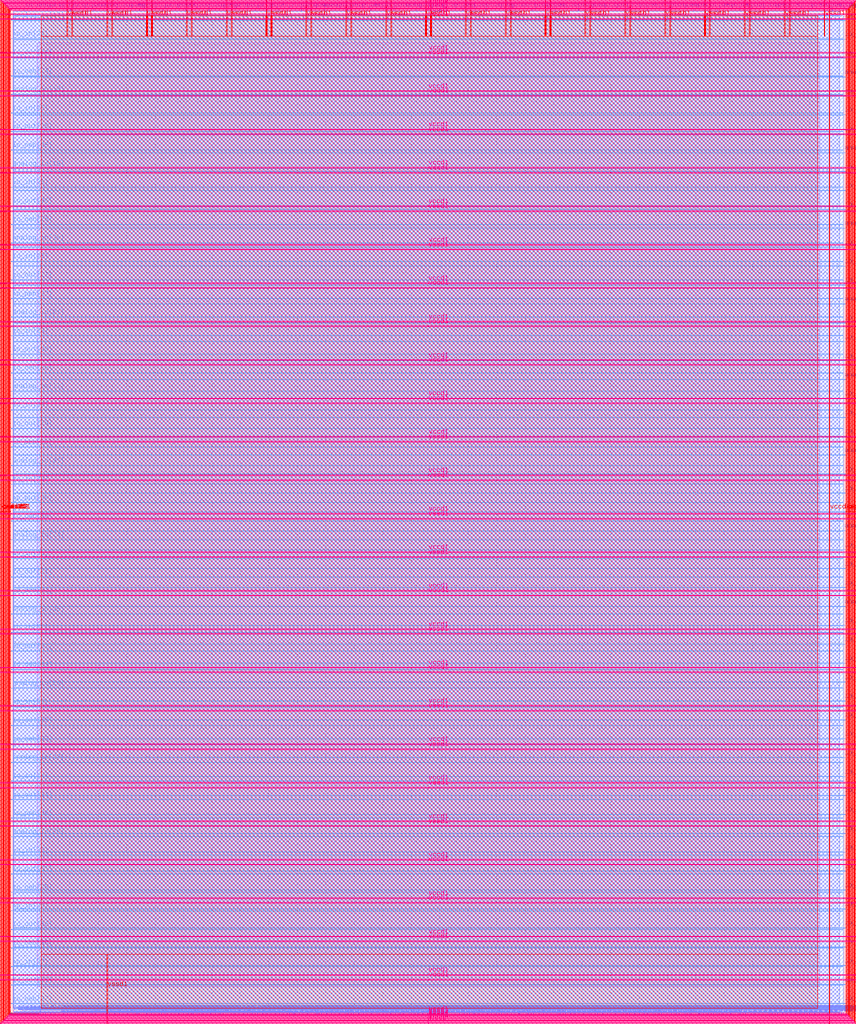
<source format=lef>
VERSION 5.7 ;
  NOWIREEXTENSIONATPIN ON ;
  DIVIDERCHAR "/" ;
  BUSBITCHARS "[]" ;
MACRO user_project_wrapper
  CLASS BLOCK ;
  FOREIGN user_project_wrapper ;
  ORIGIN 0.000 0.000 ;
  SIZE 2920.000 BY 3520.000 ;
  PIN analog_io[0]
    DIRECTION INOUT ;
    USE SIGNAL ;
    PORT
      LAYER met3 ;
        RECT 2917.600 1426.380 2924.800 1427.580 ;
    END
  END analog_io[0]
  PIN analog_io[10]
    DIRECTION INOUT ;
    USE SIGNAL ;
    PORT
      LAYER met2 ;
        RECT 2230.490 3517.600 2231.050 3524.800 ;
    END
  END analog_io[10]
  PIN analog_io[11]
    DIRECTION INOUT ;
    USE SIGNAL ;
    PORT
      LAYER met2 ;
        RECT 1905.730 3517.600 1906.290 3524.800 ;
    END
  END analog_io[11]
  PIN analog_io[12]
    DIRECTION INOUT ;
    USE SIGNAL ;
    PORT
      LAYER met2 ;
        RECT 1581.430 3517.600 1581.990 3524.800 ;
    END
  END analog_io[12]
  PIN analog_io[13]
    DIRECTION INOUT ;
    USE SIGNAL ;
    PORT
      LAYER met2 ;
        RECT 1257.130 3517.600 1257.690 3524.800 ;
    END
  END analog_io[13]
  PIN analog_io[14]
    DIRECTION INOUT ;
    USE SIGNAL ;
    PORT
      LAYER met2 ;
        RECT 932.370 3517.600 932.930 3524.800 ;
    END
  END analog_io[14]
  PIN analog_io[15]
    DIRECTION INOUT ;
    USE SIGNAL ;
    PORT
      LAYER met2 ;
        RECT 608.070 3517.600 608.630 3524.800 ;
    END
  END analog_io[15]
  PIN analog_io[16]
    DIRECTION INOUT ;
    USE SIGNAL ;
    PORT
      LAYER met2 ;
        RECT 283.770 3517.600 284.330 3524.800 ;
    END
  END analog_io[16]
  PIN analog_io[17]
    DIRECTION INOUT ;
    USE SIGNAL ;
    PORT
      LAYER met3 ;
        RECT -4.800 3486.100 2.400 3487.300 ;
    END
  END analog_io[17]
  PIN analog_io[18]
    DIRECTION INOUT ;
    USE SIGNAL ;
    PORT
      LAYER met3 ;
        RECT -4.800 3224.980 2.400 3226.180 ;
    END
  END analog_io[18]
  PIN analog_io[19]
    DIRECTION INOUT ;
    USE SIGNAL ;
    PORT
      LAYER met3 ;
        RECT -4.800 2964.540 2.400 2965.740 ;
    END
  END analog_io[19]
  PIN analog_io[1]
    DIRECTION INOUT ;
    USE SIGNAL ;
    PORT
      LAYER met3 ;
        RECT 2917.600 1692.260 2924.800 1693.460 ;
    END
  END analog_io[1]
  PIN analog_io[20]
    DIRECTION INOUT ;
    USE SIGNAL ;
    PORT
      LAYER met3 ;
        RECT -4.800 2703.420 2.400 2704.620 ;
    END
  END analog_io[20]
  PIN analog_io[21]
    DIRECTION INOUT ;
    USE SIGNAL ;
    PORT
      LAYER met3 ;
        RECT -4.800 2442.980 2.400 2444.180 ;
    END
  END analog_io[21]
  PIN analog_io[22]
    DIRECTION INOUT ;
    USE SIGNAL ;
    PORT
      LAYER met3 ;
        RECT -4.800 2182.540 2.400 2183.740 ;
    END
  END analog_io[22]
  PIN analog_io[23]
    DIRECTION INOUT ;
    USE SIGNAL ;
    PORT
      LAYER met3 ;
        RECT -4.800 1921.420 2.400 1922.620 ;
    END
  END analog_io[23]
  PIN analog_io[24]
    DIRECTION INOUT ;
    USE SIGNAL ;
    PORT
      LAYER met3 ;
        RECT -4.800 1660.980 2.400 1662.180 ;
    END
  END analog_io[24]
  PIN analog_io[25]
    DIRECTION INOUT ;
    USE SIGNAL ;
    PORT
      LAYER met3 ;
        RECT -4.800 1399.860 2.400 1401.060 ;
    END
  END analog_io[25]
  PIN analog_io[26]
    DIRECTION INOUT ;
    USE SIGNAL ;
    PORT
      LAYER met3 ;
        RECT -4.800 1139.420 2.400 1140.620 ;
    END
  END analog_io[26]
  PIN analog_io[27]
    DIRECTION INOUT ;
    USE SIGNAL ;
    PORT
      LAYER met3 ;
        RECT -4.800 878.980 2.400 880.180 ;
    END
  END analog_io[27]
  PIN analog_io[28]
    DIRECTION INOUT ;
    USE SIGNAL ;
    PORT
      LAYER met3 ;
        RECT -4.800 617.860 2.400 619.060 ;
    END
  END analog_io[28]
  PIN analog_io[2]
    DIRECTION INOUT ;
    USE SIGNAL ;
    PORT
      LAYER met3 ;
        RECT 2917.600 1958.140 2924.800 1959.340 ;
    END
  END analog_io[2]
  PIN analog_io[3]
    DIRECTION INOUT ;
    USE SIGNAL ;
    PORT
      LAYER met3 ;
        RECT 2917.600 2223.340 2924.800 2224.540 ;
    END
  END analog_io[3]
  PIN analog_io[4]
    DIRECTION INOUT ;
    USE SIGNAL ;
    PORT
      LAYER met3 ;
        RECT 2917.600 2489.220 2924.800 2490.420 ;
    END
  END analog_io[4]
  PIN analog_io[5]
    DIRECTION INOUT ;
    USE SIGNAL ;
    PORT
      LAYER met3 ;
        RECT 2917.600 2755.100 2924.800 2756.300 ;
    END
  END analog_io[5]
  PIN analog_io[6]
    DIRECTION INOUT ;
    USE SIGNAL ;
    PORT
      LAYER met3 ;
        RECT 2917.600 3020.300 2924.800 3021.500 ;
    END
  END analog_io[6]
  PIN analog_io[7]
    DIRECTION INOUT ;
    USE SIGNAL ;
    PORT
      LAYER met3 ;
        RECT 2917.600 3286.180 2924.800 3287.380 ;
    END
  END analog_io[7]
  PIN analog_io[8]
    DIRECTION INOUT ;
    USE SIGNAL ;
    PORT
      LAYER met2 ;
        RECT 2879.090 3517.600 2879.650 3524.800 ;
    END
  END analog_io[8]
  PIN analog_io[9]
    DIRECTION INOUT ;
    USE SIGNAL ;
    PORT
      LAYER met2 ;
        RECT 2554.790 3517.600 2555.350 3524.800 ;
    END
  END analog_io[9]
  PIN io_in[0]
    DIRECTION INPUT ;
    USE SIGNAL ;
    PORT
      LAYER met3 ;
        RECT 2917.600 32.380 2924.800 33.580 ;
    END
  END io_in[0]
  PIN io_in[10]
    DIRECTION INPUT ;
    USE SIGNAL ;
    PORT
      LAYER met3 ;
        RECT 2917.600 2289.980 2924.800 2291.180 ;
    END
  END io_in[10]
  PIN io_in[11]
    DIRECTION INPUT ;
    USE SIGNAL ;
    PORT
      LAYER met3 ;
        RECT 2917.600 2555.860 2924.800 2557.060 ;
    END
  END io_in[11]
  PIN io_in[12]
    DIRECTION INPUT ;
    USE SIGNAL ;
    PORT
      LAYER met3 ;
        RECT 2917.600 2821.060 2924.800 2822.260 ;
    END
  END io_in[12]
  PIN io_in[13]
    DIRECTION INPUT ;
    USE SIGNAL ;
    PORT
      LAYER met3 ;
        RECT 2917.600 3086.940 2924.800 3088.140 ;
    END
  END io_in[13]
  PIN io_in[14]
    DIRECTION INPUT ;
    USE SIGNAL ;
    PORT
      LAYER met3 ;
        RECT 2917.600 3352.820 2924.800 3354.020 ;
    END
  END io_in[14]
  PIN io_in[15]
    DIRECTION INPUT ;
    USE SIGNAL ;
    PORT
      LAYER met2 ;
        RECT 2798.130 3517.600 2798.690 3524.800 ;
    END
  END io_in[15]
  PIN io_in[16]
    DIRECTION INPUT ;
    USE SIGNAL ;
    PORT
      LAYER met2 ;
        RECT 2473.830 3517.600 2474.390 3524.800 ;
    END
  END io_in[16]
  PIN io_in[17]
    DIRECTION INPUT ;
    USE SIGNAL ;
    PORT
      LAYER met2 ;
        RECT 2149.070 3517.600 2149.630 3524.800 ;
    END
  END io_in[17]
  PIN io_in[18]
    DIRECTION INPUT ;
    USE SIGNAL ;
    PORT
      LAYER met2 ;
        RECT 1824.770 3517.600 1825.330 3524.800 ;
    END
  END io_in[18]
  PIN io_in[19]
    DIRECTION INPUT ;
    USE SIGNAL ;
    PORT
      LAYER met2 ;
        RECT 1500.470 3517.600 1501.030 3524.800 ;
    END
  END io_in[19]
  PIN io_in[1]
    DIRECTION INPUT ;
    USE SIGNAL ;
    PORT
      LAYER met3 ;
        RECT 2917.600 230.940 2924.800 232.140 ;
    END
  END io_in[1]
  PIN io_in[20]
    DIRECTION INPUT ;
    USE SIGNAL ;
    PORT
      LAYER met2 ;
        RECT 1175.710 3517.600 1176.270 3524.800 ;
    END
  END io_in[20]
  PIN io_in[21]
    DIRECTION INPUT ;
    USE SIGNAL ;
    PORT
      LAYER met2 ;
        RECT 851.410 3517.600 851.970 3524.800 ;
    END
  END io_in[21]
  PIN io_in[22]
    DIRECTION INPUT ;
    USE SIGNAL ;
    PORT
      LAYER met2 ;
        RECT 527.110 3517.600 527.670 3524.800 ;
    END
  END io_in[22]
  PIN io_in[23]
    DIRECTION INPUT ;
    USE SIGNAL ;
    PORT
      LAYER met2 ;
        RECT 202.350 3517.600 202.910 3524.800 ;
    END
  END io_in[23]
  PIN io_in[24]
    DIRECTION INPUT ;
    USE SIGNAL ;
    PORT
      LAYER met3 ;
        RECT -4.800 3420.820 2.400 3422.020 ;
    END
  END io_in[24]
  PIN io_in[25]
    DIRECTION INPUT ;
    USE SIGNAL ;
    PORT
      LAYER met3 ;
        RECT -4.800 3159.700 2.400 3160.900 ;
    END
  END io_in[25]
  PIN io_in[26]
    DIRECTION INPUT ;
    USE SIGNAL ;
    PORT
      LAYER met3 ;
        RECT -4.800 2899.260 2.400 2900.460 ;
    END
  END io_in[26]
  PIN io_in[27]
    DIRECTION INPUT ;
    USE SIGNAL ;
    PORT
      LAYER met3 ;
        RECT -4.800 2638.820 2.400 2640.020 ;
    END
  END io_in[27]
  PIN io_in[28]
    DIRECTION INPUT ;
    USE SIGNAL ;
    PORT
      LAYER met3 ;
        RECT -4.800 2377.700 2.400 2378.900 ;
    END
  END io_in[28]
  PIN io_in[29]
    DIRECTION INPUT ;
    USE SIGNAL ;
    PORT
      LAYER met3 ;
        RECT -4.800 2117.260 2.400 2118.460 ;
    END
  END io_in[29]
  PIN io_in[2]
    DIRECTION INPUT ;
    USE SIGNAL ;
    PORT
      LAYER met3 ;
        RECT 2917.600 430.180 2924.800 431.380 ;
    END
  END io_in[2]
  PIN io_in[30]
    DIRECTION INPUT ;
    USE SIGNAL ;
    PORT
      LAYER met3 ;
        RECT -4.800 1856.140 2.400 1857.340 ;
    END
  END io_in[30]
  PIN io_in[31]
    DIRECTION INPUT ;
    USE SIGNAL ;
    PORT
      LAYER met3 ;
        RECT -4.800 1595.700 2.400 1596.900 ;
    END
  END io_in[31]
  PIN io_in[32]
    DIRECTION INPUT ;
    USE SIGNAL ;
    PORT
      LAYER met3 ;
        RECT -4.800 1335.260 2.400 1336.460 ;
    END
  END io_in[32]
  PIN io_in[33]
    DIRECTION INPUT ;
    USE SIGNAL ;
    PORT
      LAYER met3 ;
        RECT -4.800 1074.140 2.400 1075.340 ;
    END
  END io_in[33]
  PIN io_in[34]
    DIRECTION INPUT ;
    USE SIGNAL ;
    PORT
      LAYER met3 ;
        RECT -4.800 813.700 2.400 814.900 ;
    END
  END io_in[34]
  PIN io_in[35]
    DIRECTION INPUT ;
    USE SIGNAL ;
    PORT
      LAYER met3 ;
        RECT -4.800 552.580 2.400 553.780 ;
    END
  END io_in[35]
  PIN io_in[36]
    DIRECTION INPUT ;
    USE SIGNAL ;
    PORT
      LAYER met3 ;
        RECT -4.800 357.420 2.400 358.620 ;
    END
  END io_in[36]
  PIN io_in[37]
    DIRECTION INPUT ;
    USE SIGNAL ;
    PORT
      LAYER met3 ;
        RECT -4.800 161.580 2.400 162.780 ;
    END
  END io_in[37]
  PIN io_in[3]
    DIRECTION INPUT ;
    USE SIGNAL ;
    PORT
      LAYER met3 ;
        RECT 2917.600 629.420 2924.800 630.620 ;
    END
  END io_in[3]
  PIN io_in[4]
    DIRECTION INPUT ;
    USE SIGNAL ;
    PORT
      LAYER met3 ;
        RECT 2917.600 828.660 2924.800 829.860 ;
    END
  END io_in[4]
  PIN io_in[5]
    DIRECTION INPUT ;
    USE SIGNAL ;
    PORT
      LAYER met3 ;
        RECT 2917.600 1027.900 2924.800 1029.100 ;
    END
  END io_in[5]
  PIN io_in[6]
    DIRECTION INPUT ;
    USE SIGNAL ;
    PORT
      LAYER met3 ;
        RECT 2917.600 1227.140 2924.800 1228.340 ;
    END
  END io_in[6]
  PIN io_in[7]
    DIRECTION INPUT ;
    USE SIGNAL ;
    PORT
      LAYER met3 ;
        RECT 2917.600 1493.020 2924.800 1494.220 ;
    END
  END io_in[7]
  PIN io_in[8]
    DIRECTION INPUT ;
    USE SIGNAL ;
    PORT
      LAYER met3 ;
        RECT 2917.600 1758.900 2924.800 1760.100 ;
    END
  END io_in[8]
  PIN io_in[9]
    DIRECTION INPUT ;
    USE SIGNAL ;
    PORT
      LAYER met3 ;
        RECT 2917.600 2024.100 2924.800 2025.300 ;
    END
  END io_in[9]
  PIN io_oeb[0]
    DIRECTION OUTPUT TRISTATE ;
    USE SIGNAL ;
    PORT
      LAYER met3 ;
        RECT 2917.600 164.980 2924.800 166.180 ;
    END
  END io_oeb[0]
  PIN io_oeb[10]
    DIRECTION OUTPUT TRISTATE ;
    USE SIGNAL ;
    PORT
      LAYER met3 ;
        RECT 2917.600 2422.580 2924.800 2423.780 ;
    END
  END io_oeb[10]
  PIN io_oeb[11]
    DIRECTION OUTPUT TRISTATE ;
    USE SIGNAL ;
    PORT
      LAYER met3 ;
        RECT 2917.600 2688.460 2924.800 2689.660 ;
    END
  END io_oeb[11]
  PIN io_oeb[12]
    DIRECTION OUTPUT TRISTATE ;
    USE SIGNAL ;
    PORT
      LAYER met3 ;
        RECT 2917.600 2954.340 2924.800 2955.540 ;
    END
  END io_oeb[12]
  PIN io_oeb[13]
    DIRECTION OUTPUT TRISTATE ;
    USE SIGNAL ;
    PORT
      LAYER met3 ;
        RECT 2917.600 3219.540 2924.800 3220.740 ;
    END
  END io_oeb[13]
  PIN io_oeb[14]
    DIRECTION OUTPUT TRISTATE ;
    USE SIGNAL ;
    PORT
      LAYER met3 ;
        RECT 2917.600 3485.420 2924.800 3486.620 ;
    END
  END io_oeb[14]
  PIN io_oeb[15]
    DIRECTION OUTPUT TRISTATE ;
    USE SIGNAL ;
    PORT
      LAYER met2 ;
        RECT 2635.750 3517.600 2636.310 3524.800 ;
    END
  END io_oeb[15]
  PIN io_oeb[16]
    DIRECTION OUTPUT TRISTATE ;
    USE SIGNAL ;
    PORT
      LAYER met2 ;
        RECT 2311.450 3517.600 2312.010 3524.800 ;
    END
  END io_oeb[16]
  PIN io_oeb[17]
    DIRECTION OUTPUT TRISTATE ;
    USE SIGNAL ;
    PORT
      LAYER met2 ;
        RECT 1987.150 3517.600 1987.710 3524.800 ;
    END
  END io_oeb[17]
  PIN io_oeb[18]
    DIRECTION OUTPUT TRISTATE ;
    USE SIGNAL ;
    PORT
      LAYER met2 ;
        RECT 1662.390 3517.600 1662.950 3524.800 ;
    END
  END io_oeb[18]
  PIN io_oeb[19]
    DIRECTION OUTPUT TRISTATE ;
    USE SIGNAL ;
    PORT
      LAYER met2 ;
        RECT 1338.090 3517.600 1338.650 3524.800 ;
    END
  END io_oeb[19]
  PIN io_oeb[1]
    DIRECTION OUTPUT TRISTATE ;
    USE SIGNAL ;
    PORT
      LAYER met3 ;
        RECT 2917.600 364.220 2924.800 365.420 ;
    END
  END io_oeb[1]
  PIN io_oeb[20]
    DIRECTION OUTPUT TRISTATE ;
    USE SIGNAL ;
    PORT
      LAYER met2 ;
        RECT 1013.790 3517.600 1014.350 3524.800 ;
    END
  END io_oeb[20]
  PIN io_oeb[21]
    DIRECTION OUTPUT TRISTATE ;
    USE SIGNAL ;
    PORT
      LAYER met2 ;
        RECT 689.030 3517.600 689.590 3524.800 ;
    END
  END io_oeb[21]
  PIN io_oeb[22]
    DIRECTION OUTPUT TRISTATE ;
    USE SIGNAL ;
    PORT
      LAYER met2 ;
        RECT 364.730 3517.600 365.290 3524.800 ;
    END
  END io_oeb[22]
  PIN io_oeb[23]
    DIRECTION OUTPUT TRISTATE ;
    USE SIGNAL ;
    PORT
      LAYER met2 ;
        RECT 40.430 3517.600 40.990 3524.800 ;
    END
  END io_oeb[23]
  PIN io_oeb[24]
    DIRECTION OUTPUT TRISTATE ;
    USE SIGNAL ;
    PORT
      LAYER met3 ;
        RECT -4.800 3290.260 2.400 3291.460 ;
    END
  END io_oeb[24]
  PIN io_oeb[25]
    DIRECTION OUTPUT TRISTATE ;
    USE SIGNAL ;
    PORT
      LAYER met3 ;
        RECT -4.800 3029.820 2.400 3031.020 ;
    END
  END io_oeb[25]
  PIN io_oeb[26]
    DIRECTION OUTPUT TRISTATE ;
    USE SIGNAL ;
    PORT
      LAYER met3 ;
        RECT -4.800 2768.700 2.400 2769.900 ;
    END
  END io_oeb[26]
  PIN io_oeb[27]
    DIRECTION OUTPUT TRISTATE ;
    USE SIGNAL ;
    PORT
      LAYER met3 ;
        RECT -4.800 2508.260 2.400 2509.460 ;
    END
  END io_oeb[27]
  PIN io_oeb[28]
    DIRECTION OUTPUT TRISTATE ;
    USE SIGNAL ;
    PORT
      LAYER met3 ;
        RECT -4.800 2247.140 2.400 2248.340 ;
    END
  END io_oeb[28]
  PIN io_oeb[29]
    DIRECTION OUTPUT TRISTATE ;
    USE SIGNAL ;
    PORT
      LAYER met3 ;
        RECT -4.800 1986.700 2.400 1987.900 ;
    END
  END io_oeb[29]
  PIN io_oeb[2]
    DIRECTION OUTPUT TRISTATE ;
    USE SIGNAL ;
    PORT
      LAYER met3 ;
        RECT 2917.600 563.460 2924.800 564.660 ;
    END
  END io_oeb[2]
  PIN io_oeb[30]
    DIRECTION OUTPUT TRISTATE ;
    USE SIGNAL ;
    PORT
      LAYER met3 ;
        RECT -4.800 1726.260 2.400 1727.460 ;
    END
  END io_oeb[30]
  PIN io_oeb[31]
    DIRECTION OUTPUT TRISTATE ;
    USE SIGNAL ;
    PORT
      LAYER met3 ;
        RECT -4.800 1465.140 2.400 1466.340 ;
    END
  END io_oeb[31]
  PIN io_oeb[32]
    DIRECTION OUTPUT TRISTATE ;
    USE SIGNAL ;
    PORT
      LAYER met3 ;
        RECT -4.800 1204.700 2.400 1205.900 ;
    END
  END io_oeb[32]
  PIN io_oeb[33]
    DIRECTION OUTPUT TRISTATE ;
    USE SIGNAL ;
    PORT
      LAYER met3 ;
        RECT -4.800 943.580 2.400 944.780 ;
    END
  END io_oeb[33]
  PIN io_oeb[34]
    DIRECTION OUTPUT TRISTATE ;
    USE SIGNAL ;
    PORT
      LAYER met3 ;
        RECT -4.800 683.140 2.400 684.340 ;
    END
  END io_oeb[34]
  PIN io_oeb[35]
    DIRECTION OUTPUT TRISTATE ;
    USE SIGNAL ;
    PORT
      LAYER met3 ;
        RECT -4.800 422.700 2.400 423.900 ;
    END
  END io_oeb[35]
  PIN io_oeb[36]
    DIRECTION OUTPUT TRISTATE ;
    USE SIGNAL ;
    PORT
      LAYER met3 ;
        RECT -4.800 226.860 2.400 228.060 ;
    END
  END io_oeb[36]
  PIN io_oeb[37]
    DIRECTION OUTPUT TRISTATE ;
    USE SIGNAL ;
    PORT
      LAYER met3 ;
        RECT -4.800 31.700 2.400 32.900 ;
    END
  END io_oeb[37]
  PIN io_oeb[3]
    DIRECTION OUTPUT TRISTATE ;
    USE SIGNAL ;
    PORT
      LAYER met3 ;
        RECT 2917.600 762.700 2924.800 763.900 ;
    END
  END io_oeb[3]
  PIN io_oeb[4]
    DIRECTION OUTPUT TRISTATE ;
    USE SIGNAL ;
    PORT
      LAYER met3 ;
        RECT 2917.600 961.940 2924.800 963.140 ;
    END
  END io_oeb[4]
  PIN io_oeb[5]
    DIRECTION OUTPUT TRISTATE ;
    USE SIGNAL ;
    PORT
      LAYER met3 ;
        RECT 2917.600 1161.180 2924.800 1162.380 ;
    END
  END io_oeb[5]
  PIN io_oeb[6]
    DIRECTION OUTPUT TRISTATE ;
    USE SIGNAL ;
    PORT
      LAYER met3 ;
        RECT 2917.600 1360.420 2924.800 1361.620 ;
    END
  END io_oeb[6]
  PIN io_oeb[7]
    DIRECTION OUTPUT TRISTATE ;
    USE SIGNAL ;
    PORT
      LAYER met3 ;
        RECT 2917.600 1625.620 2924.800 1626.820 ;
    END
  END io_oeb[7]
  PIN io_oeb[8]
    DIRECTION OUTPUT TRISTATE ;
    USE SIGNAL ;
    PORT
      LAYER met3 ;
        RECT 2917.600 1891.500 2924.800 1892.700 ;
    END
  END io_oeb[8]
  PIN io_oeb[9]
    DIRECTION OUTPUT TRISTATE ;
    USE SIGNAL ;
    PORT
      LAYER met3 ;
        RECT 2917.600 2157.380 2924.800 2158.580 ;
    END
  END io_oeb[9]
  PIN io_out[0]
    DIRECTION OUTPUT TRISTATE ;
    USE SIGNAL ;
    PORT
      LAYER met3 ;
        RECT 2917.600 98.340 2924.800 99.540 ;
    END
  END io_out[0]
  PIN io_out[10]
    DIRECTION OUTPUT TRISTATE ;
    USE SIGNAL ;
    PORT
      LAYER met3 ;
        RECT 2917.600 2356.620 2924.800 2357.820 ;
    END
  END io_out[10]
  PIN io_out[11]
    DIRECTION OUTPUT TRISTATE ;
    USE SIGNAL ;
    PORT
      LAYER met3 ;
        RECT 2917.600 2621.820 2924.800 2623.020 ;
    END
  END io_out[11]
  PIN io_out[12]
    DIRECTION OUTPUT TRISTATE ;
    USE SIGNAL ;
    PORT
      LAYER met3 ;
        RECT 2917.600 2887.700 2924.800 2888.900 ;
    END
  END io_out[12]
  PIN io_out[13]
    DIRECTION OUTPUT TRISTATE ;
    USE SIGNAL ;
    PORT
      LAYER met3 ;
        RECT 2917.600 3153.580 2924.800 3154.780 ;
    END
  END io_out[13]
  PIN io_out[14]
    DIRECTION OUTPUT TRISTATE ;
    USE SIGNAL ;
    PORT
      LAYER met3 ;
        RECT 2917.600 3418.780 2924.800 3419.980 ;
    END
  END io_out[14]
  PIN io_out[15]
    DIRECTION OUTPUT TRISTATE ;
    USE SIGNAL ;
    PORT
      LAYER met2 ;
        RECT 2717.170 3517.600 2717.730 3524.800 ;
    END
  END io_out[15]
  PIN io_out[16]
    DIRECTION OUTPUT TRISTATE ;
    USE SIGNAL ;
    PORT
      LAYER met2 ;
        RECT 2392.410 3517.600 2392.970 3524.800 ;
    END
  END io_out[16]
  PIN io_out[17]
    DIRECTION OUTPUT TRISTATE ;
    USE SIGNAL ;
    PORT
      LAYER met2 ;
        RECT 2068.110 3517.600 2068.670 3524.800 ;
    END
  END io_out[17]
  PIN io_out[18]
    DIRECTION OUTPUT TRISTATE ;
    USE SIGNAL ;
    PORT
      LAYER met2 ;
        RECT 1743.810 3517.600 1744.370 3524.800 ;
    END
  END io_out[18]
  PIN io_out[19]
    DIRECTION OUTPUT TRISTATE ;
    USE SIGNAL ;
    PORT
      LAYER met2 ;
        RECT 1419.050 3517.600 1419.610 3524.800 ;
    END
  END io_out[19]
  PIN io_out[1]
    DIRECTION OUTPUT TRISTATE ;
    USE SIGNAL ;
    PORT
      LAYER met3 ;
        RECT 2917.600 297.580 2924.800 298.780 ;
    END
  END io_out[1]
  PIN io_out[20]
    DIRECTION OUTPUT TRISTATE ;
    USE SIGNAL ;
    PORT
      LAYER met2 ;
        RECT 1094.750 3517.600 1095.310 3524.800 ;
    END
  END io_out[20]
  PIN io_out[21]
    DIRECTION OUTPUT TRISTATE ;
    USE SIGNAL ;
    PORT
      LAYER met2 ;
        RECT 770.450 3517.600 771.010 3524.800 ;
    END
  END io_out[21]
  PIN io_out[22]
    DIRECTION OUTPUT TRISTATE ;
    USE SIGNAL ;
    PORT
      LAYER met2 ;
        RECT 445.690 3517.600 446.250 3524.800 ;
    END
  END io_out[22]
  PIN io_out[23]
    DIRECTION OUTPUT TRISTATE ;
    USE SIGNAL ;
    PORT
      LAYER met2 ;
        RECT 121.390 3517.600 121.950 3524.800 ;
    END
  END io_out[23]
  PIN io_out[24]
    DIRECTION OUTPUT TRISTATE ;
    USE SIGNAL ;
    PORT
      LAYER met3 ;
        RECT -4.800 3355.540 2.400 3356.740 ;
    END
  END io_out[24]
  PIN io_out[25]
    DIRECTION OUTPUT TRISTATE ;
    USE SIGNAL ;
    PORT
      LAYER met3 ;
        RECT -4.800 3095.100 2.400 3096.300 ;
    END
  END io_out[25]
  PIN io_out[26]
    DIRECTION OUTPUT TRISTATE ;
    USE SIGNAL ;
    PORT
      LAYER met3 ;
        RECT -4.800 2833.980 2.400 2835.180 ;
    END
  END io_out[26]
  PIN io_out[27]
    DIRECTION OUTPUT TRISTATE ;
    USE SIGNAL ;
    PORT
      LAYER met3 ;
        RECT -4.800 2573.540 2.400 2574.740 ;
    END
  END io_out[27]
  PIN io_out[28]
    DIRECTION OUTPUT TRISTATE ;
    USE SIGNAL ;
    PORT
      LAYER met3 ;
        RECT -4.800 2312.420 2.400 2313.620 ;
    END
  END io_out[28]
  PIN io_out[29]
    DIRECTION OUTPUT TRISTATE ;
    USE SIGNAL ;
    PORT
      LAYER met3 ;
        RECT -4.800 2051.980 2.400 2053.180 ;
    END
  END io_out[29]
  PIN io_out[2]
    DIRECTION OUTPUT TRISTATE ;
    USE SIGNAL ;
    PORT
      LAYER met3 ;
        RECT 2917.600 496.820 2924.800 498.020 ;
    END
  END io_out[2]
  PIN io_out[30]
    DIRECTION OUTPUT TRISTATE ;
    USE SIGNAL ;
    PORT
      LAYER met3 ;
        RECT -4.800 1791.540 2.400 1792.740 ;
    END
  END io_out[30]
  PIN io_out[31]
    DIRECTION OUTPUT TRISTATE ;
    USE SIGNAL ;
    PORT
      LAYER met3 ;
        RECT -4.800 1530.420 2.400 1531.620 ;
    END
  END io_out[31]
  PIN io_out[32]
    DIRECTION OUTPUT TRISTATE ;
    USE SIGNAL ;
    PORT
      LAYER met3 ;
        RECT -4.800 1269.980 2.400 1271.180 ;
    END
  END io_out[32]
  PIN io_out[33]
    DIRECTION OUTPUT TRISTATE ;
    USE SIGNAL ;
    PORT
      LAYER met3 ;
        RECT -4.800 1008.860 2.400 1010.060 ;
    END
  END io_out[33]
  PIN io_out[34]
    DIRECTION OUTPUT TRISTATE ;
    USE SIGNAL ;
    PORT
      LAYER met3 ;
        RECT -4.800 748.420 2.400 749.620 ;
    END
  END io_out[34]
  PIN io_out[35]
    DIRECTION OUTPUT TRISTATE ;
    USE SIGNAL ;
    PORT
      LAYER met3 ;
        RECT -4.800 487.300 2.400 488.500 ;
    END
  END io_out[35]
  PIN io_out[36]
    DIRECTION OUTPUT TRISTATE ;
    USE SIGNAL ;
    PORT
      LAYER met3 ;
        RECT -4.800 292.140 2.400 293.340 ;
    END
  END io_out[36]
  PIN io_out[37]
    DIRECTION OUTPUT TRISTATE ;
    USE SIGNAL ;
    PORT
      LAYER met3 ;
        RECT -4.800 96.300 2.400 97.500 ;
    END
  END io_out[37]
  PIN io_out[3]
    DIRECTION OUTPUT TRISTATE ;
    USE SIGNAL ;
    PORT
      LAYER met3 ;
        RECT 2917.600 696.060 2924.800 697.260 ;
    END
  END io_out[3]
  PIN io_out[4]
    DIRECTION OUTPUT TRISTATE ;
    USE SIGNAL ;
    PORT
      LAYER met3 ;
        RECT 2917.600 895.300 2924.800 896.500 ;
    END
  END io_out[4]
  PIN io_out[5]
    DIRECTION OUTPUT TRISTATE ;
    USE SIGNAL ;
    PORT
      LAYER met3 ;
        RECT 2917.600 1094.540 2924.800 1095.740 ;
    END
  END io_out[5]
  PIN io_out[6]
    DIRECTION OUTPUT TRISTATE ;
    USE SIGNAL ;
    PORT
      LAYER met3 ;
        RECT 2917.600 1293.780 2924.800 1294.980 ;
    END
  END io_out[6]
  PIN io_out[7]
    DIRECTION OUTPUT TRISTATE ;
    USE SIGNAL ;
    PORT
      LAYER met3 ;
        RECT 2917.600 1559.660 2924.800 1560.860 ;
    END
  END io_out[7]
  PIN io_out[8]
    DIRECTION OUTPUT TRISTATE ;
    USE SIGNAL ;
    PORT
      LAYER met3 ;
        RECT 2917.600 1824.860 2924.800 1826.060 ;
    END
  END io_out[8]
  PIN io_out[9]
    DIRECTION OUTPUT TRISTATE ;
    USE SIGNAL ;
    PORT
      LAYER met3 ;
        RECT 2917.600 2090.740 2924.800 2091.940 ;
    END
  END io_out[9]
  PIN la_data_in[0]
    DIRECTION INPUT ;
    USE SIGNAL ;
    PORT
      LAYER met2 ;
        RECT 629.230 -4.800 629.790 2.400 ;
    END
  END la_data_in[0]
  PIN la_data_in[100]
    DIRECTION INPUT ;
    USE SIGNAL ;
    PORT
      LAYER met2 ;
        RECT 2402.530 -4.800 2403.090 2.400 ;
    END
  END la_data_in[100]
  PIN la_data_in[101]
    DIRECTION INPUT ;
    USE SIGNAL ;
    PORT
      LAYER met2 ;
        RECT 2420.010 -4.800 2420.570 2.400 ;
    END
  END la_data_in[101]
  PIN la_data_in[102]
    DIRECTION INPUT ;
    USE SIGNAL ;
    PORT
      LAYER met2 ;
        RECT 2437.950 -4.800 2438.510 2.400 ;
    END
  END la_data_in[102]
  PIN la_data_in[103]
    DIRECTION INPUT ;
    USE SIGNAL ;
    PORT
      LAYER met2 ;
        RECT 2455.430 -4.800 2455.990 2.400 ;
    END
  END la_data_in[103]
  PIN la_data_in[104]
    DIRECTION INPUT ;
    USE SIGNAL ;
    PORT
      LAYER met2 ;
        RECT 2473.370 -4.800 2473.930 2.400 ;
    END
  END la_data_in[104]
  PIN la_data_in[105]
    DIRECTION INPUT ;
    USE SIGNAL ;
    PORT
      LAYER met2 ;
        RECT 2490.850 -4.800 2491.410 2.400 ;
    END
  END la_data_in[105]
  PIN la_data_in[106]
    DIRECTION INPUT ;
    USE SIGNAL ;
    PORT
      LAYER met2 ;
        RECT 2508.790 -4.800 2509.350 2.400 ;
    END
  END la_data_in[106]
  PIN la_data_in[107]
    DIRECTION INPUT ;
    USE SIGNAL ;
    PORT
      LAYER met2 ;
        RECT 2526.730 -4.800 2527.290 2.400 ;
    END
  END la_data_in[107]
  PIN la_data_in[108]
    DIRECTION INPUT ;
    USE SIGNAL ;
    PORT
      LAYER met2 ;
        RECT 2544.210 -4.800 2544.770 2.400 ;
    END
  END la_data_in[108]
  PIN la_data_in[109]
    DIRECTION INPUT ;
    USE SIGNAL ;
    PORT
      LAYER met2 ;
        RECT 2562.150 -4.800 2562.710 2.400 ;
    END
  END la_data_in[109]
  PIN la_data_in[10]
    DIRECTION INPUT ;
    USE SIGNAL ;
    PORT
      LAYER met2 ;
        RECT 806.330 -4.800 806.890 2.400 ;
    END
  END la_data_in[10]
  PIN la_data_in[110]
    DIRECTION INPUT ;
    USE SIGNAL ;
    PORT
      LAYER met2 ;
        RECT 2579.630 -4.800 2580.190 2.400 ;
    END
  END la_data_in[110]
  PIN la_data_in[111]
    DIRECTION INPUT ;
    USE SIGNAL ;
    PORT
      LAYER met2 ;
        RECT 2597.570 -4.800 2598.130 2.400 ;
    END
  END la_data_in[111]
  PIN la_data_in[112]
    DIRECTION INPUT ;
    USE SIGNAL ;
    PORT
      LAYER met2 ;
        RECT 2615.050 -4.800 2615.610 2.400 ;
    END
  END la_data_in[112]
  PIN la_data_in[113]
    DIRECTION INPUT ;
    USE SIGNAL ;
    PORT
      LAYER met2 ;
        RECT 2632.990 -4.800 2633.550 2.400 ;
    END
  END la_data_in[113]
  PIN la_data_in[114]
    DIRECTION INPUT ;
    USE SIGNAL ;
    PORT
      LAYER met2 ;
        RECT 2650.470 -4.800 2651.030 2.400 ;
    END
  END la_data_in[114]
  PIN la_data_in[115]
    DIRECTION INPUT ;
    USE SIGNAL ;
    PORT
      LAYER met2 ;
        RECT 2668.410 -4.800 2668.970 2.400 ;
    END
  END la_data_in[115]
  PIN la_data_in[116]
    DIRECTION INPUT ;
    USE SIGNAL ;
    PORT
      LAYER met2 ;
        RECT 2685.890 -4.800 2686.450 2.400 ;
    END
  END la_data_in[116]
  PIN la_data_in[117]
    DIRECTION INPUT ;
    USE SIGNAL ;
    PORT
      LAYER met2 ;
        RECT 2703.830 -4.800 2704.390 2.400 ;
    END
  END la_data_in[117]
  PIN la_data_in[118]
    DIRECTION INPUT ;
    USE SIGNAL ;
    PORT
      LAYER met2 ;
        RECT 2721.770 -4.800 2722.330 2.400 ;
    END
  END la_data_in[118]
  PIN la_data_in[119]
    DIRECTION INPUT ;
    USE SIGNAL ;
    PORT
      LAYER met2 ;
        RECT 2739.250 -4.800 2739.810 2.400 ;
    END
  END la_data_in[119]
  PIN la_data_in[11]
    DIRECTION INPUT ;
    USE SIGNAL ;
    PORT
      LAYER met2 ;
        RECT 824.270 -4.800 824.830 2.400 ;
    END
  END la_data_in[11]
  PIN la_data_in[120]
    DIRECTION INPUT ;
    USE SIGNAL ;
    PORT
      LAYER met2 ;
        RECT 2757.190 -4.800 2757.750 2.400 ;
    END
  END la_data_in[120]
  PIN la_data_in[121]
    DIRECTION INPUT ;
    USE SIGNAL ;
    PORT
      LAYER met2 ;
        RECT 2774.670 -4.800 2775.230 2.400 ;
    END
  END la_data_in[121]
  PIN la_data_in[122]
    DIRECTION INPUT ;
    USE SIGNAL ;
    PORT
      LAYER met2 ;
        RECT 2792.610 -4.800 2793.170 2.400 ;
    END
  END la_data_in[122]
  PIN la_data_in[123]
    DIRECTION INPUT ;
    USE SIGNAL ;
    PORT
      LAYER met2 ;
        RECT 2810.090 -4.800 2810.650 2.400 ;
    END
  END la_data_in[123]
  PIN la_data_in[124]
    DIRECTION INPUT ;
    USE SIGNAL ;
    PORT
      LAYER met2 ;
        RECT 2828.030 -4.800 2828.590 2.400 ;
    END
  END la_data_in[124]
  PIN la_data_in[125]
    DIRECTION INPUT ;
    USE SIGNAL ;
    PORT
      LAYER met2 ;
        RECT 2845.510 -4.800 2846.070 2.400 ;
    END
  END la_data_in[125]
  PIN la_data_in[126]
    DIRECTION INPUT ;
    USE SIGNAL ;
    PORT
      LAYER met2 ;
        RECT 2863.450 -4.800 2864.010 2.400 ;
    END
  END la_data_in[126]
  PIN la_data_in[127]
    DIRECTION INPUT ;
    USE SIGNAL ;
    PORT
      LAYER met2 ;
        RECT 2881.390 -4.800 2881.950 2.400 ;
    END
  END la_data_in[127]
  PIN la_data_in[12]
    DIRECTION INPUT ;
    USE SIGNAL ;
    PORT
      LAYER met2 ;
        RECT 841.750 -4.800 842.310 2.400 ;
    END
  END la_data_in[12]
  PIN la_data_in[13]
    DIRECTION INPUT ;
    USE SIGNAL ;
    PORT
      LAYER met2 ;
        RECT 859.690 -4.800 860.250 2.400 ;
    END
  END la_data_in[13]
  PIN la_data_in[14]
    DIRECTION INPUT ;
    USE SIGNAL ;
    PORT
      LAYER met2 ;
        RECT 877.170 -4.800 877.730 2.400 ;
    END
  END la_data_in[14]
  PIN la_data_in[15]
    DIRECTION INPUT ;
    USE SIGNAL ;
    PORT
      LAYER met2 ;
        RECT 895.110 -4.800 895.670 2.400 ;
    END
  END la_data_in[15]
  PIN la_data_in[16]
    DIRECTION INPUT ;
    USE SIGNAL ;
    PORT
      LAYER met2 ;
        RECT 912.590 -4.800 913.150 2.400 ;
    END
  END la_data_in[16]
  PIN la_data_in[17]
    DIRECTION INPUT ;
    USE SIGNAL ;
    PORT
      LAYER met2 ;
        RECT 930.530 -4.800 931.090 2.400 ;
    END
  END la_data_in[17]
  PIN la_data_in[18]
    DIRECTION INPUT ;
    USE SIGNAL ;
    PORT
      LAYER met2 ;
        RECT 948.470 -4.800 949.030 2.400 ;
    END
  END la_data_in[18]
  PIN la_data_in[19]
    DIRECTION INPUT ;
    USE SIGNAL ;
    PORT
      LAYER met2 ;
        RECT 965.950 -4.800 966.510 2.400 ;
    END
  END la_data_in[19]
  PIN la_data_in[1]
    DIRECTION INPUT ;
    USE SIGNAL ;
    PORT
      LAYER met2 ;
        RECT 646.710 -4.800 647.270 2.400 ;
    END
  END la_data_in[1]
  PIN la_data_in[20]
    DIRECTION INPUT ;
    USE SIGNAL ;
    PORT
      LAYER met2 ;
        RECT 983.890 -4.800 984.450 2.400 ;
    END
  END la_data_in[20]
  PIN la_data_in[21]
    DIRECTION INPUT ;
    USE SIGNAL ;
    PORT
      LAYER met2 ;
        RECT 1001.370 -4.800 1001.930 2.400 ;
    END
  END la_data_in[21]
  PIN la_data_in[22]
    DIRECTION INPUT ;
    USE SIGNAL ;
    PORT
      LAYER met2 ;
        RECT 1019.310 -4.800 1019.870 2.400 ;
    END
  END la_data_in[22]
  PIN la_data_in[23]
    DIRECTION INPUT ;
    USE SIGNAL ;
    PORT
      LAYER met2 ;
        RECT 1036.790 -4.800 1037.350 2.400 ;
    END
  END la_data_in[23]
  PIN la_data_in[24]
    DIRECTION INPUT ;
    USE SIGNAL ;
    PORT
      LAYER met2 ;
        RECT 1054.730 -4.800 1055.290 2.400 ;
    END
  END la_data_in[24]
  PIN la_data_in[25]
    DIRECTION INPUT ;
    USE SIGNAL ;
    PORT
      LAYER met2 ;
        RECT 1072.210 -4.800 1072.770 2.400 ;
    END
  END la_data_in[25]
  PIN la_data_in[26]
    DIRECTION INPUT ;
    USE SIGNAL ;
    PORT
      LAYER met2 ;
        RECT 1090.150 -4.800 1090.710 2.400 ;
    END
  END la_data_in[26]
  PIN la_data_in[27]
    DIRECTION INPUT ;
    USE SIGNAL ;
    PORT
      LAYER met2 ;
        RECT 1107.630 -4.800 1108.190 2.400 ;
    END
  END la_data_in[27]
  PIN la_data_in[28]
    DIRECTION INPUT ;
    USE SIGNAL ;
    PORT
      LAYER met2 ;
        RECT 1125.570 -4.800 1126.130 2.400 ;
    END
  END la_data_in[28]
  PIN la_data_in[29]
    DIRECTION INPUT ;
    USE SIGNAL ;
    PORT
      LAYER met2 ;
        RECT 1143.510 -4.800 1144.070 2.400 ;
    END
  END la_data_in[29]
  PIN la_data_in[2]
    DIRECTION INPUT ;
    USE SIGNAL ;
    PORT
      LAYER met2 ;
        RECT 664.650 -4.800 665.210 2.400 ;
    END
  END la_data_in[2]
  PIN la_data_in[30]
    DIRECTION INPUT ;
    USE SIGNAL ;
    PORT
      LAYER met2 ;
        RECT 1160.990 -4.800 1161.550 2.400 ;
    END
  END la_data_in[30]
  PIN la_data_in[31]
    DIRECTION INPUT ;
    USE SIGNAL ;
    PORT
      LAYER met2 ;
        RECT 1178.930 -4.800 1179.490 2.400 ;
    END
  END la_data_in[31]
  PIN la_data_in[32]
    DIRECTION INPUT ;
    USE SIGNAL ;
    PORT
      LAYER met2 ;
        RECT 1196.410 -4.800 1196.970 2.400 ;
    END
  END la_data_in[32]
  PIN la_data_in[33]
    DIRECTION INPUT ;
    USE SIGNAL ;
    PORT
      LAYER met2 ;
        RECT 1214.350 -4.800 1214.910 2.400 ;
    END
  END la_data_in[33]
  PIN la_data_in[34]
    DIRECTION INPUT ;
    USE SIGNAL ;
    PORT
      LAYER met2 ;
        RECT 1231.830 -4.800 1232.390 2.400 ;
    END
  END la_data_in[34]
  PIN la_data_in[35]
    DIRECTION INPUT ;
    USE SIGNAL ;
    PORT
      LAYER met2 ;
        RECT 1249.770 -4.800 1250.330 2.400 ;
    END
  END la_data_in[35]
  PIN la_data_in[36]
    DIRECTION INPUT ;
    USE SIGNAL ;
    PORT
      LAYER met2 ;
        RECT 1267.250 -4.800 1267.810 2.400 ;
    END
  END la_data_in[36]
  PIN la_data_in[37]
    DIRECTION INPUT ;
    USE SIGNAL ;
    PORT
      LAYER met2 ;
        RECT 1285.190 -4.800 1285.750 2.400 ;
    END
  END la_data_in[37]
  PIN la_data_in[38]
    DIRECTION INPUT ;
    USE SIGNAL ;
    PORT
      LAYER met2 ;
        RECT 1303.130 -4.800 1303.690 2.400 ;
    END
  END la_data_in[38]
  PIN la_data_in[39]
    DIRECTION INPUT ;
    USE SIGNAL ;
    PORT
      LAYER met2 ;
        RECT 1320.610 -4.800 1321.170 2.400 ;
    END
  END la_data_in[39]
  PIN la_data_in[3]
    DIRECTION INPUT ;
    USE SIGNAL ;
    PORT
      LAYER met2 ;
        RECT 682.130 -4.800 682.690 2.400 ;
    END
  END la_data_in[3]
  PIN la_data_in[40]
    DIRECTION INPUT ;
    USE SIGNAL ;
    PORT
      LAYER met2 ;
        RECT 1338.550 -4.800 1339.110 2.400 ;
    END
  END la_data_in[40]
  PIN la_data_in[41]
    DIRECTION INPUT ;
    USE SIGNAL ;
    PORT
      LAYER met2 ;
        RECT 1356.030 -4.800 1356.590 2.400 ;
    END
  END la_data_in[41]
  PIN la_data_in[42]
    DIRECTION INPUT ;
    USE SIGNAL ;
    PORT
      LAYER met2 ;
        RECT 1373.970 -4.800 1374.530 2.400 ;
    END
  END la_data_in[42]
  PIN la_data_in[43]
    DIRECTION INPUT ;
    USE SIGNAL ;
    PORT
      LAYER met2 ;
        RECT 1391.450 -4.800 1392.010 2.400 ;
    END
  END la_data_in[43]
  PIN la_data_in[44]
    DIRECTION INPUT ;
    USE SIGNAL ;
    PORT
      LAYER met2 ;
        RECT 1409.390 -4.800 1409.950 2.400 ;
    END
  END la_data_in[44]
  PIN la_data_in[45]
    DIRECTION INPUT ;
    USE SIGNAL ;
    PORT
      LAYER met2 ;
        RECT 1426.870 -4.800 1427.430 2.400 ;
    END
  END la_data_in[45]
  PIN la_data_in[46]
    DIRECTION INPUT ;
    USE SIGNAL ;
    PORT
      LAYER met2 ;
        RECT 1444.810 -4.800 1445.370 2.400 ;
    END
  END la_data_in[46]
  PIN la_data_in[47]
    DIRECTION INPUT ;
    USE SIGNAL ;
    PORT
      LAYER met2 ;
        RECT 1462.750 -4.800 1463.310 2.400 ;
    END
  END la_data_in[47]
  PIN la_data_in[48]
    DIRECTION INPUT ;
    USE SIGNAL ;
    PORT
      LAYER met2 ;
        RECT 1480.230 -4.800 1480.790 2.400 ;
    END
  END la_data_in[48]
  PIN la_data_in[49]
    DIRECTION INPUT ;
    USE SIGNAL ;
    PORT
      LAYER met2 ;
        RECT 1498.170 -4.800 1498.730 2.400 ;
    END
  END la_data_in[49]
  PIN la_data_in[4]
    DIRECTION INPUT ;
    USE SIGNAL ;
    PORT
      LAYER met2 ;
        RECT 700.070 -4.800 700.630 2.400 ;
    END
  END la_data_in[4]
  PIN la_data_in[50]
    DIRECTION INPUT ;
    USE SIGNAL ;
    PORT
      LAYER met2 ;
        RECT 1515.650 -4.800 1516.210 2.400 ;
    END
  END la_data_in[50]
  PIN la_data_in[51]
    DIRECTION INPUT ;
    USE SIGNAL ;
    PORT
      LAYER met2 ;
        RECT 1533.590 -4.800 1534.150 2.400 ;
    END
  END la_data_in[51]
  PIN la_data_in[52]
    DIRECTION INPUT ;
    USE SIGNAL ;
    PORT
      LAYER met2 ;
        RECT 1551.070 -4.800 1551.630 2.400 ;
    END
  END la_data_in[52]
  PIN la_data_in[53]
    DIRECTION INPUT ;
    USE SIGNAL ;
    PORT
      LAYER met2 ;
        RECT 1569.010 -4.800 1569.570 2.400 ;
    END
  END la_data_in[53]
  PIN la_data_in[54]
    DIRECTION INPUT ;
    USE SIGNAL ;
    PORT
      LAYER met2 ;
        RECT 1586.490 -4.800 1587.050 2.400 ;
    END
  END la_data_in[54]
  PIN la_data_in[55]
    DIRECTION INPUT ;
    USE SIGNAL ;
    PORT
      LAYER met2 ;
        RECT 1604.430 -4.800 1604.990 2.400 ;
    END
  END la_data_in[55]
  PIN la_data_in[56]
    DIRECTION INPUT ;
    USE SIGNAL ;
    PORT
      LAYER met2 ;
        RECT 1621.910 -4.800 1622.470 2.400 ;
    END
  END la_data_in[56]
  PIN la_data_in[57]
    DIRECTION INPUT ;
    USE SIGNAL ;
    PORT
      LAYER met2 ;
        RECT 1639.850 -4.800 1640.410 2.400 ;
    END
  END la_data_in[57]
  PIN la_data_in[58]
    DIRECTION INPUT ;
    USE SIGNAL ;
    PORT
      LAYER met2 ;
        RECT 1657.790 -4.800 1658.350 2.400 ;
    END
  END la_data_in[58]
  PIN la_data_in[59]
    DIRECTION INPUT ;
    USE SIGNAL ;
    PORT
      LAYER met2 ;
        RECT 1675.270 -4.800 1675.830 2.400 ;
    END
  END la_data_in[59]
  PIN la_data_in[5]
    DIRECTION INPUT ;
    USE SIGNAL ;
    PORT
      LAYER met2 ;
        RECT 717.550 -4.800 718.110 2.400 ;
    END
  END la_data_in[5]
  PIN la_data_in[60]
    DIRECTION INPUT ;
    USE SIGNAL ;
    PORT
      LAYER met2 ;
        RECT 1693.210 -4.800 1693.770 2.400 ;
    END
  END la_data_in[60]
  PIN la_data_in[61]
    DIRECTION INPUT ;
    USE SIGNAL ;
    PORT
      LAYER met2 ;
        RECT 1710.690 -4.800 1711.250 2.400 ;
    END
  END la_data_in[61]
  PIN la_data_in[62]
    DIRECTION INPUT ;
    USE SIGNAL ;
    PORT
      LAYER met2 ;
        RECT 1728.630 -4.800 1729.190 2.400 ;
    END
  END la_data_in[62]
  PIN la_data_in[63]
    DIRECTION INPUT ;
    USE SIGNAL ;
    PORT
      LAYER met2 ;
        RECT 1746.110 -4.800 1746.670 2.400 ;
    END
  END la_data_in[63]
  PIN la_data_in[64]
    DIRECTION INPUT ;
    USE SIGNAL ;
    PORT
      LAYER met2 ;
        RECT 1764.050 -4.800 1764.610 2.400 ;
    END
  END la_data_in[64]
  PIN la_data_in[65]
    DIRECTION INPUT ;
    USE SIGNAL ;
    PORT
      LAYER met2 ;
        RECT 1781.530 -4.800 1782.090 2.400 ;
    END
  END la_data_in[65]
  PIN la_data_in[66]
    DIRECTION INPUT ;
    USE SIGNAL ;
    PORT
      LAYER met2 ;
        RECT 1799.470 -4.800 1800.030 2.400 ;
    END
  END la_data_in[66]
  PIN la_data_in[67]
    DIRECTION INPUT ;
    USE SIGNAL ;
    PORT
      LAYER met2 ;
        RECT 1817.410 -4.800 1817.970 2.400 ;
    END
  END la_data_in[67]
  PIN la_data_in[68]
    DIRECTION INPUT ;
    USE SIGNAL ;
    PORT
      LAYER met2 ;
        RECT 1834.890 -4.800 1835.450 2.400 ;
    END
  END la_data_in[68]
  PIN la_data_in[69]
    DIRECTION INPUT ;
    USE SIGNAL ;
    PORT
      LAYER met2 ;
        RECT 1852.830 -4.800 1853.390 2.400 ;
    END
  END la_data_in[69]
  PIN la_data_in[6]
    DIRECTION INPUT ;
    USE SIGNAL ;
    PORT
      LAYER met2 ;
        RECT 735.490 -4.800 736.050 2.400 ;
    END
  END la_data_in[6]
  PIN la_data_in[70]
    DIRECTION INPUT ;
    USE SIGNAL ;
    PORT
      LAYER met2 ;
        RECT 1870.310 -4.800 1870.870 2.400 ;
    END
  END la_data_in[70]
  PIN la_data_in[71]
    DIRECTION INPUT ;
    USE SIGNAL ;
    PORT
      LAYER met2 ;
        RECT 1888.250 -4.800 1888.810 2.400 ;
    END
  END la_data_in[71]
  PIN la_data_in[72]
    DIRECTION INPUT ;
    USE SIGNAL ;
    PORT
      LAYER met2 ;
        RECT 1905.730 -4.800 1906.290 2.400 ;
    END
  END la_data_in[72]
  PIN la_data_in[73]
    DIRECTION INPUT ;
    USE SIGNAL ;
    PORT
      LAYER met2 ;
        RECT 1923.670 -4.800 1924.230 2.400 ;
    END
  END la_data_in[73]
  PIN la_data_in[74]
    DIRECTION INPUT ;
    USE SIGNAL ;
    PORT
      LAYER met2 ;
        RECT 1941.150 -4.800 1941.710 2.400 ;
    END
  END la_data_in[74]
  PIN la_data_in[75]
    DIRECTION INPUT ;
    USE SIGNAL ;
    PORT
      LAYER met2 ;
        RECT 1959.090 -4.800 1959.650 2.400 ;
    END
  END la_data_in[75]
  PIN la_data_in[76]
    DIRECTION INPUT ;
    USE SIGNAL ;
    PORT
      LAYER met2 ;
        RECT 1976.570 -4.800 1977.130 2.400 ;
    END
  END la_data_in[76]
  PIN la_data_in[77]
    DIRECTION INPUT ;
    USE SIGNAL ;
    PORT
      LAYER met2 ;
        RECT 1994.510 -4.800 1995.070 2.400 ;
    END
  END la_data_in[77]
  PIN la_data_in[78]
    DIRECTION INPUT ;
    USE SIGNAL ;
    PORT
      LAYER met2 ;
        RECT 2012.450 -4.800 2013.010 2.400 ;
    END
  END la_data_in[78]
  PIN la_data_in[79]
    DIRECTION INPUT ;
    USE SIGNAL ;
    PORT
      LAYER met2 ;
        RECT 2029.930 -4.800 2030.490 2.400 ;
    END
  END la_data_in[79]
  PIN la_data_in[7]
    DIRECTION INPUT ;
    USE SIGNAL ;
    PORT
      LAYER met2 ;
        RECT 752.970 -4.800 753.530 2.400 ;
    END
  END la_data_in[7]
  PIN la_data_in[80]
    DIRECTION INPUT ;
    USE SIGNAL ;
    PORT
      LAYER met2 ;
        RECT 2047.870 -4.800 2048.430 2.400 ;
    END
  END la_data_in[80]
  PIN la_data_in[81]
    DIRECTION INPUT ;
    USE SIGNAL ;
    PORT
      LAYER met2 ;
        RECT 2065.350 -4.800 2065.910 2.400 ;
    END
  END la_data_in[81]
  PIN la_data_in[82]
    DIRECTION INPUT ;
    USE SIGNAL ;
    PORT
      LAYER met2 ;
        RECT 2083.290 -4.800 2083.850 2.400 ;
    END
  END la_data_in[82]
  PIN la_data_in[83]
    DIRECTION INPUT ;
    USE SIGNAL ;
    PORT
      LAYER met2 ;
        RECT 2100.770 -4.800 2101.330 2.400 ;
    END
  END la_data_in[83]
  PIN la_data_in[84]
    DIRECTION INPUT ;
    USE SIGNAL ;
    PORT
      LAYER met2 ;
        RECT 2118.710 -4.800 2119.270 2.400 ;
    END
  END la_data_in[84]
  PIN la_data_in[85]
    DIRECTION INPUT ;
    USE SIGNAL ;
    PORT
      LAYER met2 ;
        RECT 2136.190 -4.800 2136.750 2.400 ;
    END
  END la_data_in[85]
  PIN la_data_in[86]
    DIRECTION INPUT ;
    USE SIGNAL ;
    PORT
      LAYER met2 ;
        RECT 2154.130 -4.800 2154.690 2.400 ;
    END
  END la_data_in[86]
  PIN la_data_in[87]
    DIRECTION INPUT ;
    USE SIGNAL ;
    PORT
      LAYER met2 ;
        RECT 2172.070 -4.800 2172.630 2.400 ;
    END
  END la_data_in[87]
  PIN la_data_in[88]
    DIRECTION INPUT ;
    USE SIGNAL ;
    PORT
      LAYER met2 ;
        RECT 2189.550 -4.800 2190.110 2.400 ;
    END
  END la_data_in[88]
  PIN la_data_in[89]
    DIRECTION INPUT ;
    USE SIGNAL ;
    PORT
      LAYER met2 ;
        RECT 2207.490 -4.800 2208.050 2.400 ;
    END
  END la_data_in[89]
  PIN la_data_in[8]
    DIRECTION INPUT ;
    USE SIGNAL ;
    PORT
      LAYER met2 ;
        RECT 770.910 -4.800 771.470 2.400 ;
    END
  END la_data_in[8]
  PIN la_data_in[90]
    DIRECTION INPUT ;
    USE SIGNAL ;
    PORT
      LAYER met2 ;
        RECT 2224.970 -4.800 2225.530 2.400 ;
    END
  END la_data_in[90]
  PIN la_data_in[91]
    DIRECTION INPUT ;
    USE SIGNAL ;
    PORT
      LAYER met2 ;
        RECT 2242.910 -4.800 2243.470 2.400 ;
    END
  END la_data_in[91]
  PIN la_data_in[92]
    DIRECTION INPUT ;
    USE SIGNAL ;
    PORT
      LAYER met2 ;
        RECT 2260.390 -4.800 2260.950 2.400 ;
    END
  END la_data_in[92]
  PIN la_data_in[93]
    DIRECTION INPUT ;
    USE SIGNAL ;
    PORT
      LAYER met2 ;
        RECT 2278.330 -4.800 2278.890 2.400 ;
    END
  END la_data_in[93]
  PIN la_data_in[94]
    DIRECTION INPUT ;
    USE SIGNAL ;
    PORT
      LAYER met2 ;
        RECT 2295.810 -4.800 2296.370 2.400 ;
    END
  END la_data_in[94]
  PIN la_data_in[95]
    DIRECTION INPUT ;
    USE SIGNAL ;
    PORT
      LAYER met2 ;
        RECT 2313.750 -4.800 2314.310 2.400 ;
    END
  END la_data_in[95]
  PIN la_data_in[96]
    DIRECTION INPUT ;
    USE SIGNAL ;
    PORT
      LAYER met2 ;
        RECT 2331.230 -4.800 2331.790 2.400 ;
    END
  END la_data_in[96]
  PIN la_data_in[97]
    DIRECTION INPUT ;
    USE SIGNAL ;
    PORT
      LAYER met2 ;
        RECT 2349.170 -4.800 2349.730 2.400 ;
    END
  END la_data_in[97]
  PIN la_data_in[98]
    DIRECTION INPUT ;
    USE SIGNAL ;
    PORT
      LAYER met2 ;
        RECT 2367.110 -4.800 2367.670 2.400 ;
    END
  END la_data_in[98]
  PIN la_data_in[99]
    DIRECTION INPUT ;
    USE SIGNAL ;
    PORT
      LAYER met2 ;
        RECT 2384.590 -4.800 2385.150 2.400 ;
    END
  END la_data_in[99]
  PIN la_data_in[9]
    DIRECTION INPUT ;
    USE SIGNAL ;
    PORT
      LAYER met2 ;
        RECT 788.850 -4.800 789.410 2.400 ;
    END
  END la_data_in[9]
  PIN la_data_out[0]
    DIRECTION OUTPUT TRISTATE ;
    USE SIGNAL ;
    PORT
      LAYER met2 ;
        RECT 634.750 -4.800 635.310 2.400 ;
    END
  END la_data_out[0]
  PIN la_data_out[100]
    DIRECTION OUTPUT TRISTATE ;
    USE SIGNAL ;
    PORT
      LAYER met2 ;
        RECT 2408.510 -4.800 2409.070 2.400 ;
    END
  END la_data_out[100]
  PIN la_data_out[101]
    DIRECTION OUTPUT TRISTATE ;
    USE SIGNAL ;
    PORT
      LAYER met2 ;
        RECT 2425.990 -4.800 2426.550 2.400 ;
    END
  END la_data_out[101]
  PIN la_data_out[102]
    DIRECTION OUTPUT TRISTATE ;
    USE SIGNAL ;
    PORT
      LAYER met2 ;
        RECT 2443.930 -4.800 2444.490 2.400 ;
    END
  END la_data_out[102]
  PIN la_data_out[103]
    DIRECTION OUTPUT TRISTATE ;
    USE SIGNAL ;
    PORT
      LAYER met2 ;
        RECT 2461.410 -4.800 2461.970 2.400 ;
    END
  END la_data_out[103]
  PIN la_data_out[104]
    DIRECTION OUTPUT TRISTATE ;
    USE SIGNAL ;
    PORT
      LAYER met2 ;
        RECT 2479.350 -4.800 2479.910 2.400 ;
    END
  END la_data_out[104]
  PIN la_data_out[105]
    DIRECTION OUTPUT TRISTATE ;
    USE SIGNAL ;
    PORT
      LAYER met2 ;
        RECT 2496.830 -4.800 2497.390 2.400 ;
    END
  END la_data_out[105]
  PIN la_data_out[106]
    DIRECTION OUTPUT TRISTATE ;
    USE SIGNAL ;
    PORT
      LAYER met2 ;
        RECT 2514.770 -4.800 2515.330 2.400 ;
    END
  END la_data_out[106]
  PIN la_data_out[107]
    DIRECTION OUTPUT TRISTATE ;
    USE SIGNAL ;
    PORT
      LAYER met2 ;
        RECT 2532.250 -4.800 2532.810 2.400 ;
    END
  END la_data_out[107]
  PIN la_data_out[108]
    DIRECTION OUTPUT TRISTATE ;
    USE SIGNAL ;
    PORT
      LAYER met2 ;
        RECT 2550.190 -4.800 2550.750 2.400 ;
    END
  END la_data_out[108]
  PIN la_data_out[109]
    DIRECTION OUTPUT TRISTATE ;
    USE SIGNAL ;
    PORT
      LAYER met2 ;
        RECT 2567.670 -4.800 2568.230 2.400 ;
    END
  END la_data_out[109]
  PIN la_data_out[10]
    DIRECTION OUTPUT TRISTATE ;
    USE SIGNAL ;
    PORT
      LAYER met2 ;
        RECT 812.310 -4.800 812.870 2.400 ;
    END
  END la_data_out[10]
  PIN la_data_out[110]
    DIRECTION OUTPUT TRISTATE ;
    USE SIGNAL ;
    PORT
      LAYER met2 ;
        RECT 2585.610 -4.800 2586.170 2.400 ;
    END
  END la_data_out[110]
  PIN la_data_out[111]
    DIRECTION OUTPUT TRISTATE ;
    USE SIGNAL ;
    PORT
      LAYER met2 ;
        RECT 2603.550 -4.800 2604.110 2.400 ;
    END
  END la_data_out[111]
  PIN la_data_out[112]
    DIRECTION OUTPUT TRISTATE ;
    USE SIGNAL ;
    PORT
      LAYER met2 ;
        RECT 2621.030 -4.800 2621.590 2.400 ;
    END
  END la_data_out[112]
  PIN la_data_out[113]
    DIRECTION OUTPUT TRISTATE ;
    USE SIGNAL ;
    PORT
      LAYER met2 ;
        RECT 2638.970 -4.800 2639.530 2.400 ;
    END
  END la_data_out[113]
  PIN la_data_out[114]
    DIRECTION OUTPUT TRISTATE ;
    USE SIGNAL ;
    PORT
      LAYER met2 ;
        RECT 2656.450 -4.800 2657.010 2.400 ;
    END
  END la_data_out[114]
  PIN la_data_out[115]
    DIRECTION OUTPUT TRISTATE ;
    USE SIGNAL ;
    PORT
      LAYER met2 ;
        RECT 2674.390 -4.800 2674.950 2.400 ;
    END
  END la_data_out[115]
  PIN la_data_out[116]
    DIRECTION OUTPUT TRISTATE ;
    USE SIGNAL ;
    PORT
      LAYER met2 ;
        RECT 2691.870 -4.800 2692.430 2.400 ;
    END
  END la_data_out[116]
  PIN la_data_out[117]
    DIRECTION OUTPUT TRISTATE ;
    USE SIGNAL ;
    PORT
      LAYER met2 ;
        RECT 2709.810 -4.800 2710.370 2.400 ;
    END
  END la_data_out[117]
  PIN la_data_out[118]
    DIRECTION OUTPUT TRISTATE ;
    USE SIGNAL ;
    PORT
      LAYER met2 ;
        RECT 2727.290 -4.800 2727.850 2.400 ;
    END
  END la_data_out[118]
  PIN la_data_out[119]
    DIRECTION OUTPUT TRISTATE ;
    USE SIGNAL ;
    PORT
      LAYER met2 ;
        RECT 2745.230 -4.800 2745.790 2.400 ;
    END
  END la_data_out[119]
  PIN la_data_out[11]
    DIRECTION OUTPUT TRISTATE ;
    USE SIGNAL ;
    PORT
      LAYER met2 ;
        RECT 830.250 -4.800 830.810 2.400 ;
    END
  END la_data_out[11]
  PIN la_data_out[120]
    DIRECTION OUTPUT TRISTATE ;
    USE SIGNAL ;
    PORT
      LAYER met2 ;
        RECT 2763.170 -4.800 2763.730 2.400 ;
    END
  END la_data_out[120]
  PIN la_data_out[121]
    DIRECTION OUTPUT TRISTATE ;
    USE SIGNAL ;
    PORT
      LAYER met2 ;
        RECT 2780.650 -4.800 2781.210 2.400 ;
    END
  END la_data_out[121]
  PIN la_data_out[122]
    DIRECTION OUTPUT TRISTATE ;
    USE SIGNAL ;
    PORT
      LAYER met2 ;
        RECT 2798.590 -4.800 2799.150 2.400 ;
    END
  END la_data_out[122]
  PIN la_data_out[123]
    DIRECTION OUTPUT TRISTATE ;
    USE SIGNAL ;
    PORT
      LAYER met2 ;
        RECT 2816.070 -4.800 2816.630 2.400 ;
    END
  END la_data_out[123]
  PIN la_data_out[124]
    DIRECTION OUTPUT TRISTATE ;
    USE SIGNAL ;
    PORT
      LAYER met2 ;
        RECT 2834.010 -4.800 2834.570 2.400 ;
    END
  END la_data_out[124]
  PIN la_data_out[125]
    DIRECTION OUTPUT TRISTATE ;
    USE SIGNAL ;
    PORT
      LAYER met2 ;
        RECT 2851.490 -4.800 2852.050 2.400 ;
    END
  END la_data_out[125]
  PIN la_data_out[126]
    DIRECTION OUTPUT TRISTATE ;
    USE SIGNAL ;
    PORT
      LAYER met2 ;
        RECT 2869.430 -4.800 2869.990 2.400 ;
    END
  END la_data_out[126]
  PIN la_data_out[127]
    DIRECTION OUTPUT TRISTATE ;
    USE SIGNAL ;
    PORT
      LAYER met2 ;
        RECT 2886.910 -4.800 2887.470 2.400 ;
    END
  END la_data_out[127]
  PIN la_data_out[12]
    DIRECTION OUTPUT TRISTATE ;
    USE SIGNAL ;
    PORT
      LAYER met2 ;
        RECT 847.730 -4.800 848.290 2.400 ;
    END
  END la_data_out[12]
  PIN la_data_out[13]
    DIRECTION OUTPUT TRISTATE ;
    USE SIGNAL ;
    PORT
      LAYER met2 ;
        RECT 865.670 -4.800 866.230 2.400 ;
    END
  END la_data_out[13]
  PIN la_data_out[14]
    DIRECTION OUTPUT TRISTATE ;
    USE SIGNAL ;
    PORT
      LAYER met2 ;
        RECT 883.150 -4.800 883.710 2.400 ;
    END
  END la_data_out[14]
  PIN la_data_out[15]
    DIRECTION OUTPUT TRISTATE ;
    USE SIGNAL ;
    PORT
      LAYER met2 ;
        RECT 901.090 -4.800 901.650 2.400 ;
    END
  END la_data_out[15]
  PIN la_data_out[16]
    DIRECTION OUTPUT TRISTATE ;
    USE SIGNAL ;
    PORT
      LAYER met2 ;
        RECT 918.570 -4.800 919.130 2.400 ;
    END
  END la_data_out[16]
  PIN la_data_out[17]
    DIRECTION OUTPUT TRISTATE ;
    USE SIGNAL ;
    PORT
      LAYER met2 ;
        RECT 936.510 -4.800 937.070 2.400 ;
    END
  END la_data_out[17]
  PIN la_data_out[18]
    DIRECTION OUTPUT TRISTATE ;
    USE SIGNAL ;
    PORT
      LAYER met2 ;
        RECT 953.990 -4.800 954.550 2.400 ;
    END
  END la_data_out[18]
  PIN la_data_out[19]
    DIRECTION OUTPUT TRISTATE ;
    USE SIGNAL ;
    PORT
      LAYER met2 ;
        RECT 971.930 -4.800 972.490 2.400 ;
    END
  END la_data_out[19]
  PIN la_data_out[1]
    DIRECTION OUTPUT TRISTATE ;
    USE SIGNAL ;
    PORT
      LAYER met2 ;
        RECT 652.690 -4.800 653.250 2.400 ;
    END
  END la_data_out[1]
  PIN la_data_out[20]
    DIRECTION OUTPUT TRISTATE ;
    USE SIGNAL ;
    PORT
      LAYER met2 ;
        RECT 989.410 -4.800 989.970 2.400 ;
    END
  END la_data_out[20]
  PIN la_data_out[21]
    DIRECTION OUTPUT TRISTATE ;
    USE SIGNAL ;
    PORT
      LAYER met2 ;
        RECT 1007.350 -4.800 1007.910 2.400 ;
    END
  END la_data_out[21]
  PIN la_data_out[22]
    DIRECTION OUTPUT TRISTATE ;
    USE SIGNAL ;
    PORT
      LAYER met2 ;
        RECT 1025.290 -4.800 1025.850 2.400 ;
    END
  END la_data_out[22]
  PIN la_data_out[23]
    DIRECTION OUTPUT TRISTATE ;
    USE SIGNAL ;
    PORT
      LAYER met2 ;
        RECT 1042.770 -4.800 1043.330 2.400 ;
    END
  END la_data_out[23]
  PIN la_data_out[24]
    DIRECTION OUTPUT TRISTATE ;
    USE SIGNAL ;
    PORT
      LAYER met2 ;
        RECT 1060.710 -4.800 1061.270 2.400 ;
    END
  END la_data_out[24]
  PIN la_data_out[25]
    DIRECTION OUTPUT TRISTATE ;
    USE SIGNAL ;
    PORT
      LAYER met2 ;
        RECT 1078.190 -4.800 1078.750 2.400 ;
    END
  END la_data_out[25]
  PIN la_data_out[26]
    DIRECTION OUTPUT TRISTATE ;
    USE SIGNAL ;
    PORT
      LAYER met2 ;
        RECT 1096.130 -4.800 1096.690 2.400 ;
    END
  END la_data_out[26]
  PIN la_data_out[27]
    DIRECTION OUTPUT TRISTATE ;
    USE SIGNAL ;
    PORT
      LAYER met2 ;
        RECT 1113.610 -4.800 1114.170 2.400 ;
    END
  END la_data_out[27]
  PIN la_data_out[28]
    DIRECTION OUTPUT TRISTATE ;
    USE SIGNAL ;
    PORT
      LAYER met2 ;
        RECT 1131.550 -4.800 1132.110 2.400 ;
    END
  END la_data_out[28]
  PIN la_data_out[29]
    DIRECTION OUTPUT TRISTATE ;
    USE SIGNAL ;
    PORT
      LAYER met2 ;
        RECT 1149.030 -4.800 1149.590 2.400 ;
    END
  END la_data_out[29]
  PIN la_data_out[2]
    DIRECTION OUTPUT TRISTATE ;
    USE SIGNAL ;
    PORT
      LAYER met2 ;
        RECT 670.630 -4.800 671.190 2.400 ;
    END
  END la_data_out[2]
  PIN la_data_out[30]
    DIRECTION OUTPUT TRISTATE ;
    USE SIGNAL ;
    PORT
      LAYER met2 ;
        RECT 1166.970 -4.800 1167.530 2.400 ;
    END
  END la_data_out[30]
  PIN la_data_out[31]
    DIRECTION OUTPUT TRISTATE ;
    USE SIGNAL ;
    PORT
      LAYER met2 ;
        RECT 1184.910 -4.800 1185.470 2.400 ;
    END
  END la_data_out[31]
  PIN la_data_out[32]
    DIRECTION OUTPUT TRISTATE ;
    USE SIGNAL ;
    PORT
      LAYER met2 ;
        RECT 1202.390 -4.800 1202.950 2.400 ;
    END
  END la_data_out[32]
  PIN la_data_out[33]
    DIRECTION OUTPUT TRISTATE ;
    USE SIGNAL ;
    PORT
      LAYER met2 ;
        RECT 1220.330 -4.800 1220.890 2.400 ;
    END
  END la_data_out[33]
  PIN la_data_out[34]
    DIRECTION OUTPUT TRISTATE ;
    USE SIGNAL ;
    PORT
      LAYER met2 ;
        RECT 1237.810 -4.800 1238.370 2.400 ;
    END
  END la_data_out[34]
  PIN la_data_out[35]
    DIRECTION OUTPUT TRISTATE ;
    USE SIGNAL ;
    PORT
      LAYER met2 ;
        RECT 1255.750 -4.800 1256.310 2.400 ;
    END
  END la_data_out[35]
  PIN la_data_out[36]
    DIRECTION OUTPUT TRISTATE ;
    USE SIGNAL ;
    PORT
      LAYER met2 ;
        RECT 1273.230 -4.800 1273.790 2.400 ;
    END
  END la_data_out[36]
  PIN la_data_out[37]
    DIRECTION OUTPUT TRISTATE ;
    USE SIGNAL ;
    PORT
      LAYER met2 ;
        RECT 1291.170 -4.800 1291.730 2.400 ;
    END
  END la_data_out[37]
  PIN la_data_out[38]
    DIRECTION OUTPUT TRISTATE ;
    USE SIGNAL ;
    PORT
      LAYER met2 ;
        RECT 1308.650 -4.800 1309.210 2.400 ;
    END
  END la_data_out[38]
  PIN la_data_out[39]
    DIRECTION OUTPUT TRISTATE ;
    USE SIGNAL ;
    PORT
      LAYER met2 ;
        RECT 1326.590 -4.800 1327.150 2.400 ;
    END
  END la_data_out[39]
  PIN la_data_out[3]
    DIRECTION OUTPUT TRISTATE ;
    USE SIGNAL ;
    PORT
      LAYER met2 ;
        RECT 688.110 -4.800 688.670 2.400 ;
    END
  END la_data_out[3]
  PIN la_data_out[40]
    DIRECTION OUTPUT TRISTATE ;
    USE SIGNAL ;
    PORT
      LAYER met2 ;
        RECT 1344.070 -4.800 1344.630 2.400 ;
    END
  END la_data_out[40]
  PIN la_data_out[41]
    DIRECTION OUTPUT TRISTATE ;
    USE SIGNAL ;
    PORT
      LAYER met2 ;
        RECT 1362.010 -4.800 1362.570 2.400 ;
    END
  END la_data_out[41]
  PIN la_data_out[42]
    DIRECTION OUTPUT TRISTATE ;
    USE SIGNAL ;
    PORT
      LAYER met2 ;
        RECT 1379.950 -4.800 1380.510 2.400 ;
    END
  END la_data_out[42]
  PIN la_data_out[43]
    DIRECTION OUTPUT TRISTATE ;
    USE SIGNAL ;
    PORT
      LAYER met2 ;
        RECT 1397.430 -4.800 1397.990 2.400 ;
    END
  END la_data_out[43]
  PIN la_data_out[44]
    DIRECTION OUTPUT TRISTATE ;
    USE SIGNAL ;
    PORT
      LAYER met2 ;
        RECT 1415.370 -4.800 1415.930 2.400 ;
    END
  END la_data_out[44]
  PIN la_data_out[45]
    DIRECTION OUTPUT TRISTATE ;
    USE SIGNAL ;
    PORT
      LAYER met2 ;
        RECT 1432.850 -4.800 1433.410 2.400 ;
    END
  END la_data_out[45]
  PIN la_data_out[46]
    DIRECTION OUTPUT TRISTATE ;
    USE SIGNAL ;
    PORT
      LAYER met2 ;
        RECT 1450.790 -4.800 1451.350 2.400 ;
    END
  END la_data_out[46]
  PIN la_data_out[47]
    DIRECTION OUTPUT TRISTATE ;
    USE SIGNAL ;
    PORT
      LAYER met2 ;
        RECT 1468.270 -4.800 1468.830 2.400 ;
    END
  END la_data_out[47]
  PIN la_data_out[48]
    DIRECTION OUTPUT TRISTATE ;
    USE SIGNAL ;
    PORT
      LAYER met2 ;
        RECT 1486.210 -4.800 1486.770 2.400 ;
    END
  END la_data_out[48]
  PIN la_data_out[49]
    DIRECTION OUTPUT TRISTATE ;
    USE SIGNAL ;
    PORT
      LAYER met2 ;
        RECT 1503.690 -4.800 1504.250 2.400 ;
    END
  END la_data_out[49]
  PIN la_data_out[4]
    DIRECTION OUTPUT TRISTATE ;
    USE SIGNAL ;
    PORT
      LAYER met2 ;
        RECT 706.050 -4.800 706.610 2.400 ;
    END
  END la_data_out[4]
  PIN la_data_out[50]
    DIRECTION OUTPUT TRISTATE ;
    USE SIGNAL ;
    PORT
      LAYER met2 ;
        RECT 1521.630 -4.800 1522.190 2.400 ;
    END
  END la_data_out[50]
  PIN la_data_out[51]
    DIRECTION OUTPUT TRISTATE ;
    USE SIGNAL ;
    PORT
      LAYER met2 ;
        RECT 1539.570 -4.800 1540.130 2.400 ;
    END
  END la_data_out[51]
  PIN la_data_out[52]
    DIRECTION OUTPUT TRISTATE ;
    USE SIGNAL ;
    PORT
      LAYER met2 ;
        RECT 1557.050 -4.800 1557.610 2.400 ;
    END
  END la_data_out[52]
  PIN la_data_out[53]
    DIRECTION OUTPUT TRISTATE ;
    USE SIGNAL ;
    PORT
      LAYER met2 ;
        RECT 1574.990 -4.800 1575.550 2.400 ;
    END
  END la_data_out[53]
  PIN la_data_out[54]
    DIRECTION OUTPUT TRISTATE ;
    USE SIGNAL ;
    PORT
      LAYER met2 ;
        RECT 1592.470 -4.800 1593.030 2.400 ;
    END
  END la_data_out[54]
  PIN la_data_out[55]
    DIRECTION OUTPUT TRISTATE ;
    USE SIGNAL ;
    PORT
      LAYER met2 ;
        RECT 1610.410 -4.800 1610.970 2.400 ;
    END
  END la_data_out[55]
  PIN la_data_out[56]
    DIRECTION OUTPUT TRISTATE ;
    USE SIGNAL ;
    PORT
      LAYER met2 ;
        RECT 1627.890 -4.800 1628.450 2.400 ;
    END
  END la_data_out[56]
  PIN la_data_out[57]
    DIRECTION OUTPUT TRISTATE ;
    USE SIGNAL ;
    PORT
      LAYER met2 ;
        RECT 1645.830 -4.800 1646.390 2.400 ;
    END
  END la_data_out[57]
  PIN la_data_out[58]
    DIRECTION OUTPUT TRISTATE ;
    USE SIGNAL ;
    PORT
      LAYER met2 ;
        RECT 1663.310 -4.800 1663.870 2.400 ;
    END
  END la_data_out[58]
  PIN la_data_out[59]
    DIRECTION OUTPUT TRISTATE ;
    USE SIGNAL ;
    PORT
      LAYER met2 ;
        RECT 1681.250 -4.800 1681.810 2.400 ;
    END
  END la_data_out[59]
  PIN la_data_out[5]
    DIRECTION OUTPUT TRISTATE ;
    USE SIGNAL ;
    PORT
      LAYER met2 ;
        RECT 723.530 -4.800 724.090 2.400 ;
    END
  END la_data_out[5]
  PIN la_data_out[60]
    DIRECTION OUTPUT TRISTATE ;
    USE SIGNAL ;
    PORT
      LAYER met2 ;
        RECT 1699.190 -4.800 1699.750 2.400 ;
    END
  END la_data_out[60]
  PIN la_data_out[61]
    DIRECTION OUTPUT TRISTATE ;
    USE SIGNAL ;
    PORT
      LAYER met2 ;
        RECT 1716.670 -4.800 1717.230 2.400 ;
    END
  END la_data_out[61]
  PIN la_data_out[62]
    DIRECTION OUTPUT TRISTATE ;
    USE SIGNAL ;
    PORT
      LAYER met2 ;
        RECT 1734.610 -4.800 1735.170 2.400 ;
    END
  END la_data_out[62]
  PIN la_data_out[63]
    DIRECTION OUTPUT TRISTATE ;
    USE SIGNAL ;
    PORT
      LAYER met2 ;
        RECT 1752.090 -4.800 1752.650 2.400 ;
    END
  END la_data_out[63]
  PIN la_data_out[64]
    DIRECTION OUTPUT TRISTATE ;
    USE SIGNAL ;
    PORT
      LAYER met2 ;
        RECT 1770.030 -4.800 1770.590 2.400 ;
    END
  END la_data_out[64]
  PIN la_data_out[65]
    DIRECTION OUTPUT TRISTATE ;
    USE SIGNAL ;
    PORT
      LAYER met2 ;
        RECT 1787.510 -4.800 1788.070 2.400 ;
    END
  END la_data_out[65]
  PIN la_data_out[66]
    DIRECTION OUTPUT TRISTATE ;
    USE SIGNAL ;
    PORT
      LAYER met2 ;
        RECT 1805.450 -4.800 1806.010 2.400 ;
    END
  END la_data_out[66]
  PIN la_data_out[67]
    DIRECTION OUTPUT TRISTATE ;
    USE SIGNAL ;
    PORT
      LAYER met2 ;
        RECT 1822.930 -4.800 1823.490 2.400 ;
    END
  END la_data_out[67]
  PIN la_data_out[68]
    DIRECTION OUTPUT TRISTATE ;
    USE SIGNAL ;
    PORT
      LAYER met2 ;
        RECT 1840.870 -4.800 1841.430 2.400 ;
    END
  END la_data_out[68]
  PIN la_data_out[69]
    DIRECTION OUTPUT TRISTATE ;
    USE SIGNAL ;
    PORT
      LAYER met2 ;
        RECT 1858.350 -4.800 1858.910 2.400 ;
    END
  END la_data_out[69]
  PIN la_data_out[6]
    DIRECTION OUTPUT TRISTATE ;
    USE SIGNAL ;
    PORT
      LAYER met2 ;
        RECT 741.470 -4.800 742.030 2.400 ;
    END
  END la_data_out[6]
  PIN la_data_out[70]
    DIRECTION OUTPUT TRISTATE ;
    USE SIGNAL ;
    PORT
      LAYER met2 ;
        RECT 1876.290 -4.800 1876.850 2.400 ;
    END
  END la_data_out[70]
  PIN la_data_out[71]
    DIRECTION OUTPUT TRISTATE ;
    USE SIGNAL ;
    PORT
      LAYER met2 ;
        RECT 1894.230 -4.800 1894.790 2.400 ;
    END
  END la_data_out[71]
  PIN la_data_out[72]
    DIRECTION OUTPUT TRISTATE ;
    USE SIGNAL ;
    PORT
      LAYER met2 ;
        RECT 1911.710 -4.800 1912.270 2.400 ;
    END
  END la_data_out[72]
  PIN la_data_out[73]
    DIRECTION OUTPUT TRISTATE ;
    USE SIGNAL ;
    PORT
      LAYER met2 ;
        RECT 1929.650 -4.800 1930.210 2.400 ;
    END
  END la_data_out[73]
  PIN la_data_out[74]
    DIRECTION OUTPUT TRISTATE ;
    USE SIGNAL ;
    PORT
      LAYER met2 ;
        RECT 1947.130 -4.800 1947.690 2.400 ;
    END
  END la_data_out[74]
  PIN la_data_out[75]
    DIRECTION OUTPUT TRISTATE ;
    USE SIGNAL ;
    PORT
      LAYER met2 ;
        RECT 1965.070 -4.800 1965.630 2.400 ;
    END
  END la_data_out[75]
  PIN la_data_out[76]
    DIRECTION OUTPUT TRISTATE ;
    USE SIGNAL ;
    PORT
      LAYER met2 ;
        RECT 1982.550 -4.800 1983.110 2.400 ;
    END
  END la_data_out[76]
  PIN la_data_out[77]
    DIRECTION OUTPUT TRISTATE ;
    USE SIGNAL ;
    PORT
      LAYER met2 ;
        RECT 2000.490 -4.800 2001.050 2.400 ;
    END
  END la_data_out[77]
  PIN la_data_out[78]
    DIRECTION OUTPUT TRISTATE ;
    USE SIGNAL ;
    PORT
      LAYER met2 ;
        RECT 2017.970 -4.800 2018.530 2.400 ;
    END
  END la_data_out[78]
  PIN la_data_out[79]
    DIRECTION OUTPUT TRISTATE ;
    USE SIGNAL ;
    PORT
      LAYER met2 ;
        RECT 2035.910 -4.800 2036.470 2.400 ;
    END
  END la_data_out[79]
  PIN la_data_out[7]
    DIRECTION OUTPUT TRISTATE ;
    USE SIGNAL ;
    PORT
      LAYER met2 ;
        RECT 758.950 -4.800 759.510 2.400 ;
    END
  END la_data_out[7]
  PIN la_data_out[80]
    DIRECTION OUTPUT TRISTATE ;
    USE SIGNAL ;
    PORT
      LAYER met2 ;
        RECT 2053.850 -4.800 2054.410 2.400 ;
    END
  END la_data_out[80]
  PIN la_data_out[81]
    DIRECTION OUTPUT TRISTATE ;
    USE SIGNAL ;
    PORT
      LAYER met2 ;
        RECT 2071.330 -4.800 2071.890 2.400 ;
    END
  END la_data_out[81]
  PIN la_data_out[82]
    DIRECTION OUTPUT TRISTATE ;
    USE SIGNAL ;
    PORT
      LAYER met2 ;
        RECT 2089.270 -4.800 2089.830 2.400 ;
    END
  END la_data_out[82]
  PIN la_data_out[83]
    DIRECTION OUTPUT TRISTATE ;
    USE SIGNAL ;
    PORT
      LAYER met2 ;
        RECT 2106.750 -4.800 2107.310 2.400 ;
    END
  END la_data_out[83]
  PIN la_data_out[84]
    DIRECTION OUTPUT TRISTATE ;
    USE SIGNAL ;
    PORT
      LAYER met2 ;
        RECT 2124.690 -4.800 2125.250 2.400 ;
    END
  END la_data_out[84]
  PIN la_data_out[85]
    DIRECTION OUTPUT TRISTATE ;
    USE SIGNAL ;
    PORT
      LAYER met2 ;
        RECT 2142.170 -4.800 2142.730 2.400 ;
    END
  END la_data_out[85]
  PIN la_data_out[86]
    DIRECTION OUTPUT TRISTATE ;
    USE SIGNAL ;
    PORT
      LAYER met2 ;
        RECT 2160.110 -4.800 2160.670 2.400 ;
    END
  END la_data_out[86]
  PIN la_data_out[87]
    DIRECTION OUTPUT TRISTATE ;
    USE SIGNAL ;
    PORT
      LAYER met2 ;
        RECT 2177.590 -4.800 2178.150 2.400 ;
    END
  END la_data_out[87]
  PIN la_data_out[88]
    DIRECTION OUTPUT TRISTATE ;
    USE SIGNAL ;
    PORT
      LAYER met2 ;
        RECT 2195.530 -4.800 2196.090 2.400 ;
    END
  END la_data_out[88]
  PIN la_data_out[89]
    DIRECTION OUTPUT TRISTATE ;
    USE SIGNAL ;
    PORT
      LAYER met2 ;
        RECT 2213.010 -4.800 2213.570 2.400 ;
    END
  END la_data_out[89]
  PIN la_data_out[8]
    DIRECTION OUTPUT TRISTATE ;
    USE SIGNAL ;
    PORT
      LAYER met2 ;
        RECT 776.890 -4.800 777.450 2.400 ;
    END
  END la_data_out[8]
  PIN la_data_out[90]
    DIRECTION OUTPUT TRISTATE ;
    USE SIGNAL ;
    PORT
      LAYER met2 ;
        RECT 2230.950 -4.800 2231.510 2.400 ;
    END
  END la_data_out[90]
  PIN la_data_out[91]
    DIRECTION OUTPUT TRISTATE ;
    USE SIGNAL ;
    PORT
      LAYER met2 ;
        RECT 2248.890 -4.800 2249.450 2.400 ;
    END
  END la_data_out[91]
  PIN la_data_out[92]
    DIRECTION OUTPUT TRISTATE ;
    USE SIGNAL ;
    PORT
      LAYER met2 ;
        RECT 2266.370 -4.800 2266.930 2.400 ;
    END
  END la_data_out[92]
  PIN la_data_out[93]
    DIRECTION OUTPUT TRISTATE ;
    USE SIGNAL ;
    PORT
      LAYER met2 ;
        RECT 2284.310 -4.800 2284.870 2.400 ;
    END
  END la_data_out[93]
  PIN la_data_out[94]
    DIRECTION OUTPUT TRISTATE ;
    USE SIGNAL ;
    PORT
      LAYER met2 ;
        RECT 2301.790 -4.800 2302.350 2.400 ;
    END
  END la_data_out[94]
  PIN la_data_out[95]
    DIRECTION OUTPUT TRISTATE ;
    USE SIGNAL ;
    PORT
      LAYER met2 ;
        RECT 2319.730 -4.800 2320.290 2.400 ;
    END
  END la_data_out[95]
  PIN la_data_out[96]
    DIRECTION OUTPUT TRISTATE ;
    USE SIGNAL ;
    PORT
      LAYER met2 ;
        RECT 2337.210 -4.800 2337.770 2.400 ;
    END
  END la_data_out[96]
  PIN la_data_out[97]
    DIRECTION OUTPUT TRISTATE ;
    USE SIGNAL ;
    PORT
      LAYER met2 ;
        RECT 2355.150 -4.800 2355.710 2.400 ;
    END
  END la_data_out[97]
  PIN la_data_out[98]
    DIRECTION OUTPUT TRISTATE ;
    USE SIGNAL ;
    PORT
      LAYER met2 ;
        RECT 2372.630 -4.800 2373.190 2.400 ;
    END
  END la_data_out[98]
  PIN la_data_out[99]
    DIRECTION OUTPUT TRISTATE ;
    USE SIGNAL ;
    PORT
      LAYER met2 ;
        RECT 2390.570 -4.800 2391.130 2.400 ;
    END
  END la_data_out[99]
  PIN la_data_out[9]
    DIRECTION OUTPUT TRISTATE ;
    USE SIGNAL ;
    PORT
      LAYER met2 ;
        RECT 794.370 -4.800 794.930 2.400 ;
    END
  END la_data_out[9]
  PIN la_oenb[0]
    DIRECTION INPUT ;
    USE SIGNAL ;
    PORT
      LAYER met2 ;
        RECT 640.730 -4.800 641.290 2.400 ;
    END
  END la_oenb[0]
  PIN la_oenb[100]
    DIRECTION INPUT ;
    USE SIGNAL ;
    PORT
      LAYER met2 ;
        RECT 2414.030 -4.800 2414.590 2.400 ;
    END
  END la_oenb[100]
  PIN la_oenb[101]
    DIRECTION INPUT ;
    USE SIGNAL ;
    PORT
      LAYER met2 ;
        RECT 2431.970 -4.800 2432.530 2.400 ;
    END
  END la_oenb[101]
  PIN la_oenb[102]
    DIRECTION INPUT ;
    USE SIGNAL ;
    PORT
      LAYER met2 ;
        RECT 2449.450 -4.800 2450.010 2.400 ;
    END
  END la_oenb[102]
  PIN la_oenb[103]
    DIRECTION INPUT ;
    USE SIGNAL ;
    PORT
      LAYER met2 ;
        RECT 2467.390 -4.800 2467.950 2.400 ;
    END
  END la_oenb[103]
  PIN la_oenb[104]
    DIRECTION INPUT ;
    USE SIGNAL ;
    PORT
      LAYER met2 ;
        RECT 2485.330 -4.800 2485.890 2.400 ;
    END
  END la_oenb[104]
  PIN la_oenb[105]
    DIRECTION INPUT ;
    USE SIGNAL ;
    PORT
      LAYER met2 ;
        RECT 2502.810 -4.800 2503.370 2.400 ;
    END
  END la_oenb[105]
  PIN la_oenb[106]
    DIRECTION INPUT ;
    USE SIGNAL ;
    PORT
      LAYER met2 ;
        RECT 2520.750 -4.800 2521.310 2.400 ;
    END
  END la_oenb[106]
  PIN la_oenb[107]
    DIRECTION INPUT ;
    USE SIGNAL ;
    PORT
      LAYER met2 ;
        RECT 2538.230 -4.800 2538.790 2.400 ;
    END
  END la_oenb[107]
  PIN la_oenb[108]
    DIRECTION INPUT ;
    USE SIGNAL ;
    PORT
      LAYER met2 ;
        RECT 2556.170 -4.800 2556.730 2.400 ;
    END
  END la_oenb[108]
  PIN la_oenb[109]
    DIRECTION INPUT ;
    USE SIGNAL ;
    PORT
      LAYER met2 ;
        RECT 2573.650 -4.800 2574.210 2.400 ;
    END
  END la_oenb[109]
  PIN la_oenb[10]
    DIRECTION INPUT ;
    USE SIGNAL ;
    PORT
      LAYER met2 ;
        RECT 818.290 -4.800 818.850 2.400 ;
    END
  END la_oenb[10]
  PIN la_oenb[110]
    DIRECTION INPUT ;
    USE SIGNAL ;
    PORT
      LAYER met2 ;
        RECT 2591.590 -4.800 2592.150 2.400 ;
    END
  END la_oenb[110]
  PIN la_oenb[111]
    DIRECTION INPUT ;
    USE SIGNAL ;
    PORT
      LAYER met2 ;
        RECT 2609.070 -4.800 2609.630 2.400 ;
    END
  END la_oenb[111]
  PIN la_oenb[112]
    DIRECTION INPUT ;
    USE SIGNAL ;
    PORT
      LAYER met2 ;
        RECT 2627.010 -4.800 2627.570 2.400 ;
    END
  END la_oenb[112]
  PIN la_oenb[113]
    DIRECTION INPUT ;
    USE SIGNAL ;
    PORT
      LAYER met2 ;
        RECT 2644.950 -4.800 2645.510 2.400 ;
    END
  END la_oenb[113]
  PIN la_oenb[114]
    DIRECTION INPUT ;
    USE SIGNAL ;
    PORT
      LAYER met2 ;
        RECT 2662.430 -4.800 2662.990 2.400 ;
    END
  END la_oenb[114]
  PIN la_oenb[115]
    DIRECTION INPUT ;
    USE SIGNAL ;
    PORT
      LAYER met2 ;
        RECT 2680.370 -4.800 2680.930 2.400 ;
    END
  END la_oenb[115]
  PIN la_oenb[116]
    DIRECTION INPUT ;
    USE SIGNAL ;
    PORT
      LAYER met2 ;
        RECT 2697.850 -4.800 2698.410 2.400 ;
    END
  END la_oenb[116]
  PIN la_oenb[117]
    DIRECTION INPUT ;
    USE SIGNAL ;
    PORT
      LAYER met2 ;
        RECT 2715.790 -4.800 2716.350 2.400 ;
    END
  END la_oenb[117]
  PIN la_oenb[118]
    DIRECTION INPUT ;
    USE SIGNAL ;
    PORT
      LAYER met2 ;
        RECT 2733.270 -4.800 2733.830 2.400 ;
    END
  END la_oenb[118]
  PIN la_oenb[119]
    DIRECTION INPUT ;
    USE SIGNAL ;
    PORT
      LAYER met2 ;
        RECT 2751.210 -4.800 2751.770 2.400 ;
    END
  END la_oenb[119]
  PIN la_oenb[11]
    DIRECTION INPUT ;
    USE SIGNAL ;
    PORT
      LAYER met2 ;
        RECT 835.770 -4.800 836.330 2.400 ;
    END
  END la_oenb[11]
  PIN la_oenb[120]
    DIRECTION INPUT ;
    USE SIGNAL ;
    PORT
      LAYER met2 ;
        RECT 2768.690 -4.800 2769.250 2.400 ;
    END
  END la_oenb[120]
  PIN la_oenb[121]
    DIRECTION INPUT ;
    USE SIGNAL ;
    PORT
      LAYER met2 ;
        RECT 2786.630 -4.800 2787.190 2.400 ;
    END
  END la_oenb[121]
  PIN la_oenb[122]
    DIRECTION INPUT ;
    USE SIGNAL ;
    PORT
      LAYER met2 ;
        RECT 2804.110 -4.800 2804.670 2.400 ;
    END
  END la_oenb[122]
  PIN la_oenb[123]
    DIRECTION INPUT ;
    USE SIGNAL ;
    PORT
      LAYER met2 ;
        RECT 2822.050 -4.800 2822.610 2.400 ;
    END
  END la_oenb[123]
  PIN la_oenb[124]
    DIRECTION INPUT ;
    USE SIGNAL ;
    PORT
      LAYER met2 ;
        RECT 2839.990 -4.800 2840.550 2.400 ;
    END
  END la_oenb[124]
  PIN la_oenb[125]
    DIRECTION INPUT ;
    USE SIGNAL ;
    PORT
      LAYER met2 ;
        RECT 2857.470 -4.800 2858.030 2.400 ;
    END
  END la_oenb[125]
  PIN la_oenb[126]
    DIRECTION INPUT ;
    USE SIGNAL ;
    PORT
      LAYER met2 ;
        RECT 2875.410 -4.800 2875.970 2.400 ;
    END
  END la_oenb[126]
  PIN la_oenb[127]
    DIRECTION INPUT ;
    USE SIGNAL ;
    PORT
      LAYER met2 ;
        RECT 2892.890 -4.800 2893.450 2.400 ;
    END
  END la_oenb[127]
  PIN la_oenb[12]
    DIRECTION INPUT ;
    USE SIGNAL ;
    PORT
      LAYER met2 ;
        RECT 853.710 -4.800 854.270 2.400 ;
    END
  END la_oenb[12]
  PIN la_oenb[13]
    DIRECTION INPUT ;
    USE SIGNAL ;
    PORT
      LAYER met2 ;
        RECT 871.190 -4.800 871.750 2.400 ;
    END
  END la_oenb[13]
  PIN la_oenb[14]
    DIRECTION INPUT ;
    USE SIGNAL ;
    PORT
      LAYER met2 ;
        RECT 889.130 -4.800 889.690 2.400 ;
    END
  END la_oenb[14]
  PIN la_oenb[15]
    DIRECTION INPUT ;
    USE SIGNAL ;
    PORT
      LAYER met2 ;
        RECT 907.070 -4.800 907.630 2.400 ;
    END
  END la_oenb[15]
  PIN la_oenb[16]
    DIRECTION INPUT ;
    USE SIGNAL ;
    PORT
      LAYER met2 ;
        RECT 924.550 -4.800 925.110 2.400 ;
    END
  END la_oenb[16]
  PIN la_oenb[17]
    DIRECTION INPUT ;
    USE SIGNAL ;
    PORT
      LAYER met2 ;
        RECT 942.490 -4.800 943.050 2.400 ;
    END
  END la_oenb[17]
  PIN la_oenb[18]
    DIRECTION INPUT ;
    USE SIGNAL ;
    PORT
      LAYER met2 ;
        RECT 959.970 -4.800 960.530 2.400 ;
    END
  END la_oenb[18]
  PIN la_oenb[19]
    DIRECTION INPUT ;
    USE SIGNAL ;
    PORT
      LAYER met2 ;
        RECT 977.910 -4.800 978.470 2.400 ;
    END
  END la_oenb[19]
  PIN la_oenb[1]
    DIRECTION INPUT ;
    USE SIGNAL ;
    PORT
      LAYER met2 ;
        RECT 658.670 -4.800 659.230 2.400 ;
    END
  END la_oenb[1]
  PIN la_oenb[20]
    DIRECTION INPUT ;
    USE SIGNAL ;
    PORT
      LAYER met2 ;
        RECT 995.390 -4.800 995.950 2.400 ;
    END
  END la_oenb[20]
  PIN la_oenb[21]
    DIRECTION INPUT ;
    USE SIGNAL ;
    PORT
      LAYER met2 ;
        RECT 1013.330 -4.800 1013.890 2.400 ;
    END
  END la_oenb[21]
  PIN la_oenb[22]
    DIRECTION INPUT ;
    USE SIGNAL ;
    PORT
      LAYER met2 ;
        RECT 1030.810 -4.800 1031.370 2.400 ;
    END
  END la_oenb[22]
  PIN la_oenb[23]
    DIRECTION INPUT ;
    USE SIGNAL ;
    PORT
      LAYER met2 ;
        RECT 1048.750 -4.800 1049.310 2.400 ;
    END
  END la_oenb[23]
  PIN la_oenb[24]
    DIRECTION INPUT ;
    USE SIGNAL ;
    PORT
      LAYER met2 ;
        RECT 1066.690 -4.800 1067.250 2.400 ;
    END
  END la_oenb[24]
  PIN la_oenb[25]
    DIRECTION INPUT ;
    USE SIGNAL ;
    PORT
      LAYER met2 ;
        RECT 1084.170 -4.800 1084.730 2.400 ;
    END
  END la_oenb[25]
  PIN la_oenb[26]
    DIRECTION INPUT ;
    USE SIGNAL ;
    PORT
      LAYER met2 ;
        RECT 1102.110 -4.800 1102.670 2.400 ;
    END
  END la_oenb[26]
  PIN la_oenb[27]
    DIRECTION INPUT ;
    USE SIGNAL ;
    PORT
      LAYER met2 ;
        RECT 1119.590 -4.800 1120.150 2.400 ;
    END
  END la_oenb[27]
  PIN la_oenb[28]
    DIRECTION INPUT ;
    USE SIGNAL ;
    PORT
      LAYER met2 ;
        RECT 1137.530 -4.800 1138.090 2.400 ;
    END
  END la_oenb[28]
  PIN la_oenb[29]
    DIRECTION INPUT ;
    USE SIGNAL ;
    PORT
      LAYER met2 ;
        RECT 1155.010 -4.800 1155.570 2.400 ;
    END
  END la_oenb[29]
  PIN la_oenb[2]
    DIRECTION INPUT ;
    USE SIGNAL ;
    PORT
      LAYER met2 ;
        RECT 676.150 -4.800 676.710 2.400 ;
    END
  END la_oenb[2]
  PIN la_oenb[30]
    DIRECTION INPUT ;
    USE SIGNAL ;
    PORT
      LAYER met2 ;
        RECT 1172.950 -4.800 1173.510 2.400 ;
    END
  END la_oenb[30]
  PIN la_oenb[31]
    DIRECTION INPUT ;
    USE SIGNAL ;
    PORT
      LAYER met2 ;
        RECT 1190.430 -4.800 1190.990 2.400 ;
    END
  END la_oenb[31]
  PIN la_oenb[32]
    DIRECTION INPUT ;
    USE SIGNAL ;
    PORT
      LAYER met2 ;
        RECT 1208.370 -4.800 1208.930 2.400 ;
    END
  END la_oenb[32]
  PIN la_oenb[33]
    DIRECTION INPUT ;
    USE SIGNAL ;
    PORT
      LAYER met2 ;
        RECT 1225.850 -4.800 1226.410 2.400 ;
    END
  END la_oenb[33]
  PIN la_oenb[34]
    DIRECTION INPUT ;
    USE SIGNAL ;
    PORT
      LAYER met2 ;
        RECT 1243.790 -4.800 1244.350 2.400 ;
    END
  END la_oenb[34]
  PIN la_oenb[35]
    DIRECTION INPUT ;
    USE SIGNAL ;
    PORT
      LAYER met2 ;
        RECT 1261.730 -4.800 1262.290 2.400 ;
    END
  END la_oenb[35]
  PIN la_oenb[36]
    DIRECTION INPUT ;
    USE SIGNAL ;
    PORT
      LAYER met2 ;
        RECT 1279.210 -4.800 1279.770 2.400 ;
    END
  END la_oenb[36]
  PIN la_oenb[37]
    DIRECTION INPUT ;
    USE SIGNAL ;
    PORT
      LAYER met2 ;
        RECT 1297.150 -4.800 1297.710 2.400 ;
    END
  END la_oenb[37]
  PIN la_oenb[38]
    DIRECTION INPUT ;
    USE SIGNAL ;
    PORT
      LAYER met2 ;
        RECT 1314.630 -4.800 1315.190 2.400 ;
    END
  END la_oenb[38]
  PIN la_oenb[39]
    DIRECTION INPUT ;
    USE SIGNAL ;
    PORT
      LAYER met2 ;
        RECT 1332.570 -4.800 1333.130 2.400 ;
    END
  END la_oenb[39]
  PIN la_oenb[3]
    DIRECTION INPUT ;
    USE SIGNAL ;
    PORT
      LAYER met2 ;
        RECT 694.090 -4.800 694.650 2.400 ;
    END
  END la_oenb[3]
  PIN la_oenb[40]
    DIRECTION INPUT ;
    USE SIGNAL ;
    PORT
      LAYER met2 ;
        RECT 1350.050 -4.800 1350.610 2.400 ;
    END
  END la_oenb[40]
  PIN la_oenb[41]
    DIRECTION INPUT ;
    USE SIGNAL ;
    PORT
      LAYER met2 ;
        RECT 1367.990 -4.800 1368.550 2.400 ;
    END
  END la_oenb[41]
  PIN la_oenb[42]
    DIRECTION INPUT ;
    USE SIGNAL ;
    PORT
      LAYER met2 ;
        RECT 1385.470 -4.800 1386.030 2.400 ;
    END
  END la_oenb[42]
  PIN la_oenb[43]
    DIRECTION INPUT ;
    USE SIGNAL ;
    PORT
      LAYER met2 ;
        RECT 1403.410 -4.800 1403.970 2.400 ;
    END
  END la_oenb[43]
  PIN la_oenb[44]
    DIRECTION INPUT ;
    USE SIGNAL ;
    PORT
      LAYER met2 ;
        RECT 1421.350 -4.800 1421.910 2.400 ;
    END
  END la_oenb[44]
  PIN la_oenb[45]
    DIRECTION INPUT ;
    USE SIGNAL ;
    PORT
      LAYER met2 ;
        RECT 1438.830 -4.800 1439.390 2.400 ;
    END
  END la_oenb[45]
  PIN la_oenb[46]
    DIRECTION INPUT ;
    USE SIGNAL ;
    PORT
      LAYER met2 ;
        RECT 1456.770 -4.800 1457.330 2.400 ;
    END
  END la_oenb[46]
  PIN la_oenb[47]
    DIRECTION INPUT ;
    USE SIGNAL ;
    PORT
      LAYER met2 ;
        RECT 1474.250 -4.800 1474.810 2.400 ;
    END
  END la_oenb[47]
  PIN la_oenb[48]
    DIRECTION INPUT ;
    USE SIGNAL ;
    PORT
      LAYER met2 ;
        RECT 1492.190 -4.800 1492.750 2.400 ;
    END
  END la_oenb[48]
  PIN la_oenb[49]
    DIRECTION INPUT ;
    USE SIGNAL ;
    PORT
      LAYER met2 ;
        RECT 1509.670 -4.800 1510.230 2.400 ;
    END
  END la_oenb[49]
  PIN la_oenb[4]
    DIRECTION INPUT ;
    USE SIGNAL ;
    PORT
      LAYER met2 ;
        RECT 712.030 -4.800 712.590 2.400 ;
    END
  END la_oenb[4]
  PIN la_oenb[50]
    DIRECTION INPUT ;
    USE SIGNAL ;
    PORT
      LAYER met2 ;
        RECT 1527.610 -4.800 1528.170 2.400 ;
    END
  END la_oenb[50]
  PIN la_oenb[51]
    DIRECTION INPUT ;
    USE SIGNAL ;
    PORT
      LAYER met2 ;
        RECT 1545.090 -4.800 1545.650 2.400 ;
    END
  END la_oenb[51]
  PIN la_oenb[52]
    DIRECTION INPUT ;
    USE SIGNAL ;
    PORT
      LAYER met2 ;
        RECT 1563.030 -4.800 1563.590 2.400 ;
    END
  END la_oenb[52]
  PIN la_oenb[53]
    DIRECTION INPUT ;
    USE SIGNAL ;
    PORT
      LAYER met2 ;
        RECT 1580.970 -4.800 1581.530 2.400 ;
    END
  END la_oenb[53]
  PIN la_oenb[54]
    DIRECTION INPUT ;
    USE SIGNAL ;
    PORT
      LAYER met2 ;
        RECT 1598.450 -4.800 1599.010 2.400 ;
    END
  END la_oenb[54]
  PIN la_oenb[55]
    DIRECTION INPUT ;
    USE SIGNAL ;
    PORT
      LAYER met2 ;
        RECT 1616.390 -4.800 1616.950 2.400 ;
    END
  END la_oenb[55]
  PIN la_oenb[56]
    DIRECTION INPUT ;
    USE SIGNAL ;
    PORT
      LAYER met2 ;
        RECT 1633.870 -4.800 1634.430 2.400 ;
    END
  END la_oenb[56]
  PIN la_oenb[57]
    DIRECTION INPUT ;
    USE SIGNAL ;
    PORT
      LAYER met2 ;
        RECT 1651.810 -4.800 1652.370 2.400 ;
    END
  END la_oenb[57]
  PIN la_oenb[58]
    DIRECTION INPUT ;
    USE SIGNAL ;
    PORT
      LAYER met2 ;
        RECT 1669.290 -4.800 1669.850 2.400 ;
    END
  END la_oenb[58]
  PIN la_oenb[59]
    DIRECTION INPUT ;
    USE SIGNAL ;
    PORT
      LAYER met2 ;
        RECT 1687.230 -4.800 1687.790 2.400 ;
    END
  END la_oenb[59]
  PIN la_oenb[5]
    DIRECTION INPUT ;
    USE SIGNAL ;
    PORT
      LAYER met2 ;
        RECT 729.510 -4.800 730.070 2.400 ;
    END
  END la_oenb[5]
  PIN la_oenb[60]
    DIRECTION INPUT ;
    USE SIGNAL ;
    PORT
      LAYER met2 ;
        RECT 1704.710 -4.800 1705.270 2.400 ;
    END
  END la_oenb[60]
  PIN la_oenb[61]
    DIRECTION INPUT ;
    USE SIGNAL ;
    PORT
      LAYER met2 ;
        RECT 1722.650 -4.800 1723.210 2.400 ;
    END
  END la_oenb[61]
  PIN la_oenb[62]
    DIRECTION INPUT ;
    USE SIGNAL ;
    PORT
      LAYER met2 ;
        RECT 1740.130 -4.800 1740.690 2.400 ;
    END
  END la_oenb[62]
  PIN la_oenb[63]
    DIRECTION INPUT ;
    USE SIGNAL ;
    PORT
      LAYER met2 ;
        RECT 1758.070 -4.800 1758.630 2.400 ;
    END
  END la_oenb[63]
  PIN la_oenb[64]
    DIRECTION INPUT ;
    USE SIGNAL ;
    PORT
      LAYER met2 ;
        RECT 1776.010 -4.800 1776.570 2.400 ;
    END
  END la_oenb[64]
  PIN la_oenb[65]
    DIRECTION INPUT ;
    USE SIGNAL ;
    PORT
      LAYER met2 ;
        RECT 1793.490 -4.800 1794.050 2.400 ;
    END
  END la_oenb[65]
  PIN la_oenb[66]
    DIRECTION INPUT ;
    USE SIGNAL ;
    PORT
      LAYER met2 ;
        RECT 1811.430 -4.800 1811.990 2.400 ;
    END
  END la_oenb[66]
  PIN la_oenb[67]
    DIRECTION INPUT ;
    USE SIGNAL ;
    PORT
      LAYER met2 ;
        RECT 1828.910 -4.800 1829.470 2.400 ;
    END
  END la_oenb[67]
  PIN la_oenb[68]
    DIRECTION INPUT ;
    USE SIGNAL ;
    PORT
      LAYER met2 ;
        RECT 1846.850 -4.800 1847.410 2.400 ;
    END
  END la_oenb[68]
  PIN la_oenb[69]
    DIRECTION INPUT ;
    USE SIGNAL ;
    PORT
      LAYER met2 ;
        RECT 1864.330 -4.800 1864.890 2.400 ;
    END
  END la_oenb[69]
  PIN la_oenb[6]
    DIRECTION INPUT ;
    USE SIGNAL ;
    PORT
      LAYER met2 ;
        RECT 747.450 -4.800 748.010 2.400 ;
    END
  END la_oenb[6]
  PIN la_oenb[70]
    DIRECTION INPUT ;
    USE SIGNAL ;
    PORT
      LAYER met2 ;
        RECT 1882.270 -4.800 1882.830 2.400 ;
    END
  END la_oenb[70]
  PIN la_oenb[71]
    DIRECTION INPUT ;
    USE SIGNAL ;
    PORT
      LAYER met2 ;
        RECT 1899.750 -4.800 1900.310 2.400 ;
    END
  END la_oenb[71]
  PIN la_oenb[72]
    DIRECTION INPUT ;
    USE SIGNAL ;
    PORT
      LAYER met2 ;
        RECT 1917.690 -4.800 1918.250 2.400 ;
    END
  END la_oenb[72]
  PIN la_oenb[73]
    DIRECTION INPUT ;
    USE SIGNAL ;
    PORT
      LAYER met2 ;
        RECT 1935.630 -4.800 1936.190 2.400 ;
    END
  END la_oenb[73]
  PIN la_oenb[74]
    DIRECTION INPUT ;
    USE SIGNAL ;
    PORT
      LAYER met2 ;
        RECT 1953.110 -4.800 1953.670 2.400 ;
    END
  END la_oenb[74]
  PIN la_oenb[75]
    DIRECTION INPUT ;
    USE SIGNAL ;
    PORT
      LAYER met2 ;
        RECT 1971.050 -4.800 1971.610 2.400 ;
    END
  END la_oenb[75]
  PIN la_oenb[76]
    DIRECTION INPUT ;
    USE SIGNAL ;
    PORT
      LAYER met2 ;
        RECT 1988.530 -4.800 1989.090 2.400 ;
    END
  END la_oenb[76]
  PIN la_oenb[77]
    DIRECTION INPUT ;
    USE SIGNAL ;
    PORT
      LAYER met2 ;
        RECT 2006.470 -4.800 2007.030 2.400 ;
    END
  END la_oenb[77]
  PIN la_oenb[78]
    DIRECTION INPUT ;
    USE SIGNAL ;
    PORT
      LAYER met2 ;
        RECT 2023.950 -4.800 2024.510 2.400 ;
    END
  END la_oenb[78]
  PIN la_oenb[79]
    DIRECTION INPUT ;
    USE SIGNAL ;
    PORT
      LAYER met2 ;
        RECT 2041.890 -4.800 2042.450 2.400 ;
    END
  END la_oenb[79]
  PIN la_oenb[7]
    DIRECTION INPUT ;
    USE SIGNAL ;
    PORT
      LAYER met2 ;
        RECT 764.930 -4.800 765.490 2.400 ;
    END
  END la_oenb[7]
  PIN la_oenb[80]
    DIRECTION INPUT ;
    USE SIGNAL ;
    PORT
      LAYER met2 ;
        RECT 2059.370 -4.800 2059.930 2.400 ;
    END
  END la_oenb[80]
  PIN la_oenb[81]
    DIRECTION INPUT ;
    USE SIGNAL ;
    PORT
      LAYER met2 ;
        RECT 2077.310 -4.800 2077.870 2.400 ;
    END
  END la_oenb[81]
  PIN la_oenb[82]
    DIRECTION INPUT ;
    USE SIGNAL ;
    PORT
      LAYER met2 ;
        RECT 2094.790 -4.800 2095.350 2.400 ;
    END
  END la_oenb[82]
  PIN la_oenb[83]
    DIRECTION INPUT ;
    USE SIGNAL ;
    PORT
      LAYER met2 ;
        RECT 2112.730 -4.800 2113.290 2.400 ;
    END
  END la_oenb[83]
  PIN la_oenb[84]
    DIRECTION INPUT ;
    USE SIGNAL ;
    PORT
      LAYER met2 ;
        RECT 2130.670 -4.800 2131.230 2.400 ;
    END
  END la_oenb[84]
  PIN la_oenb[85]
    DIRECTION INPUT ;
    USE SIGNAL ;
    PORT
      LAYER met2 ;
        RECT 2148.150 -4.800 2148.710 2.400 ;
    END
  END la_oenb[85]
  PIN la_oenb[86]
    DIRECTION INPUT ;
    USE SIGNAL ;
    PORT
      LAYER met2 ;
        RECT 2166.090 -4.800 2166.650 2.400 ;
    END
  END la_oenb[86]
  PIN la_oenb[87]
    DIRECTION INPUT ;
    USE SIGNAL ;
    PORT
      LAYER met2 ;
        RECT 2183.570 -4.800 2184.130 2.400 ;
    END
  END la_oenb[87]
  PIN la_oenb[88]
    DIRECTION INPUT ;
    USE SIGNAL ;
    PORT
      LAYER met2 ;
        RECT 2201.510 -4.800 2202.070 2.400 ;
    END
  END la_oenb[88]
  PIN la_oenb[89]
    DIRECTION INPUT ;
    USE SIGNAL ;
    PORT
      LAYER met2 ;
        RECT 2218.990 -4.800 2219.550 2.400 ;
    END
  END la_oenb[89]
  PIN la_oenb[8]
    DIRECTION INPUT ;
    USE SIGNAL ;
    PORT
      LAYER met2 ;
        RECT 782.870 -4.800 783.430 2.400 ;
    END
  END la_oenb[8]
  PIN la_oenb[90]
    DIRECTION INPUT ;
    USE SIGNAL ;
    PORT
      LAYER met2 ;
        RECT 2236.930 -4.800 2237.490 2.400 ;
    END
  END la_oenb[90]
  PIN la_oenb[91]
    DIRECTION INPUT ;
    USE SIGNAL ;
    PORT
      LAYER met2 ;
        RECT 2254.410 -4.800 2254.970 2.400 ;
    END
  END la_oenb[91]
  PIN la_oenb[92]
    DIRECTION INPUT ;
    USE SIGNAL ;
    PORT
      LAYER met2 ;
        RECT 2272.350 -4.800 2272.910 2.400 ;
    END
  END la_oenb[92]
  PIN la_oenb[93]
    DIRECTION INPUT ;
    USE SIGNAL ;
    PORT
      LAYER met2 ;
        RECT 2290.290 -4.800 2290.850 2.400 ;
    END
  END la_oenb[93]
  PIN la_oenb[94]
    DIRECTION INPUT ;
    USE SIGNAL ;
    PORT
      LAYER met2 ;
        RECT 2307.770 -4.800 2308.330 2.400 ;
    END
  END la_oenb[94]
  PIN la_oenb[95]
    DIRECTION INPUT ;
    USE SIGNAL ;
    PORT
      LAYER met2 ;
        RECT 2325.710 -4.800 2326.270 2.400 ;
    END
  END la_oenb[95]
  PIN la_oenb[96]
    DIRECTION INPUT ;
    USE SIGNAL ;
    PORT
      LAYER met2 ;
        RECT 2343.190 -4.800 2343.750 2.400 ;
    END
  END la_oenb[96]
  PIN la_oenb[97]
    DIRECTION INPUT ;
    USE SIGNAL ;
    PORT
      LAYER met2 ;
        RECT 2361.130 -4.800 2361.690 2.400 ;
    END
  END la_oenb[97]
  PIN la_oenb[98]
    DIRECTION INPUT ;
    USE SIGNAL ;
    PORT
      LAYER met2 ;
        RECT 2378.610 -4.800 2379.170 2.400 ;
    END
  END la_oenb[98]
  PIN la_oenb[99]
    DIRECTION INPUT ;
    USE SIGNAL ;
    PORT
      LAYER met2 ;
        RECT 2396.550 -4.800 2397.110 2.400 ;
    END
  END la_oenb[99]
  PIN la_oenb[9]
    DIRECTION INPUT ;
    USE SIGNAL ;
    PORT
      LAYER met2 ;
        RECT 800.350 -4.800 800.910 2.400 ;
    END
  END la_oenb[9]
  PIN user_clock2
    DIRECTION INPUT ;
    USE SIGNAL ;
    PORT
      LAYER met2 ;
        RECT 2898.870 -4.800 2899.430 2.400 ;
    END
  END user_clock2
  PIN user_irq[0]
    DIRECTION OUTPUT TRISTATE ;
    USE SIGNAL ;
    PORT
      LAYER met2 ;
        RECT 2904.850 -4.800 2905.410 2.400 ;
    END
  END user_irq[0]
  PIN user_irq[1]
    DIRECTION OUTPUT TRISTATE ;
    USE SIGNAL ;
    PORT
      LAYER met2 ;
        RECT 2910.830 -4.800 2911.390 2.400 ;
    END
  END user_irq[1]
  PIN user_irq[2]
    DIRECTION OUTPUT TRISTATE ;
    USE SIGNAL ;
    PORT
      LAYER met2 ;
        RECT 2916.810 -4.800 2917.370 2.400 ;
    END
  END user_irq[2]
  PIN vccd1
    DIRECTION INOUT ;
    USE POWER ;
    PORT
      LAYER met4 ;
        RECT -10.030 -4.670 -6.930 3524.350 ;
    END
    PORT
      LAYER met5 ;
        RECT -10.030 -4.670 2929.650 -1.570 ;
    END
    PORT
      LAYER met5 ;
        RECT -10.030 3521.250 2929.650 3524.350 ;
    END
    PORT
      LAYER met4 ;
        RECT 2926.550 -4.670 2929.650 3524.350 ;
    END
    PORT
      LAYER met4 ;
        RECT 207.470 3430.000 210.570 3557.950 ;
    END
    PORT
      LAYER met4 ;
        RECT 347.470 3430.000 350.570 3557.950 ;
    END
    PORT
      LAYER met4 ;
        RECT 487.470 3430.000 490.570 3557.950 ;
    END
    PORT
      LAYER met4 ;
        RECT 627.470 3430.000 630.570 3557.950 ;
    END
    PORT
      LAYER met4 ;
        RECT 767.470 3430.000 770.570 3557.950 ;
    END
    PORT
      LAYER met4 ;
        RECT 907.470 3430.000 910.570 3557.950 ;
    END
    PORT
      LAYER met4 ;
        RECT 1047.470 3430.000 1050.570 3557.950 ;
    END
    PORT
      LAYER met4 ;
        RECT 1187.470 3430.000 1190.570 3557.950 ;
    END
    PORT
      LAYER met4 ;
        RECT 1327.470 3430.000 1330.570 3557.950 ;
    END
    PORT
      LAYER met4 ;
        RECT 1467.470 3430.000 1470.570 3557.950 ;
    END
    PORT
      LAYER met4 ;
        RECT 1607.470 3430.000 1610.570 3557.950 ;
    END
    PORT
      LAYER met4 ;
        RECT 1747.470 3430.000 1750.570 3557.950 ;
    END
    PORT
      LAYER met4 ;
        RECT 1887.470 3430.000 1890.570 3557.950 ;
    END
    PORT
      LAYER met4 ;
        RECT 2027.470 3430.000 2030.570 3557.950 ;
    END
    PORT
      LAYER met4 ;
        RECT 2167.470 3430.000 2170.570 3557.950 ;
    END
    PORT
      LAYER met4 ;
        RECT 2307.470 3430.000 2310.570 3557.950 ;
    END
    PORT
      LAYER met4 ;
        RECT 2447.470 3430.000 2450.570 3557.950 ;
    END
    PORT
      LAYER met4 ;
        RECT 2587.470 3430.000 2590.570 3557.950 ;
    END
    PORT
      LAYER met4 ;
        RECT 2727.470 3430.000 2730.570 3557.950 ;
    END
    PORT
      LAYER met4 ;
        RECT 2867.470 -38.270 2870.570 3557.950 ;
    END
    PORT
      LAYER met5 ;
        RECT -43.630 131.205 2963.250 134.305 ;
    END
    PORT
      LAYER met5 ;
        RECT -43.630 266.205 2963.250 269.305 ;
    END
    PORT
      LAYER met5 ;
        RECT -43.630 401.205 2963.250 404.305 ;
    END
    PORT
      LAYER met5 ;
        RECT -43.630 536.205 2963.250 539.305 ;
    END
    PORT
      LAYER met5 ;
        RECT -43.630 671.205 2963.250 674.305 ;
    END
    PORT
      LAYER met5 ;
        RECT -43.630 806.205 2963.250 809.305 ;
    END
    PORT
      LAYER met5 ;
        RECT -43.630 941.205 2963.250 944.305 ;
    END
    PORT
      LAYER met5 ;
        RECT -43.630 1076.205 2963.250 1079.305 ;
    END
    PORT
      LAYER met5 ;
        RECT -43.630 1211.205 2963.250 1214.305 ;
    END
    PORT
      LAYER met5 ;
        RECT -43.630 1346.205 2963.250 1349.305 ;
    END
    PORT
      LAYER met5 ;
        RECT -43.630 1481.205 2963.250 1484.305 ;
    END
    PORT
      LAYER met5 ;
        RECT -43.630 1616.205 2963.250 1619.305 ;
    END
    PORT
      LAYER met5 ;
        RECT -43.630 1751.205 2963.250 1754.305 ;
    END
    PORT
      LAYER met5 ;
        RECT -43.630 1886.205 2963.250 1889.305 ;
    END
    PORT
      LAYER met5 ;
        RECT -43.630 2021.205 2963.250 2024.305 ;
    END
    PORT
      LAYER met5 ;
        RECT -43.630 2156.205 2963.250 2159.305 ;
    END
    PORT
      LAYER met5 ;
        RECT -43.630 2291.205 2963.250 2294.305 ;
    END
    PORT
      LAYER met5 ;
        RECT -43.630 2426.205 2963.250 2429.305 ;
    END
    PORT
      LAYER met5 ;
        RECT -43.630 2561.205 2963.250 2564.305 ;
    END
    PORT
      LAYER met5 ;
        RECT -43.630 2696.205 2963.250 2699.305 ;
    END
    PORT
      LAYER met5 ;
        RECT -43.630 2831.205 2963.250 2834.305 ;
    END
    PORT
      LAYER met5 ;
        RECT -43.630 2966.205 2963.250 2969.305 ;
    END
    PORT
      LAYER met5 ;
        RECT -43.630 3101.205 2963.250 3104.305 ;
    END
    PORT
      LAYER met5 ;
        RECT -43.630 3236.205 2963.250 3239.305 ;
    END
    PORT
      LAYER met5 ;
        RECT -43.630 3371.205 2963.250 3374.305 ;
    END
    PORT
      LAYER met5 ;
        RECT -43.630 3506.205 2963.250 3509.305 ;
    END
  END vccd1
  PIN vccd2
    DIRECTION INOUT ;
    USE POWER ;
    PORT
      LAYER met4 ;
        RECT -19.630 -14.270 -16.530 3533.950 ;
    END
    PORT
      LAYER met5 ;
        RECT -19.630 -14.270 2939.250 -11.170 ;
    END
    PORT
      LAYER met5 ;
        RECT -19.630 3530.850 2939.250 3533.950 ;
    END
    PORT
      LAYER met4 ;
        RECT 2936.150 -14.270 2939.250 3533.950 ;
    END
  END vccd2
  PIN vdda1
    DIRECTION INOUT ;
    USE POWER ;
    PORT
      LAYER met4 ;
        RECT -29.230 -23.870 -26.130 3543.550 ;
    END
    PORT
      LAYER met5 ;
        RECT -29.230 -23.870 2948.850 -20.770 ;
    END
    PORT
      LAYER met5 ;
        RECT -29.230 3540.450 2948.850 3543.550 ;
    END
    PORT
      LAYER met4 ;
        RECT 2945.750 -23.870 2948.850 3543.550 ;
    END
  END vdda1
  PIN vdda2
    DIRECTION INOUT ;
    USE POWER ;
    PORT
      LAYER met4 ;
        RECT -38.830 -33.470 -35.730 3553.150 ;
    END
    PORT
      LAYER met5 ;
        RECT -38.830 -33.470 2958.450 -30.370 ;
    END
    PORT
      LAYER met5 ;
        RECT -38.830 3550.050 2958.450 3553.150 ;
    END
    PORT
      LAYER met4 ;
        RECT 2955.350 -33.470 2958.450 3553.150 ;
    END
  END vdda2
  PIN vssa1
    DIRECTION INOUT ;
    USE GROUND ;
    PORT
      LAYER met4 ;
        RECT -34.030 -28.670 -30.930 3548.350 ;
    END
    PORT
      LAYER met5 ;
        RECT -34.030 -28.670 2953.650 -25.570 ;
    END
    PORT
      LAYER met5 ;
        RECT -34.030 3545.250 2953.650 3548.350 ;
    END
    PORT
      LAYER met4 ;
        RECT 2950.550 -28.670 2953.650 3548.350 ;
    END
  END vssa1
  PIN vssa2
    DIRECTION INOUT ;
    USE GROUND ;
    PORT
      LAYER met4 ;
        RECT -43.630 -38.270 -40.530 3557.950 ;
    END
    PORT
      LAYER met5 ;
        RECT -43.630 -38.270 2963.250 -35.170 ;
    END
    PORT
      LAYER met5 ;
        RECT -43.630 3554.850 2963.250 3557.950 ;
    END
    PORT
      LAYER met4 ;
        RECT 2960.150 -38.270 2963.250 3557.950 ;
    END
  END vssa2
  PIN vssd1
    DIRECTION INOUT ;
    USE GROUND ;
    PORT
      LAYER met4 ;
        RECT -14.830 -9.470 -11.730 3529.150 ;
    END
    PORT
      LAYER met5 ;
        RECT -14.830 -9.470 2934.450 -6.370 ;
    END
    PORT
      LAYER met5 ;
        RECT -14.830 3526.050 2934.450 3529.150 ;
    END
    PORT
      LAYER met4 ;
        RECT 2931.350 -9.470 2934.450 3529.150 ;
    END
    PORT
      LAYER met4 ;
        RECT 189.970 3430.000 193.070 3557.950 ;
    END
    PORT
      LAYER met4 ;
        RECT 329.970 -38.270 333.070 205.000 ;
    END
    PORT
      LAYER met4 ;
        RECT 329.970 3430.000 333.070 3557.950 ;
    END
    PORT
      LAYER met4 ;
        RECT 469.970 3430.000 473.070 3557.950 ;
    END
    PORT
      LAYER met4 ;
        RECT 609.970 3430.000 613.070 3557.950 ;
    END
    PORT
      LAYER met4 ;
        RECT 749.970 3430.000 753.070 3557.950 ;
    END
    PORT
      LAYER met4 ;
        RECT 889.970 3430.000 893.070 3557.950 ;
    END
    PORT
      LAYER met4 ;
        RECT 1029.970 3430.000 1033.070 3557.950 ;
    END
    PORT
      LAYER met4 ;
        RECT 1169.970 3430.000 1173.070 3557.950 ;
    END
    PORT
      LAYER met4 ;
        RECT 1309.970 3430.000 1313.070 3557.950 ;
    END
    PORT
      LAYER met4 ;
        RECT 1449.970 3430.000 1453.070 3557.950 ;
    END
    PORT
      LAYER met4 ;
        RECT 1589.970 3430.000 1593.070 3557.950 ;
    END
    PORT
      LAYER met4 ;
        RECT 1729.970 3430.000 1733.070 3557.950 ;
    END
    PORT
      LAYER met4 ;
        RECT 1869.970 3430.000 1873.070 3557.950 ;
    END
    PORT
      LAYER met4 ;
        RECT 2009.970 3430.000 2013.070 3557.950 ;
    END
    PORT
      LAYER met4 ;
        RECT 2149.970 3430.000 2153.070 3557.950 ;
    END
    PORT
      LAYER met4 ;
        RECT 2289.970 3430.000 2293.070 3557.950 ;
    END
    PORT
      LAYER met4 ;
        RECT 2429.970 3430.000 2433.070 3557.950 ;
    END
    PORT
      LAYER met4 ;
        RECT 2569.970 3430.000 2573.070 3557.950 ;
    END
    PORT
      LAYER met4 ;
        RECT 2709.970 3430.000 2713.070 3557.950 ;
    END
    PORT
      LAYER met4 ;
        RECT 2849.970 3430.000 2853.070 3557.950 ;
    END
    PORT
      LAYER met5 ;
        RECT -43.630 114.330 2963.250 117.430 ;
    END
    PORT
      LAYER met5 ;
        RECT -43.630 249.330 2963.250 252.430 ;
    END
    PORT
      LAYER met5 ;
        RECT -43.630 384.330 2963.250 387.430 ;
    END
    PORT
      LAYER met5 ;
        RECT -43.630 519.330 2963.250 522.430 ;
    END
    PORT
      LAYER met5 ;
        RECT -43.630 654.330 2963.250 657.430 ;
    END
    PORT
      LAYER met5 ;
        RECT -43.630 789.330 2963.250 792.430 ;
    END
    PORT
      LAYER met5 ;
        RECT -43.630 924.330 2963.250 927.430 ;
    END
    PORT
      LAYER met5 ;
        RECT -43.630 1059.330 2963.250 1062.430 ;
    END
    PORT
      LAYER met5 ;
        RECT -43.630 1194.330 2963.250 1197.430 ;
    END
    PORT
      LAYER met5 ;
        RECT -43.630 1329.330 2963.250 1332.430 ;
    END
    PORT
      LAYER met5 ;
        RECT -43.630 1464.330 2963.250 1467.430 ;
    END
    PORT
      LAYER met5 ;
        RECT -43.630 1599.330 2963.250 1602.430 ;
    END
    PORT
      LAYER met5 ;
        RECT -43.630 1734.330 2963.250 1737.430 ;
    END
    PORT
      LAYER met5 ;
        RECT -43.630 1869.330 2963.250 1872.430 ;
    END
    PORT
      LAYER met5 ;
        RECT -43.630 2004.330 2963.250 2007.430 ;
    END
    PORT
      LAYER met5 ;
        RECT -43.630 2139.330 2963.250 2142.430 ;
    END
    PORT
      LAYER met5 ;
        RECT -43.630 2274.330 2963.250 2277.430 ;
    END
    PORT
      LAYER met5 ;
        RECT -43.630 2409.330 2963.250 2412.430 ;
    END
    PORT
      LAYER met5 ;
        RECT -43.630 2544.330 2963.250 2547.430 ;
    END
    PORT
      LAYER met5 ;
        RECT -43.630 2679.330 2963.250 2682.430 ;
    END
    PORT
      LAYER met5 ;
        RECT -43.630 2814.330 2963.250 2817.430 ;
    END
    PORT
      LAYER met5 ;
        RECT -43.630 2949.330 2963.250 2952.430 ;
    END
    PORT
      LAYER met5 ;
        RECT -43.630 3084.330 2963.250 3087.430 ;
    END
    PORT
      LAYER met5 ;
        RECT -43.630 3219.330 2963.250 3222.430 ;
    END
    PORT
      LAYER met5 ;
        RECT -43.630 3354.330 2963.250 3357.430 ;
    END
    PORT
      LAYER met5 ;
        RECT -43.630 3489.330 2963.250 3492.430 ;
    END
  END vssd1
  PIN vssd2
    DIRECTION INOUT ;
    USE GROUND ;
    PORT
      LAYER met4 ;
        RECT -24.430 -19.070 -21.330 3538.750 ;
    END
    PORT
      LAYER met5 ;
        RECT -24.430 -19.070 2944.050 -15.970 ;
    END
    PORT
      LAYER met5 ;
        RECT -24.430 3535.650 2944.050 3538.750 ;
    END
    PORT
      LAYER met4 ;
        RECT 2940.950 -19.070 2944.050 3538.750 ;
    END
  END vssd2
  PIN wb_clk_i
    DIRECTION INPUT ;
    USE SIGNAL ;
    PORT
      LAYER met2 ;
        RECT 2.710 -4.800 3.270 2.400 ;
    END
  END wb_clk_i
  PIN wb_rst_i
    DIRECTION INPUT ;
    USE SIGNAL ;
    PORT
      LAYER met2 ;
        RECT 8.230 -4.800 8.790 2.400 ;
    END
  END wb_rst_i
  PIN wbs_ack_o
    DIRECTION OUTPUT TRISTATE ;
    USE SIGNAL ;
    PORT
      LAYER met2 ;
        RECT 14.210 -4.800 14.770 2.400 ;
    END
  END wbs_ack_o
  PIN wbs_adr_i[0]
    DIRECTION INPUT ;
    USE SIGNAL ;
    PORT
      LAYER met2 ;
        RECT 38.130 -4.800 38.690 2.400 ;
    END
  END wbs_adr_i[0]
  PIN wbs_adr_i[10]
    DIRECTION INPUT ;
    USE SIGNAL ;
    PORT
      LAYER met2 ;
        RECT 239.150 -4.800 239.710 2.400 ;
    END
  END wbs_adr_i[10]
  PIN wbs_adr_i[11]
    DIRECTION INPUT ;
    USE SIGNAL ;
    PORT
      LAYER met2 ;
        RECT 256.630 -4.800 257.190 2.400 ;
    END
  END wbs_adr_i[11]
  PIN wbs_adr_i[12]
    DIRECTION INPUT ;
    USE SIGNAL ;
    PORT
      LAYER met2 ;
        RECT 274.570 -4.800 275.130 2.400 ;
    END
  END wbs_adr_i[12]
  PIN wbs_adr_i[13]
    DIRECTION INPUT ;
    USE SIGNAL ;
    PORT
      LAYER met2 ;
        RECT 292.050 -4.800 292.610 2.400 ;
    END
  END wbs_adr_i[13]
  PIN wbs_adr_i[14]
    DIRECTION INPUT ;
    USE SIGNAL ;
    PORT
      LAYER met2 ;
        RECT 309.990 -4.800 310.550 2.400 ;
    END
  END wbs_adr_i[14]
  PIN wbs_adr_i[15]
    DIRECTION INPUT ;
    USE SIGNAL ;
    PORT
      LAYER met2 ;
        RECT 327.470 -4.800 328.030 2.400 ;
    END
  END wbs_adr_i[15]
  PIN wbs_adr_i[16]
    DIRECTION INPUT ;
    USE SIGNAL ;
    PORT
      LAYER met2 ;
        RECT 345.410 -4.800 345.970 2.400 ;
    END
  END wbs_adr_i[16]
  PIN wbs_adr_i[17]
    DIRECTION INPUT ;
    USE SIGNAL ;
    PORT
      LAYER met2 ;
        RECT 362.890 -4.800 363.450 2.400 ;
    END
  END wbs_adr_i[17]
  PIN wbs_adr_i[18]
    DIRECTION INPUT ;
    USE SIGNAL ;
    PORT
      LAYER met2 ;
        RECT 380.830 -4.800 381.390 2.400 ;
    END
  END wbs_adr_i[18]
  PIN wbs_adr_i[19]
    DIRECTION INPUT ;
    USE SIGNAL ;
    PORT
      LAYER met2 ;
        RECT 398.310 -4.800 398.870 2.400 ;
    END
  END wbs_adr_i[19]
  PIN wbs_adr_i[1]
    DIRECTION INPUT ;
    USE SIGNAL ;
    PORT
      LAYER met2 ;
        RECT 61.590 -4.800 62.150 2.400 ;
    END
  END wbs_adr_i[1]
  PIN wbs_adr_i[20]
    DIRECTION INPUT ;
    USE SIGNAL ;
    PORT
      LAYER met2 ;
        RECT 416.250 -4.800 416.810 2.400 ;
    END
  END wbs_adr_i[20]
  PIN wbs_adr_i[21]
    DIRECTION INPUT ;
    USE SIGNAL ;
    PORT
      LAYER met2 ;
        RECT 434.190 -4.800 434.750 2.400 ;
    END
  END wbs_adr_i[21]
  PIN wbs_adr_i[22]
    DIRECTION INPUT ;
    USE SIGNAL ;
    PORT
      LAYER met2 ;
        RECT 451.670 -4.800 452.230 2.400 ;
    END
  END wbs_adr_i[22]
  PIN wbs_adr_i[23]
    DIRECTION INPUT ;
    USE SIGNAL ;
    PORT
      LAYER met2 ;
        RECT 469.610 -4.800 470.170 2.400 ;
    END
  END wbs_adr_i[23]
  PIN wbs_adr_i[24]
    DIRECTION INPUT ;
    USE SIGNAL ;
    PORT
      LAYER met2 ;
        RECT 487.090 -4.800 487.650 2.400 ;
    END
  END wbs_adr_i[24]
  PIN wbs_adr_i[25]
    DIRECTION INPUT ;
    USE SIGNAL ;
    PORT
      LAYER met2 ;
        RECT 505.030 -4.800 505.590 2.400 ;
    END
  END wbs_adr_i[25]
  PIN wbs_adr_i[26]
    DIRECTION INPUT ;
    USE SIGNAL ;
    PORT
      LAYER met2 ;
        RECT 522.510 -4.800 523.070 2.400 ;
    END
  END wbs_adr_i[26]
  PIN wbs_adr_i[27]
    DIRECTION INPUT ;
    USE SIGNAL ;
    PORT
      LAYER met2 ;
        RECT 540.450 -4.800 541.010 2.400 ;
    END
  END wbs_adr_i[27]
  PIN wbs_adr_i[28]
    DIRECTION INPUT ;
    USE SIGNAL ;
    PORT
      LAYER met2 ;
        RECT 557.930 -4.800 558.490 2.400 ;
    END
  END wbs_adr_i[28]
  PIN wbs_adr_i[29]
    DIRECTION INPUT ;
    USE SIGNAL ;
    PORT
      LAYER met2 ;
        RECT 575.870 -4.800 576.430 2.400 ;
    END
  END wbs_adr_i[29]
  PIN wbs_adr_i[2]
    DIRECTION INPUT ;
    USE SIGNAL ;
    PORT
      LAYER met2 ;
        RECT 85.050 -4.800 85.610 2.400 ;
    END
  END wbs_adr_i[2]
  PIN wbs_adr_i[30]
    DIRECTION INPUT ;
    USE SIGNAL ;
    PORT
      LAYER met2 ;
        RECT 593.810 -4.800 594.370 2.400 ;
    END
  END wbs_adr_i[30]
  PIN wbs_adr_i[31]
    DIRECTION INPUT ;
    USE SIGNAL ;
    PORT
      LAYER met2 ;
        RECT 611.290 -4.800 611.850 2.400 ;
    END
  END wbs_adr_i[31]
  PIN wbs_adr_i[3]
    DIRECTION INPUT ;
    USE SIGNAL ;
    PORT
      LAYER met2 ;
        RECT 108.970 -4.800 109.530 2.400 ;
    END
  END wbs_adr_i[3]
  PIN wbs_adr_i[4]
    DIRECTION INPUT ;
    USE SIGNAL ;
    PORT
      LAYER met2 ;
        RECT 132.430 -4.800 132.990 2.400 ;
    END
  END wbs_adr_i[4]
  PIN wbs_adr_i[5]
    DIRECTION INPUT ;
    USE SIGNAL ;
    PORT
      LAYER met2 ;
        RECT 150.370 -4.800 150.930 2.400 ;
    END
  END wbs_adr_i[5]
  PIN wbs_adr_i[6]
    DIRECTION INPUT ;
    USE SIGNAL ;
    PORT
      LAYER met2 ;
        RECT 167.850 -4.800 168.410 2.400 ;
    END
  END wbs_adr_i[6]
  PIN wbs_adr_i[7]
    DIRECTION INPUT ;
    USE SIGNAL ;
    PORT
      LAYER met2 ;
        RECT 185.790 -4.800 186.350 2.400 ;
    END
  END wbs_adr_i[7]
  PIN wbs_adr_i[8]
    DIRECTION INPUT ;
    USE SIGNAL ;
    PORT
      LAYER met2 ;
        RECT 203.270 -4.800 203.830 2.400 ;
    END
  END wbs_adr_i[8]
  PIN wbs_adr_i[9]
    DIRECTION INPUT ;
    USE SIGNAL ;
    PORT
      LAYER met2 ;
        RECT 221.210 -4.800 221.770 2.400 ;
    END
  END wbs_adr_i[9]
  PIN wbs_cyc_i
    DIRECTION INPUT ;
    USE SIGNAL ;
    PORT
      LAYER met2 ;
        RECT 20.190 -4.800 20.750 2.400 ;
    END
  END wbs_cyc_i
  PIN wbs_dat_i[0]
    DIRECTION INPUT ;
    USE SIGNAL ;
    PORT
      LAYER met2 ;
        RECT 43.650 -4.800 44.210 2.400 ;
    END
  END wbs_dat_i[0]
  PIN wbs_dat_i[10]
    DIRECTION INPUT ;
    USE SIGNAL ;
    PORT
      LAYER met2 ;
        RECT 244.670 -4.800 245.230 2.400 ;
    END
  END wbs_dat_i[10]
  PIN wbs_dat_i[11]
    DIRECTION INPUT ;
    USE SIGNAL ;
    PORT
      LAYER met2 ;
        RECT 262.610 -4.800 263.170 2.400 ;
    END
  END wbs_dat_i[11]
  PIN wbs_dat_i[12]
    DIRECTION INPUT ;
    USE SIGNAL ;
    PORT
      LAYER met2 ;
        RECT 280.090 -4.800 280.650 2.400 ;
    END
  END wbs_dat_i[12]
  PIN wbs_dat_i[13]
    DIRECTION INPUT ;
    USE SIGNAL ;
    PORT
      LAYER met2 ;
        RECT 298.030 -4.800 298.590 2.400 ;
    END
  END wbs_dat_i[13]
  PIN wbs_dat_i[14]
    DIRECTION INPUT ;
    USE SIGNAL ;
    PORT
      LAYER met2 ;
        RECT 315.970 -4.800 316.530 2.400 ;
    END
  END wbs_dat_i[14]
  PIN wbs_dat_i[15]
    DIRECTION INPUT ;
    USE SIGNAL ;
    PORT
      LAYER met2 ;
        RECT 333.450 -4.800 334.010 2.400 ;
    END
  END wbs_dat_i[15]
  PIN wbs_dat_i[16]
    DIRECTION INPUT ;
    USE SIGNAL ;
    PORT
      LAYER met2 ;
        RECT 351.390 -4.800 351.950 2.400 ;
    END
  END wbs_dat_i[16]
  PIN wbs_dat_i[17]
    DIRECTION INPUT ;
    USE SIGNAL ;
    PORT
      LAYER met2 ;
        RECT 368.870 -4.800 369.430 2.400 ;
    END
  END wbs_dat_i[17]
  PIN wbs_dat_i[18]
    DIRECTION INPUT ;
    USE SIGNAL ;
    PORT
      LAYER met2 ;
        RECT 386.810 -4.800 387.370 2.400 ;
    END
  END wbs_dat_i[18]
  PIN wbs_dat_i[19]
    DIRECTION INPUT ;
    USE SIGNAL ;
    PORT
      LAYER met2 ;
        RECT 404.290 -4.800 404.850 2.400 ;
    END
  END wbs_dat_i[19]
  PIN wbs_dat_i[1]
    DIRECTION INPUT ;
    USE SIGNAL ;
    PORT
      LAYER met2 ;
        RECT 67.570 -4.800 68.130 2.400 ;
    END
  END wbs_dat_i[1]
  PIN wbs_dat_i[20]
    DIRECTION INPUT ;
    USE SIGNAL ;
    PORT
      LAYER met2 ;
        RECT 422.230 -4.800 422.790 2.400 ;
    END
  END wbs_dat_i[20]
  PIN wbs_dat_i[21]
    DIRECTION INPUT ;
    USE SIGNAL ;
    PORT
      LAYER met2 ;
        RECT 439.710 -4.800 440.270 2.400 ;
    END
  END wbs_dat_i[21]
  PIN wbs_dat_i[22]
    DIRECTION INPUT ;
    USE SIGNAL ;
    PORT
      LAYER met2 ;
        RECT 457.650 -4.800 458.210 2.400 ;
    END
  END wbs_dat_i[22]
  PIN wbs_dat_i[23]
    DIRECTION INPUT ;
    USE SIGNAL ;
    PORT
      LAYER met2 ;
        RECT 475.590 -4.800 476.150 2.400 ;
    END
  END wbs_dat_i[23]
  PIN wbs_dat_i[24]
    DIRECTION INPUT ;
    USE SIGNAL ;
    PORT
      LAYER met2 ;
        RECT 493.070 -4.800 493.630 2.400 ;
    END
  END wbs_dat_i[24]
  PIN wbs_dat_i[25]
    DIRECTION INPUT ;
    USE SIGNAL ;
    PORT
      LAYER met2 ;
        RECT 511.010 -4.800 511.570 2.400 ;
    END
  END wbs_dat_i[25]
  PIN wbs_dat_i[26]
    DIRECTION INPUT ;
    USE SIGNAL ;
    PORT
      LAYER met2 ;
        RECT 528.490 -4.800 529.050 2.400 ;
    END
  END wbs_dat_i[26]
  PIN wbs_dat_i[27]
    DIRECTION INPUT ;
    USE SIGNAL ;
    PORT
      LAYER met2 ;
        RECT 546.430 -4.800 546.990 2.400 ;
    END
  END wbs_dat_i[27]
  PIN wbs_dat_i[28]
    DIRECTION INPUT ;
    USE SIGNAL ;
    PORT
      LAYER met2 ;
        RECT 563.910 -4.800 564.470 2.400 ;
    END
  END wbs_dat_i[28]
  PIN wbs_dat_i[29]
    DIRECTION INPUT ;
    USE SIGNAL ;
    PORT
      LAYER met2 ;
        RECT 581.850 -4.800 582.410 2.400 ;
    END
  END wbs_dat_i[29]
  PIN wbs_dat_i[2]
    DIRECTION INPUT ;
    USE SIGNAL ;
    PORT
      LAYER met2 ;
        RECT 91.030 -4.800 91.590 2.400 ;
    END
  END wbs_dat_i[2]
  PIN wbs_dat_i[30]
    DIRECTION INPUT ;
    USE SIGNAL ;
    PORT
      LAYER met2 ;
        RECT 599.330 -4.800 599.890 2.400 ;
    END
  END wbs_dat_i[30]
  PIN wbs_dat_i[31]
    DIRECTION INPUT ;
    USE SIGNAL ;
    PORT
      LAYER met2 ;
        RECT 617.270 -4.800 617.830 2.400 ;
    END
  END wbs_dat_i[31]
  PIN wbs_dat_i[3]
    DIRECTION INPUT ;
    USE SIGNAL ;
    PORT
      LAYER met2 ;
        RECT 114.950 -4.800 115.510 2.400 ;
    END
  END wbs_dat_i[3]
  PIN wbs_dat_i[4]
    DIRECTION INPUT ;
    USE SIGNAL ;
    PORT
      LAYER met2 ;
        RECT 138.410 -4.800 138.970 2.400 ;
    END
  END wbs_dat_i[4]
  PIN wbs_dat_i[5]
    DIRECTION INPUT ;
    USE SIGNAL ;
    PORT
      LAYER met2 ;
        RECT 156.350 -4.800 156.910 2.400 ;
    END
  END wbs_dat_i[5]
  PIN wbs_dat_i[6]
    DIRECTION INPUT ;
    USE SIGNAL ;
    PORT
      LAYER met2 ;
        RECT 173.830 -4.800 174.390 2.400 ;
    END
  END wbs_dat_i[6]
  PIN wbs_dat_i[7]
    DIRECTION INPUT ;
    USE SIGNAL ;
    PORT
      LAYER met2 ;
        RECT 191.770 -4.800 192.330 2.400 ;
    END
  END wbs_dat_i[7]
  PIN wbs_dat_i[8]
    DIRECTION INPUT ;
    USE SIGNAL ;
    PORT
      LAYER met2 ;
        RECT 209.250 -4.800 209.810 2.400 ;
    END
  END wbs_dat_i[8]
  PIN wbs_dat_i[9]
    DIRECTION INPUT ;
    USE SIGNAL ;
    PORT
      LAYER met2 ;
        RECT 227.190 -4.800 227.750 2.400 ;
    END
  END wbs_dat_i[9]
  PIN wbs_dat_o[0]
    DIRECTION OUTPUT TRISTATE ;
    USE SIGNAL ;
    PORT
      LAYER met2 ;
        RECT 49.630 -4.800 50.190 2.400 ;
    END
  END wbs_dat_o[0]
  PIN wbs_dat_o[10]
    DIRECTION OUTPUT TRISTATE ;
    USE SIGNAL ;
    PORT
      LAYER met2 ;
        RECT 250.650 -4.800 251.210 2.400 ;
    END
  END wbs_dat_o[10]
  PIN wbs_dat_o[11]
    DIRECTION OUTPUT TRISTATE ;
    USE SIGNAL ;
    PORT
      LAYER met2 ;
        RECT 268.590 -4.800 269.150 2.400 ;
    END
  END wbs_dat_o[11]
  PIN wbs_dat_o[12]
    DIRECTION OUTPUT TRISTATE ;
    USE SIGNAL ;
    PORT
      LAYER met2 ;
        RECT 286.070 -4.800 286.630 2.400 ;
    END
  END wbs_dat_o[12]
  PIN wbs_dat_o[13]
    DIRECTION OUTPUT TRISTATE ;
    USE SIGNAL ;
    PORT
      LAYER met2 ;
        RECT 304.010 -4.800 304.570 2.400 ;
    END
  END wbs_dat_o[13]
  PIN wbs_dat_o[14]
    DIRECTION OUTPUT TRISTATE ;
    USE SIGNAL ;
    PORT
      LAYER met2 ;
        RECT 321.490 -4.800 322.050 2.400 ;
    END
  END wbs_dat_o[14]
  PIN wbs_dat_o[15]
    DIRECTION OUTPUT TRISTATE ;
    USE SIGNAL ;
    PORT
      LAYER met2 ;
        RECT 339.430 -4.800 339.990 2.400 ;
    END
  END wbs_dat_o[15]
  PIN wbs_dat_o[16]
    DIRECTION OUTPUT TRISTATE ;
    USE SIGNAL ;
    PORT
      LAYER met2 ;
        RECT 357.370 -4.800 357.930 2.400 ;
    END
  END wbs_dat_o[16]
  PIN wbs_dat_o[17]
    DIRECTION OUTPUT TRISTATE ;
    USE SIGNAL ;
    PORT
      LAYER met2 ;
        RECT 374.850 -4.800 375.410 2.400 ;
    END
  END wbs_dat_o[17]
  PIN wbs_dat_o[18]
    DIRECTION OUTPUT TRISTATE ;
    USE SIGNAL ;
    PORT
      LAYER met2 ;
        RECT 392.790 -4.800 393.350 2.400 ;
    END
  END wbs_dat_o[18]
  PIN wbs_dat_o[19]
    DIRECTION OUTPUT TRISTATE ;
    USE SIGNAL ;
    PORT
      LAYER met2 ;
        RECT 410.270 -4.800 410.830 2.400 ;
    END
  END wbs_dat_o[19]
  PIN wbs_dat_o[1]
    DIRECTION OUTPUT TRISTATE ;
    USE SIGNAL ;
    PORT
      LAYER met2 ;
        RECT 73.550 -4.800 74.110 2.400 ;
    END
  END wbs_dat_o[1]
  PIN wbs_dat_o[20]
    DIRECTION OUTPUT TRISTATE ;
    USE SIGNAL ;
    PORT
      LAYER met2 ;
        RECT 428.210 -4.800 428.770 2.400 ;
    END
  END wbs_dat_o[20]
  PIN wbs_dat_o[21]
    DIRECTION OUTPUT TRISTATE ;
    USE SIGNAL ;
    PORT
      LAYER met2 ;
        RECT 445.690 -4.800 446.250 2.400 ;
    END
  END wbs_dat_o[21]
  PIN wbs_dat_o[22]
    DIRECTION OUTPUT TRISTATE ;
    USE SIGNAL ;
    PORT
      LAYER met2 ;
        RECT 463.630 -4.800 464.190 2.400 ;
    END
  END wbs_dat_o[22]
  PIN wbs_dat_o[23]
    DIRECTION OUTPUT TRISTATE ;
    USE SIGNAL ;
    PORT
      LAYER met2 ;
        RECT 481.110 -4.800 481.670 2.400 ;
    END
  END wbs_dat_o[23]
  PIN wbs_dat_o[24]
    DIRECTION OUTPUT TRISTATE ;
    USE SIGNAL ;
    PORT
      LAYER met2 ;
        RECT 499.050 -4.800 499.610 2.400 ;
    END
  END wbs_dat_o[24]
  PIN wbs_dat_o[25]
    DIRECTION OUTPUT TRISTATE ;
    USE SIGNAL ;
    PORT
      LAYER met2 ;
        RECT 516.530 -4.800 517.090 2.400 ;
    END
  END wbs_dat_o[25]
  PIN wbs_dat_o[26]
    DIRECTION OUTPUT TRISTATE ;
    USE SIGNAL ;
    PORT
      LAYER met2 ;
        RECT 534.470 -4.800 535.030 2.400 ;
    END
  END wbs_dat_o[26]
  PIN wbs_dat_o[27]
    DIRECTION OUTPUT TRISTATE ;
    USE SIGNAL ;
    PORT
      LAYER met2 ;
        RECT 552.410 -4.800 552.970 2.400 ;
    END
  END wbs_dat_o[27]
  PIN wbs_dat_o[28]
    DIRECTION OUTPUT TRISTATE ;
    USE SIGNAL ;
    PORT
      LAYER met2 ;
        RECT 569.890 -4.800 570.450 2.400 ;
    END
  END wbs_dat_o[28]
  PIN wbs_dat_o[29]
    DIRECTION OUTPUT TRISTATE ;
    USE SIGNAL ;
    PORT
      LAYER met2 ;
        RECT 587.830 -4.800 588.390 2.400 ;
    END
  END wbs_dat_o[29]
  PIN wbs_dat_o[2]
    DIRECTION OUTPUT TRISTATE ;
    USE SIGNAL ;
    PORT
      LAYER met2 ;
        RECT 97.010 -4.800 97.570 2.400 ;
    END
  END wbs_dat_o[2]
  PIN wbs_dat_o[30]
    DIRECTION OUTPUT TRISTATE ;
    USE SIGNAL ;
    PORT
      LAYER met2 ;
        RECT 605.310 -4.800 605.870 2.400 ;
    END
  END wbs_dat_o[30]
  PIN wbs_dat_o[31]
    DIRECTION OUTPUT TRISTATE ;
    USE SIGNAL ;
    PORT
      LAYER met2 ;
        RECT 623.250 -4.800 623.810 2.400 ;
    END
  END wbs_dat_o[31]
  PIN wbs_dat_o[3]
    DIRECTION OUTPUT TRISTATE ;
    USE SIGNAL ;
    PORT
      LAYER met2 ;
        RECT 120.930 -4.800 121.490 2.400 ;
    END
  END wbs_dat_o[3]
  PIN wbs_dat_o[4]
    DIRECTION OUTPUT TRISTATE ;
    USE SIGNAL ;
    PORT
      LAYER met2 ;
        RECT 144.390 -4.800 144.950 2.400 ;
    END
  END wbs_dat_o[4]
  PIN wbs_dat_o[5]
    DIRECTION OUTPUT TRISTATE ;
    USE SIGNAL ;
    PORT
      LAYER met2 ;
        RECT 161.870 -4.800 162.430 2.400 ;
    END
  END wbs_dat_o[5]
  PIN wbs_dat_o[6]
    DIRECTION OUTPUT TRISTATE ;
    USE SIGNAL ;
    PORT
      LAYER met2 ;
        RECT 179.810 -4.800 180.370 2.400 ;
    END
  END wbs_dat_o[6]
  PIN wbs_dat_o[7]
    DIRECTION OUTPUT TRISTATE ;
    USE SIGNAL ;
    PORT
      LAYER met2 ;
        RECT 197.750 -4.800 198.310 2.400 ;
    END
  END wbs_dat_o[7]
  PIN wbs_dat_o[8]
    DIRECTION OUTPUT TRISTATE ;
    USE SIGNAL ;
    PORT
      LAYER met2 ;
        RECT 215.230 -4.800 215.790 2.400 ;
    END
  END wbs_dat_o[8]
  PIN wbs_dat_o[9]
    DIRECTION OUTPUT TRISTATE ;
    USE SIGNAL ;
    PORT
      LAYER met2 ;
        RECT 233.170 -4.800 233.730 2.400 ;
    END
  END wbs_dat_o[9]
  PIN wbs_sel_i[0]
    DIRECTION INPUT ;
    USE SIGNAL ;
    PORT
      LAYER met2 ;
        RECT 55.610 -4.800 56.170 2.400 ;
    END
  END wbs_sel_i[0]
  PIN wbs_sel_i[1]
    DIRECTION INPUT ;
    USE SIGNAL ;
    PORT
      LAYER met2 ;
        RECT 79.530 -4.800 80.090 2.400 ;
    END
  END wbs_sel_i[1]
  PIN wbs_sel_i[2]
    DIRECTION INPUT ;
    USE SIGNAL ;
    PORT
      LAYER met2 ;
        RECT 102.990 -4.800 103.550 2.400 ;
    END
  END wbs_sel_i[2]
  PIN wbs_sel_i[3]
    DIRECTION INPUT ;
    USE SIGNAL ;
    PORT
      LAYER met2 ;
        RECT 126.450 -4.800 127.010 2.400 ;
    END
  END wbs_sel_i[3]
  PIN wbs_stb_i
    DIRECTION INPUT ;
    USE SIGNAL ;
    PORT
      LAYER met2 ;
        RECT 26.170 -4.800 26.730 2.400 ;
    END
  END wbs_stb_i
  PIN wbs_we_i
    DIRECTION INPUT ;
    USE SIGNAL ;
    PORT
      LAYER met2 ;
        RECT 32.150 -4.800 32.710 2.400 ;
    END
  END wbs_we_i
  OBS
      LAYER li1 ;
        RECT 85.520 90.795 2834.300 3407.125 ;
      LAYER met1 ;
        RECT 2.830 17.040 2904.830 3504.340 ;
      LAYER met2 ;
        RECT 2.860 3517.320 40.150 3518.050 ;
        RECT 41.270 3517.320 121.110 3518.050 ;
        RECT 122.230 3517.320 202.070 3518.050 ;
        RECT 203.190 3517.320 283.490 3518.050 ;
        RECT 284.610 3517.320 364.450 3518.050 ;
        RECT 365.570 3517.320 445.410 3518.050 ;
        RECT 446.530 3517.320 526.830 3518.050 ;
        RECT 527.950 3517.320 607.790 3518.050 ;
        RECT 608.910 3517.320 688.750 3518.050 ;
        RECT 689.870 3517.320 770.170 3518.050 ;
        RECT 771.290 3517.320 851.130 3518.050 ;
        RECT 852.250 3517.320 932.090 3518.050 ;
        RECT 933.210 3517.320 1013.510 3518.050 ;
        RECT 1014.630 3517.320 1094.470 3518.050 ;
        RECT 1095.590 3517.320 1175.430 3518.050 ;
        RECT 1176.550 3517.320 1256.850 3518.050 ;
        RECT 1257.970 3517.320 1337.810 3518.050 ;
        RECT 1338.930 3517.320 1418.770 3518.050 ;
        RECT 1419.890 3517.320 1500.190 3518.050 ;
        RECT 1501.310 3517.320 1581.150 3518.050 ;
        RECT 1582.270 3517.320 1662.110 3518.050 ;
        RECT 1663.230 3517.320 1743.530 3518.050 ;
        RECT 1744.650 3517.320 1824.490 3518.050 ;
        RECT 1825.610 3517.320 1905.450 3518.050 ;
        RECT 1906.570 3517.320 1986.870 3518.050 ;
        RECT 1987.990 3517.320 2067.830 3518.050 ;
        RECT 2068.950 3517.320 2148.790 3518.050 ;
        RECT 2149.910 3517.320 2230.210 3518.050 ;
        RECT 2231.330 3517.320 2311.170 3518.050 ;
        RECT 2312.290 3517.320 2392.130 3518.050 ;
        RECT 2393.250 3517.320 2473.550 3518.050 ;
        RECT 2474.670 3517.320 2554.510 3518.050 ;
        RECT 2555.630 3517.320 2635.470 3518.050 ;
        RECT 2636.590 3517.320 2716.890 3518.050 ;
        RECT 2718.010 3517.320 2797.850 3518.050 ;
        RECT 2798.970 3517.320 2878.810 3518.050 ;
        RECT 2879.930 3517.320 2904.810 3518.050 ;
        RECT 2.860 2.680 2904.810 3517.320 ;
        RECT 3.550 1.630 7.950 2.680 ;
        RECT 9.070 1.630 13.930 2.680 ;
        RECT 15.050 1.630 19.910 2.680 ;
        RECT 21.030 1.630 25.890 2.680 ;
        RECT 27.010 1.630 31.870 2.680 ;
        RECT 32.990 1.630 37.850 2.680 ;
        RECT 38.970 1.630 43.370 2.680 ;
        RECT 44.490 1.630 49.350 2.680 ;
        RECT 50.470 1.630 55.330 2.680 ;
        RECT 56.450 1.630 61.310 2.680 ;
        RECT 62.430 1.630 67.290 2.680 ;
        RECT 68.410 1.630 73.270 2.680 ;
        RECT 74.390 1.630 79.250 2.680 ;
        RECT 80.370 1.630 84.770 2.680 ;
        RECT 85.890 1.630 90.750 2.680 ;
        RECT 91.870 1.630 96.730 2.680 ;
        RECT 97.850 1.630 102.710 2.680 ;
        RECT 103.830 1.630 108.690 2.680 ;
        RECT 109.810 1.630 114.670 2.680 ;
        RECT 115.790 1.630 120.650 2.680 ;
        RECT 121.770 1.630 126.170 2.680 ;
        RECT 127.290 1.630 132.150 2.680 ;
        RECT 133.270 1.630 138.130 2.680 ;
        RECT 139.250 1.630 144.110 2.680 ;
        RECT 145.230 1.630 150.090 2.680 ;
        RECT 151.210 1.630 156.070 2.680 ;
        RECT 157.190 1.630 161.590 2.680 ;
        RECT 162.710 1.630 167.570 2.680 ;
        RECT 168.690 1.630 173.550 2.680 ;
        RECT 174.670 1.630 179.530 2.680 ;
        RECT 180.650 1.630 185.510 2.680 ;
        RECT 186.630 1.630 191.490 2.680 ;
        RECT 192.610 1.630 197.470 2.680 ;
        RECT 198.590 1.630 202.990 2.680 ;
        RECT 204.110 1.630 208.970 2.680 ;
        RECT 210.090 1.630 214.950 2.680 ;
        RECT 216.070 1.630 220.930 2.680 ;
        RECT 222.050 1.630 226.910 2.680 ;
        RECT 228.030 1.630 232.890 2.680 ;
        RECT 234.010 1.630 238.870 2.680 ;
        RECT 239.990 1.630 244.390 2.680 ;
        RECT 245.510 1.630 250.370 2.680 ;
        RECT 251.490 1.630 256.350 2.680 ;
        RECT 257.470 1.630 262.330 2.680 ;
        RECT 263.450 1.630 268.310 2.680 ;
        RECT 269.430 1.630 274.290 2.680 ;
        RECT 275.410 1.630 279.810 2.680 ;
        RECT 280.930 1.630 285.790 2.680 ;
        RECT 286.910 1.630 291.770 2.680 ;
        RECT 292.890 1.630 297.750 2.680 ;
        RECT 298.870 1.630 303.730 2.680 ;
        RECT 304.850 1.630 309.710 2.680 ;
        RECT 310.830 1.630 315.690 2.680 ;
        RECT 316.810 1.630 321.210 2.680 ;
        RECT 322.330 1.630 327.190 2.680 ;
        RECT 328.310 1.630 333.170 2.680 ;
        RECT 334.290 1.630 339.150 2.680 ;
        RECT 340.270 1.630 345.130 2.680 ;
        RECT 346.250 1.630 351.110 2.680 ;
        RECT 352.230 1.630 357.090 2.680 ;
        RECT 358.210 1.630 362.610 2.680 ;
        RECT 363.730 1.630 368.590 2.680 ;
        RECT 369.710 1.630 374.570 2.680 ;
        RECT 375.690 1.630 380.550 2.680 ;
        RECT 381.670 1.630 386.530 2.680 ;
        RECT 387.650 1.630 392.510 2.680 ;
        RECT 393.630 1.630 398.030 2.680 ;
        RECT 399.150 1.630 404.010 2.680 ;
        RECT 405.130 1.630 409.990 2.680 ;
        RECT 411.110 1.630 415.970 2.680 ;
        RECT 417.090 1.630 421.950 2.680 ;
        RECT 423.070 1.630 427.930 2.680 ;
        RECT 429.050 1.630 433.910 2.680 ;
        RECT 435.030 1.630 439.430 2.680 ;
        RECT 440.550 1.630 445.410 2.680 ;
        RECT 446.530 1.630 451.390 2.680 ;
        RECT 452.510 1.630 457.370 2.680 ;
        RECT 458.490 1.630 463.350 2.680 ;
        RECT 464.470 1.630 469.330 2.680 ;
        RECT 470.450 1.630 475.310 2.680 ;
        RECT 476.430 1.630 480.830 2.680 ;
        RECT 481.950 1.630 486.810 2.680 ;
        RECT 487.930 1.630 492.790 2.680 ;
        RECT 493.910 1.630 498.770 2.680 ;
        RECT 499.890 1.630 504.750 2.680 ;
        RECT 505.870 1.630 510.730 2.680 ;
        RECT 511.850 1.630 516.250 2.680 ;
        RECT 517.370 1.630 522.230 2.680 ;
        RECT 523.350 1.630 528.210 2.680 ;
        RECT 529.330 1.630 534.190 2.680 ;
        RECT 535.310 1.630 540.170 2.680 ;
        RECT 541.290 1.630 546.150 2.680 ;
        RECT 547.270 1.630 552.130 2.680 ;
        RECT 553.250 1.630 557.650 2.680 ;
        RECT 558.770 1.630 563.630 2.680 ;
        RECT 564.750 1.630 569.610 2.680 ;
        RECT 570.730 1.630 575.590 2.680 ;
        RECT 576.710 1.630 581.570 2.680 ;
        RECT 582.690 1.630 587.550 2.680 ;
        RECT 588.670 1.630 593.530 2.680 ;
        RECT 594.650 1.630 599.050 2.680 ;
        RECT 600.170 1.630 605.030 2.680 ;
        RECT 606.150 1.630 611.010 2.680 ;
        RECT 612.130 1.630 616.990 2.680 ;
        RECT 618.110 1.630 622.970 2.680 ;
        RECT 624.090 1.630 628.950 2.680 ;
        RECT 630.070 1.630 634.470 2.680 ;
        RECT 635.590 1.630 640.450 2.680 ;
        RECT 641.570 1.630 646.430 2.680 ;
        RECT 647.550 1.630 652.410 2.680 ;
        RECT 653.530 1.630 658.390 2.680 ;
        RECT 659.510 1.630 664.370 2.680 ;
        RECT 665.490 1.630 670.350 2.680 ;
        RECT 671.470 1.630 675.870 2.680 ;
        RECT 676.990 1.630 681.850 2.680 ;
        RECT 682.970 1.630 687.830 2.680 ;
        RECT 688.950 1.630 693.810 2.680 ;
        RECT 694.930 1.630 699.790 2.680 ;
        RECT 700.910 1.630 705.770 2.680 ;
        RECT 706.890 1.630 711.750 2.680 ;
        RECT 712.870 1.630 717.270 2.680 ;
        RECT 718.390 1.630 723.250 2.680 ;
        RECT 724.370 1.630 729.230 2.680 ;
        RECT 730.350 1.630 735.210 2.680 ;
        RECT 736.330 1.630 741.190 2.680 ;
        RECT 742.310 1.630 747.170 2.680 ;
        RECT 748.290 1.630 752.690 2.680 ;
        RECT 753.810 1.630 758.670 2.680 ;
        RECT 759.790 1.630 764.650 2.680 ;
        RECT 765.770 1.630 770.630 2.680 ;
        RECT 771.750 1.630 776.610 2.680 ;
        RECT 777.730 1.630 782.590 2.680 ;
        RECT 783.710 1.630 788.570 2.680 ;
        RECT 789.690 1.630 794.090 2.680 ;
        RECT 795.210 1.630 800.070 2.680 ;
        RECT 801.190 1.630 806.050 2.680 ;
        RECT 807.170 1.630 812.030 2.680 ;
        RECT 813.150 1.630 818.010 2.680 ;
        RECT 819.130 1.630 823.990 2.680 ;
        RECT 825.110 1.630 829.970 2.680 ;
        RECT 831.090 1.630 835.490 2.680 ;
        RECT 836.610 1.630 841.470 2.680 ;
        RECT 842.590 1.630 847.450 2.680 ;
        RECT 848.570 1.630 853.430 2.680 ;
        RECT 854.550 1.630 859.410 2.680 ;
        RECT 860.530 1.630 865.390 2.680 ;
        RECT 866.510 1.630 870.910 2.680 ;
        RECT 872.030 1.630 876.890 2.680 ;
        RECT 878.010 1.630 882.870 2.680 ;
        RECT 883.990 1.630 888.850 2.680 ;
        RECT 889.970 1.630 894.830 2.680 ;
        RECT 895.950 1.630 900.810 2.680 ;
        RECT 901.930 1.630 906.790 2.680 ;
        RECT 907.910 1.630 912.310 2.680 ;
        RECT 913.430 1.630 918.290 2.680 ;
        RECT 919.410 1.630 924.270 2.680 ;
        RECT 925.390 1.630 930.250 2.680 ;
        RECT 931.370 1.630 936.230 2.680 ;
        RECT 937.350 1.630 942.210 2.680 ;
        RECT 943.330 1.630 948.190 2.680 ;
        RECT 949.310 1.630 953.710 2.680 ;
        RECT 954.830 1.630 959.690 2.680 ;
        RECT 960.810 1.630 965.670 2.680 ;
        RECT 966.790 1.630 971.650 2.680 ;
        RECT 972.770 1.630 977.630 2.680 ;
        RECT 978.750 1.630 983.610 2.680 ;
        RECT 984.730 1.630 989.130 2.680 ;
        RECT 990.250 1.630 995.110 2.680 ;
        RECT 996.230 1.630 1001.090 2.680 ;
        RECT 1002.210 1.630 1007.070 2.680 ;
        RECT 1008.190 1.630 1013.050 2.680 ;
        RECT 1014.170 1.630 1019.030 2.680 ;
        RECT 1020.150 1.630 1025.010 2.680 ;
        RECT 1026.130 1.630 1030.530 2.680 ;
        RECT 1031.650 1.630 1036.510 2.680 ;
        RECT 1037.630 1.630 1042.490 2.680 ;
        RECT 1043.610 1.630 1048.470 2.680 ;
        RECT 1049.590 1.630 1054.450 2.680 ;
        RECT 1055.570 1.630 1060.430 2.680 ;
        RECT 1061.550 1.630 1066.410 2.680 ;
        RECT 1067.530 1.630 1071.930 2.680 ;
        RECT 1073.050 1.630 1077.910 2.680 ;
        RECT 1079.030 1.630 1083.890 2.680 ;
        RECT 1085.010 1.630 1089.870 2.680 ;
        RECT 1090.990 1.630 1095.850 2.680 ;
        RECT 1096.970 1.630 1101.830 2.680 ;
        RECT 1102.950 1.630 1107.350 2.680 ;
        RECT 1108.470 1.630 1113.330 2.680 ;
        RECT 1114.450 1.630 1119.310 2.680 ;
        RECT 1120.430 1.630 1125.290 2.680 ;
        RECT 1126.410 1.630 1131.270 2.680 ;
        RECT 1132.390 1.630 1137.250 2.680 ;
        RECT 1138.370 1.630 1143.230 2.680 ;
        RECT 1144.350 1.630 1148.750 2.680 ;
        RECT 1149.870 1.630 1154.730 2.680 ;
        RECT 1155.850 1.630 1160.710 2.680 ;
        RECT 1161.830 1.630 1166.690 2.680 ;
        RECT 1167.810 1.630 1172.670 2.680 ;
        RECT 1173.790 1.630 1178.650 2.680 ;
        RECT 1179.770 1.630 1184.630 2.680 ;
        RECT 1185.750 1.630 1190.150 2.680 ;
        RECT 1191.270 1.630 1196.130 2.680 ;
        RECT 1197.250 1.630 1202.110 2.680 ;
        RECT 1203.230 1.630 1208.090 2.680 ;
        RECT 1209.210 1.630 1214.070 2.680 ;
        RECT 1215.190 1.630 1220.050 2.680 ;
        RECT 1221.170 1.630 1225.570 2.680 ;
        RECT 1226.690 1.630 1231.550 2.680 ;
        RECT 1232.670 1.630 1237.530 2.680 ;
        RECT 1238.650 1.630 1243.510 2.680 ;
        RECT 1244.630 1.630 1249.490 2.680 ;
        RECT 1250.610 1.630 1255.470 2.680 ;
        RECT 1256.590 1.630 1261.450 2.680 ;
        RECT 1262.570 1.630 1266.970 2.680 ;
        RECT 1268.090 1.630 1272.950 2.680 ;
        RECT 1274.070 1.630 1278.930 2.680 ;
        RECT 1280.050 1.630 1284.910 2.680 ;
        RECT 1286.030 1.630 1290.890 2.680 ;
        RECT 1292.010 1.630 1296.870 2.680 ;
        RECT 1297.990 1.630 1302.850 2.680 ;
        RECT 1303.970 1.630 1308.370 2.680 ;
        RECT 1309.490 1.630 1314.350 2.680 ;
        RECT 1315.470 1.630 1320.330 2.680 ;
        RECT 1321.450 1.630 1326.310 2.680 ;
        RECT 1327.430 1.630 1332.290 2.680 ;
        RECT 1333.410 1.630 1338.270 2.680 ;
        RECT 1339.390 1.630 1343.790 2.680 ;
        RECT 1344.910 1.630 1349.770 2.680 ;
        RECT 1350.890 1.630 1355.750 2.680 ;
        RECT 1356.870 1.630 1361.730 2.680 ;
        RECT 1362.850 1.630 1367.710 2.680 ;
        RECT 1368.830 1.630 1373.690 2.680 ;
        RECT 1374.810 1.630 1379.670 2.680 ;
        RECT 1380.790 1.630 1385.190 2.680 ;
        RECT 1386.310 1.630 1391.170 2.680 ;
        RECT 1392.290 1.630 1397.150 2.680 ;
        RECT 1398.270 1.630 1403.130 2.680 ;
        RECT 1404.250 1.630 1409.110 2.680 ;
        RECT 1410.230 1.630 1415.090 2.680 ;
        RECT 1416.210 1.630 1421.070 2.680 ;
        RECT 1422.190 1.630 1426.590 2.680 ;
        RECT 1427.710 1.630 1432.570 2.680 ;
        RECT 1433.690 1.630 1438.550 2.680 ;
        RECT 1439.670 1.630 1444.530 2.680 ;
        RECT 1445.650 1.630 1450.510 2.680 ;
        RECT 1451.630 1.630 1456.490 2.680 ;
        RECT 1457.610 1.630 1462.470 2.680 ;
        RECT 1463.590 1.630 1467.990 2.680 ;
        RECT 1469.110 1.630 1473.970 2.680 ;
        RECT 1475.090 1.630 1479.950 2.680 ;
        RECT 1481.070 1.630 1485.930 2.680 ;
        RECT 1487.050 1.630 1491.910 2.680 ;
        RECT 1493.030 1.630 1497.890 2.680 ;
        RECT 1499.010 1.630 1503.410 2.680 ;
        RECT 1504.530 1.630 1509.390 2.680 ;
        RECT 1510.510 1.630 1515.370 2.680 ;
        RECT 1516.490 1.630 1521.350 2.680 ;
        RECT 1522.470 1.630 1527.330 2.680 ;
        RECT 1528.450 1.630 1533.310 2.680 ;
        RECT 1534.430 1.630 1539.290 2.680 ;
        RECT 1540.410 1.630 1544.810 2.680 ;
        RECT 1545.930 1.630 1550.790 2.680 ;
        RECT 1551.910 1.630 1556.770 2.680 ;
        RECT 1557.890 1.630 1562.750 2.680 ;
        RECT 1563.870 1.630 1568.730 2.680 ;
        RECT 1569.850 1.630 1574.710 2.680 ;
        RECT 1575.830 1.630 1580.690 2.680 ;
        RECT 1581.810 1.630 1586.210 2.680 ;
        RECT 1587.330 1.630 1592.190 2.680 ;
        RECT 1593.310 1.630 1598.170 2.680 ;
        RECT 1599.290 1.630 1604.150 2.680 ;
        RECT 1605.270 1.630 1610.130 2.680 ;
        RECT 1611.250 1.630 1616.110 2.680 ;
        RECT 1617.230 1.630 1621.630 2.680 ;
        RECT 1622.750 1.630 1627.610 2.680 ;
        RECT 1628.730 1.630 1633.590 2.680 ;
        RECT 1634.710 1.630 1639.570 2.680 ;
        RECT 1640.690 1.630 1645.550 2.680 ;
        RECT 1646.670 1.630 1651.530 2.680 ;
        RECT 1652.650 1.630 1657.510 2.680 ;
        RECT 1658.630 1.630 1663.030 2.680 ;
        RECT 1664.150 1.630 1669.010 2.680 ;
        RECT 1670.130 1.630 1674.990 2.680 ;
        RECT 1676.110 1.630 1680.970 2.680 ;
        RECT 1682.090 1.630 1686.950 2.680 ;
        RECT 1688.070 1.630 1692.930 2.680 ;
        RECT 1694.050 1.630 1698.910 2.680 ;
        RECT 1700.030 1.630 1704.430 2.680 ;
        RECT 1705.550 1.630 1710.410 2.680 ;
        RECT 1711.530 1.630 1716.390 2.680 ;
        RECT 1717.510 1.630 1722.370 2.680 ;
        RECT 1723.490 1.630 1728.350 2.680 ;
        RECT 1729.470 1.630 1734.330 2.680 ;
        RECT 1735.450 1.630 1739.850 2.680 ;
        RECT 1740.970 1.630 1745.830 2.680 ;
        RECT 1746.950 1.630 1751.810 2.680 ;
        RECT 1752.930 1.630 1757.790 2.680 ;
        RECT 1758.910 1.630 1763.770 2.680 ;
        RECT 1764.890 1.630 1769.750 2.680 ;
        RECT 1770.870 1.630 1775.730 2.680 ;
        RECT 1776.850 1.630 1781.250 2.680 ;
        RECT 1782.370 1.630 1787.230 2.680 ;
        RECT 1788.350 1.630 1793.210 2.680 ;
        RECT 1794.330 1.630 1799.190 2.680 ;
        RECT 1800.310 1.630 1805.170 2.680 ;
        RECT 1806.290 1.630 1811.150 2.680 ;
        RECT 1812.270 1.630 1817.130 2.680 ;
        RECT 1818.250 1.630 1822.650 2.680 ;
        RECT 1823.770 1.630 1828.630 2.680 ;
        RECT 1829.750 1.630 1834.610 2.680 ;
        RECT 1835.730 1.630 1840.590 2.680 ;
        RECT 1841.710 1.630 1846.570 2.680 ;
        RECT 1847.690 1.630 1852.550 2.680 ;
        RECT 1853.670 1.630 1858.070 2.680 ;
        RECT 1859.190 1.630 1864.050 2.680 ;
        RECT 1865.170 1.630 1870.030 2.680 ;
        RECT 1871.150 1.630 1876.010 2.680 ;
        RECT 1877.130 1.630 1881.990 2.680 ;
        RECT 1883.110 1.630 1887.970 2.680 ;
        RECT 1889.090 1.630 1893.950 2.680 ;
        RECT 1895.070 1.630 1899.470 2.680 ;
        RECT 1900.590 1.630 1905.450 2.680 ;
        RECT 1906.570 1.630 1911.430 2.680 ;
        RECT 1912.550 1.630 1917.410 2.680 ;
        RECT 1918.530 1.630 1923.390 2.680 ;
        RECT 1924.510 1.630 1929.370 2.680 ;
        RECT 1930.490 1.630 1935.350 2.680 ;
        RECT 1936.470 1.630 1940.870 2.680 ;
        RECT 1941.990 1.630 1946.850 2.680 ;
        RECT 1947.970 1.630 1952.830 2.680 ;
        RECT 1953.950 1.630 1958.810 2.680 ;
        RECT 1959.930 1.630 1964.790 2.680 ;
        RECT 1965.910 1.630 1970.770 2.680 ;
        RECT 1971.890 1.630 1976.290 2.680 ;
        RECT 1977.410 1.630 1982.270 2.680 ;
        RECT 1983.390 1.630 1988.250 2.680 ;
        RECT 1989.370 1.630 1994.230 2.680 ;
        RECT 1995.350 1.630 2000.210 2.680 ;
        RECT 2001.330 1.630 2006.190 2.680 ;
        RECT 2007.310 1.630 2012.170 2.680 ;
        RECT 2013.290 1.630 2017.690 2.680 ;
        RECT 2018.810 1.630 2023.670 2.680 ;
        RECT 2024.790 1.630 2029.650 2.680 ;
        RECT 2030.770 1.630 2035.630 2.680 ;
        RECT 2036.750 1.630 2041.610 2.680 ;
        RECT 2042.730 1.630 2047.590 2.680 ;
        RECT 2048.710 1.630 2053.570 2.680 ;
        RECT 2054.690 1.630 2059.090 2.680 ;
        RECT 2060.210 1.630 2065.070 2.680 ;
        RECT 2066.190 1.630 2071.050 2.680 ;
        RECT 2072.170 1.630 2077.030 2.680 ;
        RECT 2078.150 1.630 2083.010 2.680 ;
        RECT 2084.130 1.630 2088.990 2.680 ;
        RECT 2090.110 1.630 2094.510 2.680 ;
        RECT 2095.630 1.630 2100.490 2.680 ;
        RECT 2101.610 1.630 2106.470 2.680 ;
        RECT 2107.590 1.630 2112.450 2.680 ;
        RECT 2113.570 1.630 2118.430 2.680 ;
        RECT 2119.550 1.630 2124.410 2.680 ;
        RECT 2125.530 1.630 2130.390 2.680 ;
        RECT 2131.510 1.630 2135.910 2.680 ;
        RECT 2137.030 1.630 2141.890 2.680 ;
        RECT 2143.010 1.630 2147.870 2.680 ;
        RECT 2148.990 1.630 2153.850 2.680 ;
        RECT 2154.970 1.630 2159.830 2.680 ;
        RECT 2160.950 1.630 2165.810 2.680 ;
        RECT 2166.930 1.630 2171.790 2.680 ;
        RECT 2172.910 1.630 2177.310 2.680 ;
        RECT 2178.430 1.630 2183.290 2.680 ;
        RECT 2184.410 1.630 2189.270 2.680 ;
        RECT 2190.390 1.630 2195.250 2.680 ;
        RECT 2196.370 1.630 2201.230 2.680 ;
        RECT 2202.350 1.630 2207.210 2.680 ;
        RECT 2208.330 1.630 2212.730 2.680 ;
        RECT 2213.850 1.630 2218.710 2.680 ;
        RECT 2219.830 1.630 2224.690 2.680 ;
        RECT 2225.810 1.630 2230.670 2.680 ;
        RECT 2231.790 1.630 2236.650 2.680 ;
        RECT 2237.770 1.630 2242.630 2.680 ;
        RECT 2243.750 1.630 2248.610 2.680 ;
        RECT 2249.730 1.630 2254.130 2.680 ;
        RECT 2255.250 1.630 2260.110 2.680 ;
        RECT 2261.230 1.630 2266.090 2.680 ;
        RECT 2267.210 1.630 2272.070 2.680 ;
        RECT 2273.190 1.630 2278.050 2.680 ;
        RECT 2279.170 1.630 2284.030 2.680 ;
        RECT 2285.150 1.630 2290.010 2.680 ;
        RECT 2291.130 1.630 2295.530 2.680 ;
        RECT 2296.650 1.630 2301.510 2.680 ;
        RECT 2302.630 1.630 2307.490 2.680 ;
        RECT 2308.610 1.630 2313.470 2.680 ;
        RECT 2314.590 1.630 2319.450 2.680 ;
        RECT 2320.570 1.630 2325.430 2.680 ;
        RECT 2326.550 1.630 2330.950 2.680 ;
        RECT 2332.070 1.630 2336.930 2.680 ;
        RECT 2338.050 1.630 2342.910 2.680 ;
        RECT 2344.030 1.630 2348.890 2.680 ;
        RECT 2350.010 1.630 2354.870 2.680 ;
        RECT 2355.990 1.630 2360.850 2.680 ;
        RECT 2361.970 1.630 2366.830 2.680 ;
        RECT 2367.950 1.630 2372.350 2.680 ;
        RECT 2373.470 1.630 2378.330 2.680 ;
        RECT 2379.450 1.630 2384.310 2.680 ;
        RECT 2385.430 1.630 2390.290 2.680 ;
        RECT 2391.410 1.630 2396.270 2.680 ;
        RECT 2397.390 1.630 2402.250 2.680 ;
        RECT 2403.370 1.630 2408.230 2.680 ;
        RECT 2409.350 1.630 2413.750 2.680 ;
        RECT 2414.870 1.630 2419.730 2.680 ;
        RECT 2420.850 1.630 2425.710 2.680 ;
        RECT 2426.830 1.630 2431.690 2.680 ;
        RECT 2432.810 1.630 2437.670 2.680 ;
        RECT 2438.790 1.630 2443.650 2.680 ;
        RECT 2444.770 1.630 2449.170 2.680 ;
        RECT 2450.290 1.630 2455.150 2.680 ;
        RECT 2456.270 1.630 2461.130 2.680 ;
        RECT 2462.250 1.630 2467.110 2.680 ;
        RECT 2468.230 1.630 2473.090 2.680 ;
        RECT 2474.210 1.630 2479.070 2.680 ;
        RECT 2480.190 1.630 2485.050 2.680 ;
        RECT 2486.170 1.630 2490.570 2.680 ;
        RECT 2491.690 1.630 2496.550 2.680 ;
        RECT 2497.670 1.630 2502.530 2.680 ;
        RECT 2503.650 1.630 2508.510 2.680 ;
        RECT 2509.630 1.630 2514.490 2.680 ;
        RECT 2515.610 1.630 2520.470 2.680 ;
        RECT 2521.590 1.630 2526.450 2.680 ;
        RECT 2527.570 1.630 2531.970 2.680 ;
        RECT 2533.090 1.630 2537.950 2.680 ;
        RECT 2539.070 1.630 2543.930 2.680 ;
        RECT 2545.050 1.630 2549.910 2.680 ;
        RECT 2551.030 1.630 2555.890 2.680 ;
        RECT 2557.010 1.630 2561.870 2.680 ;
        RECT 2562.990 1.630 2567.390 2.680 ;
        RECT 2568.510 1.630 2573.370 2.680 ;
        RECT 2574.490 1.630 2579.350 2.680 ;
        RECT 2580.470 1.630 2585.330 2.680 ;
        RECT 2586.450 1.630 2591.310 2.680 ;
        RECT 2592.430 1.630 2597.290 2.680 ;
        RECT 2598.410 1.630 2603.270 2.680 ;
        RECT 2604.390 1.630 2608.790 2.680 ;
        RECT 2609.910 1.630 2614.770 2.680 ;
        RECT 2615.890 1.630 2620.750 2.680 ;
        RECT 2621.870 1.630 2626.730 2.680 ;
        RECT 2627.850 1.630 2632.710 2.680 ;
        RECT 2633.830 1.630 2638.690 2.680 ;
        RECT 2639.810 1.630 2644.670 2.680 ;
        RECT 2645.790 1.630 2650.190 2.680 ;
        RECT 2651.310 1.630 2656.170 2.680 ;
        RECT 2657.290 1.630 2662.150 2.680 ;
        RECT 2663.270 1.630 2668.130 2.680 ;
        RECT 2669.250 1.630 2674.110 2.680 ;
        RECT 2675.230 1.630 2680.090 2.680 ;
        RECT 2681.210 1.630 2685.610 2.680 ;
        RECT 2686.730 1.630 2691.590 2.680 ;
        RECT 2692.710 1.630 2697.570 2.680 ;
        RECT 2698.690 1.630 2703.550 2.680 ;
        RECT 2704.670 1.630 2709.530 2.680 ;
        RECT 2710.650 1.630 2715.510 2.680 ;
        RECT 2716.630 1.630 2721.490 2.680 ;
        RECT 2722.610 1.630 2727.010 2.680 ;
        RECT 2728.130 1.630 2732.990 2.680 ;
        RECT 2734.110 1.630 2738.970 2.680 ;
        RECT 2740.090 1.630 2744.950 2.680 ;
        RECT 2746.070 1.630 2750.930 2.680 ;
        RECT 2752.050 1.630 2756.910 2.680 ;
        RECT 2758.030 1.630 2762.890 2.680 ;
        RECT 2764.010 1.630 2768.410 2.680 ;
        RECT 2769.530 1.630 2774.390 2.680 ;
        RECT 2775.510 1.630 2780.370 2.680 ;
        RECT 2781.490 1.630 2786.350 2.680 ;
        RECT 2787.470 1.630 2792.330 2.680 ;
        RECT 2793.450 1.630 2798.310 2.680 ;
        RECT 2799.430 1.630 2803.830 2.680 ;
        RECT 2804.950 1.630 2809.810 2.680 ;
        RECT 2810.930 1.630 2815.790 2.680 ;
        RECT 2816.910 1.630 2821.770 2.680 ;
        RECT 2822.890 1.630 2827.750 2.680 ;
        RECT 2828.870 1.630 2833.730 2.680 ;
        RECT 2834.850 1.630 2839.710 2.680 ;
        RECT 2840.830 1.630 2845.230 2.680 ;
        RECT 2846.350 1.630 2851.210 2.680 ;
        RECT 2852.330 1.630 2857.190 2.680 ;
        RECT 2858.310 1.630 2863.170 2.680 ;
        RECT 2864.290 1.630 2869.150 2.680 ;
        RECT 2870.270 1.630 2875.130 2.680 ;
        RECT 2876.250 1.630 2881.110 2.680 ;
        RECT 2882.230 1.630 2886.630 2.680 ;
        RECT 2887.750 1.630 2892.610 2.680 ;
        RECT 2893.730 1.630 2898.590 2.680 ;
        RECT 2899.710 1.630 2904.570 2.680 ;
      LAYER met3 ;
        RECT 1.230 3487.700 2917.600 3501.825 ;
        RECT 2.800 3487.020 2917.600 3487.700 ;
        RECT 2.800 3485.700 2917.200 3487.020 ;
        RECT 1.230 3485.020 2917.200 3485.700 ;
        RECT 1.230 3422.420 2917.600 3485.020 ;
        RECT 2.800 3420.420 2917.600 3422.420 ;
        RECT 1.230 3420.380 2917.600 3420.420 ;
        RECT 1.230 3418.380 2917.200 3420.380 ;
        RECT 1.230 3357.140 2917.600 3418.380 ;
        RECT 2.800 3355.140 2917.600 3357.140 ;
        RECT 1.230 3354.420 2917.600 3355.140 ;
        RECT 1.230 3352.420 2917.200 3354.420 ;
        RECT 1.230 3291.860 2917.600 3352.420 ;
        RECT 2.800 3289.860 2917.600 3291.860 ;
        RECT 1.230 3287.780 2917.600 3289.860 ;
        RECT 1.230 3285.780 2917.200 3287.780 ;
        RECT 1.230 3226.580 2917.600 3285.780 ;
        RECT 2.800 3224.580 2917.600 3226.580 ;
        RECT 1.230 3221.140 2917.600 3224.580 ;
        RECT 1.230 3219.140 2917.200 3221.140 ;
        RECT 1.230 3161.300 2917.600 3219.140 ;
        RECT 2.800 3159.300 2917.600 3161.300 ;
        RECT 1.230 3155.180 2917.600 3159.300 ;
        RECT 1.230 3153.180 2917.200 3155.180 ;
        RECT 1.230 3096.700 2917.600 3153.180 ;
        RECT 2.800 3094.700 2917.600 3096.700 ;
        RECT 1.230 3088.540 2917.600 3094.700 ;
        RECT 1.230 3086.540 2917.200 3088.540 ;
        RECT 1.230 3031.420 2917.600 3086.540 ;
        RECT 2.800 3029.420 2917.600 3031.420 ;
        RECT 1.230 3021.900 2917.600 3029.420 ;
        RECT 1.230 3019.900 2917.200 3021.900 ;
        RECT 1.230 2966.140 2917.600 3019.900 ;
        RECT 2.800 2964.140 2917.600 2966.140 ;
        RECT 1.230 2955.940 2917.600 2964.140 ;
        RECT 1.230 2953.940 2917.200 2955.940 ;
        RECT 1.230 2900.860 2917.600 2953.940 ;
        RECT 2.800 2898.860 2917.600 2900.860 ;
        RECT 1.230 2889.300 2917.600 2898.860 ;
        RECT 1.230 2887.300 2917.200 2889.300 ;
        RECT 1.230 2835.580 2917.600 2887.300 ;
        RECT 2.800 2833.580 2917.600 2835.580 ;
        RECT 1.230 2822.660 2917.600 2833.580 ;
        RECT 1.230 2820.660 2917.200 2822.660 ;
        RECT 1.230 2770.300 2917.600 2820.660 ;
        RECT 2.800 2768.300 2917.600 2770.300 ;
        RECT 1.230 2756.700 2917.600 2768.300 ;
        RECT 1.230 2754.700 2917.200 2756.700 ;
        RECT 1.230 2705.020 2917.600 2754.700 ;
        RECT 2.800 2703.020 2917.600 2705.020 ;
        RECT 1.230 2690.060 2917.600 2703.020 ;
        RECT 1.230 2688.060 2917.200 2690.060 ;
        RECT 1.230 2640.420 2917.600 2688.060 ;
        RECT 2.800 2638.420 2917.600 2640.420 ;
        RECT 1.230 2623.420 2917.600 2638.420 ;
        RECT 1.230 2621.420 2917.200 2623.420 ;
        RECT 1.230 2575.140 2917.600 2621.420 ;
        RECT 2.800 2573.140 2917.600 2575.140 ;
        RECT 1.230 2557.460 2917.600 2573.140 ;
        RECT 1.230 2555.460 2917.200 2557.460 ;
        RECT 1.230 2509.860 2917.600 2555.460 ;
        RECT 2.800 2507.860 2917.600 2509.860 ;
        RECT 1.230 2490.820 2917.600 2507.860 ;
        RECT 1.230 2488.820 2917.200 2490.820 ;
        RECT 1.230 2444.580 2917.600 2488.820 ;
        RECT 2.800 2442.580 2917.600 2444.580 ;
        RECT 1.230 2424.180 2917.600 2442.580 ;
        RECT 1.230 2422.180 2917.200 2424.180 ;
        RECT 1.230 2379.300 2917.600 2422.180 ;
        RECT 2.800 2377.300 2917.600 2379.300 ;
        RECT 1.230 2358.220 2917.600 2377.300 ;
        RECT 1.230 2356.220 2917.200 2358.220 ;
        RECT 1.230 2314.020 2917.600 2356.220 ;
        RECT 2.800 2312.020 2917.600 2314.020 ;
        RECT 1.230 2291.580 2917.600 2312.020 ;
        RECT 1.230 2289.580 2917.200 2291.580 ;
        RECT 1.230 2248.740 2917.600 2289.580 ;
        RECT 2.800 2246.740 2917.600 2248.740 ;
        RECT 1.230 2224.940 2917.600 2246.740 ;
        RECT 1.230 2222.940 2917.200 2224.940 ;
        RECT 1.230 2184.140 2917.600 2222.940 ;
        RECT 2.800 2182.140 2917.600 2184.140 ;
        RECT 1.230 2158.980 2917.600 2182.140 ;
        RECT 1.230 2156.980 2917.200 2158.980 ;
        RECT 1.230 2118.860 2917.600 2156.980 ;
        RECT 2.800 2116.860 2917.600 2118.860 ;
        RECT 1.230 2092.340 2917.600 2116.860 ;
        RECT 1.230 2090.340 2917.200 2092.340 ;
        RECT 1.230 2053.580 2917.600 2090.340 ;
        RECT 2.800 2051.580 2917.600 2053.580 ;
        RECT 1.230 2025.700 2917.600 2051.580 ;
        RECT 1.230 2023.700 2917.200 2025.700 ;
        RECT 1.230 1988.300 2917.600 2023.700 ;
        RECT 2.800 1986.300 2917.600 1988.300 ;
        RECT 1.230 1959.740 2917.600 1986.300 ;
        RECT 1.230 1957.740 2917.200 1959.740 ;
        RECT 1.230 1923.020 2917.600 1957.740 ;
        RECT 2.800 1921.020 2917.600 1923.020 ;
        RECT 1.230 1893.100 2917.600 1921.020 ;
        RECT 1.230 1891.100 2917.200 1893.100 ;
        RECT 1.230 1857.740 2917.600 1891.100 ;
        RECT 2.800 1855.740 2917.600 1857.740 ;
        RECT 1.230 1826.460 2917.600 1855.740 ;
        RECT 1.230 1824.460 2917.200 1826.460 ;
        RECT 1.230 1793.140 2917.600 1824.460 ;
        RECT 2.800 1791.140 2917.600 1793.140 ;
        RECT 1.230 1760.500 2917.600 1791.140 ;
        RECT 1.230 1758.500 2917.200 1760.500 ;
        RECT 1.230 1727.860 2917.600 1758.500 ;
        RECT 2.800 1725.860 2917.600 1727.860 ;
        RECT 1.230 1693.860 2917.600 1725.860 ;
        RECT 1.230 1691.860 2917.200 1693.860 ;
        RECT 1.230 1662.580 2917.600 1691.860 ;
        RECT 2.800 1660.580 2917.600 1662.580 ;
        RECT 1.230 1627.220 2917.600 1660.580 ;
        RECT 1.230 1625.220 2917.200 1627.220 ;
        RECT 1.230 1597.300 2917.600 1625.220 ;
        RECT 2.800 1595.300 2917.600 1597.300 ;
        RECT 1.230 1561.260 2917.600 1595.300 ;
        RECT 1.230 1559.260 2917.200 1561.260 ;
        RECT 1.230 1532.020 2917.600 1559.260 ;
        RECT 2.800 1530.020 2917.600 1532.020 ;
        RECT 1.230 1494.620 2917.600 1530.020 ;
        RECT 1.230 1492.620 2917.200 1494.620 ;
        RECT 1.230 1466.740 2917.600 1492.620 ;
        RECT 2.800 1464.740 2917.600 1466.740 ;
        RECT 1.230 1427.980 2917.600 1464.740 ;
        RECT 1.230 1425.980 2917.200 1427.980 ;
        RECT 1.230 1401.460 2917.600 1425.980 ;
        RECT 2.800 1399.460 2917.600 1401.460 ;
        RECT 1.230 1362.020 2917.600 1399.460 ;
        RECT 1.230 1360.020 2917.200 1362.020 ;
        RECT 1.230 1336.860 2917.600 1360.020 ;
        RECT 2.800 1334.860 2917.600 1336.860 ;
        RECT 1.230 1295.380 2917.600 1334.860 ;
        RECT 1.230 1293.380 2917.200 1295.380 ;
        RECT 1.230 1271.580 2917.600 1293.380 ;
        RECT 2.800 1269.580 2917.600 1271.580 ;
        RECT 1.230 1228.740 2917.600 1269.580 ;
        RECT 1.230 1226.740 2917.200 1228.740 ;
        RECT 1.230 1206.300 2917.600 1226.740 ;
        RECT 2.800 1204.300 2917.600 1206.300 ;
        RECT 1.230 1162.780 2917.600 1204.300 ;
        RECT 1.230 1160.780 2917.200 1162.780 ;
        RECT 1.230 1141.020 2917.600 1160.780 ;
        RECT 2.800 1139.020 2917.600 1141.020 ;
        RECT 1.230 1096.140 2917.600 1139.020 ;
        RECT 1.230 1094.140 2917.200 1096.140 ;
        RECT 1.230 1075.740 2917.600 1094.140 ;
        RECT 2.800 1073.740 2917.600 1075.740 ;
        RECT 1.230 1029.500 2917.600 1073.740 ;
        RECT 1.230 1027.500 2917.200 1029.500 ;
        RECT 1.230 1010.460 2917.600 1027.500 ;
        RECT 2.800 1008.460 2917.600 1010.460 ;
        RECT 1.230 963.540 2917.600 1008.460 ;
        RECT 1.230 961.540 2917.200 963.540 ;
        RECT 1.230 945.180 2917.600 961.540 ;
        RECT 2.800 943.180 2917.600 945.180 ;
        RECT 1.230 896.900 2917.600 943.180 ;
        RECT 1.230 894.900 2917.200 896.900 ;
        RECT 1.230 880.580 2917.600 894.900 ;
        RECT 2.800 878.580 2917.600 880.580 ;
        RECT 1.230 830.260 2917.600 878.580 ;
        RECT 1.230 828.260 2917.200 830.260 ;
        RECT 1.230 815.300 2917.600 828.260 ;
        RECT 2.800 813.300 2917.600 815.300 ;
        RECT 1.230 764.300 2917.600 813.300 ;
        RECT 1.230 762.300 2917.200 764.300 ;
        RECT 1.230 750.020 2917.600 762.300 ;
        RECT 2.800 748.020 2917.600 750.020 ;
        RECT 1.230 697.660 2917.600 748.020 ;
        RECT 1.230 695.660 2917.200 697.660 ;
        RECT 1.230 684.740 2917.600 695.660 ;
        RECT 2.800 682.740 2917.600 684.740 ;
        RECT 1.230 631.020 2917.600 682.740 ;
        RECT 1.230 629.020 2917.200 631.020 ;
        RECT 1.230 619.460 2917.600 629.020 ;
        RECT 2.800 617.460 2917.600 619.460 ;
        RECT 1.230 565.060 2917.600 617.460 ;
        RECT 1.230 563.060 2917.200 565.060 ;
        RECT 1.230 554.180 2917.600 563.060 ;
        RECT 2.800 552.180 2917.600 554.180 ;
        RECT 1.230 498.420 2917.600 552.180 ;
        RECT 1.230 496.420 2917.200 498.420 ;
        RECT 1.230 488.900 2917.600 496.420 ;
        RECT 2.800 486.900 2917.600 488.900 ;
        RECT 1.230 431.780 2917.600 486.900 ;
        RECT 1.230 429.780 2917.200 431.780 ;
        RECT 1.230 424.300 2917.600 429.780 ;
        RECT 2.800 422.300 2917.600 424.300 ;
        RECT 1.230 365.820 2917.600 422.300 ;
        RECT 1.230 363.820 2917.200 365.820 ;
        RECT 1.230 359.020 2917.600 363.820 ;
        RECT 2.800 357.020 2917.600 359.020 ;
        RECT 1.230 299.180 2917.600 357.020 ;
        RECT 1.230 297.180 2917.200 299.180 ;
        RECT 1.230 293.740 2917.600 297.180 ;
        RECT 2.800 291.740 2917.600 293.740 ;
        RECT 1.230 232.540 2917.600 291.740 ;
        RECT 1.230 230.540 2917.200 232.540 ;
        RECT 1.230 228.460 2917.600 230.540 ;
        RECT 2.800 226.460 2917.600 228.460 ;
        RECT 1.230 166.580 2917.600 226.460 ;
        RECT 1.230 164.580 2917.200 166.580 ;
        RECT 1.230 163.180 2917.600 164.580 ;
        RECT 2.800 161.180 2917.600 163.180 ;
        RECT 1.230 99.940 2917.600 161.180 ;
        RECT 1.230 97.940 2917.200 99.940 ;
        RECT 1.230 97.900 2917.600 97.940 ;
        RECT 2.800 95.900 2917.600 97.900 ;
        RECT 1.230 33.980 2917.600 95.900 ;
        RECT 1.230 33.300 2917.200 33.980 ;
        RECT 2.800 31.980 2917.200 33.300 ;
        RECT 2.800 31.300 2917.600 31.980 ;
        RECT 1.230 16.495 2917.600 31.300 ;
      LAYER met4 ;
        RECT 99.550 3429.600 189.570 3501.825 ;
        RECT 193.470 3429.600 207.070 3501.825 ;
        RECT 210.970 3429.600 329.570 3501.825 ;
        RECT 333.470 3429.600 347.070 3501.825 ;
        RECT 350.970 3429.600 469.570 3501.825 ;
        RECT 473.470 3429.600 487.070 3501.825 ;
        RECT 490.970 3429.600 609.570 3501.825 ;
        RECT 613.470 3429.600 627.070 3501.825 ;
        RECT 630.970 3429.600 749.570 3501.825 ;
        RECT 753.470 3429.600 767.070 3501.825 ;
        RECT 770.970 3429.600 889.570 3501.825 ;
        RECT 893.470 3429.600 907.070 3501.825 ;
        RECT 910.970 3429.600 1029.570 3501.825 ;
        RECT 1033.470 3429.600 1047.070 3501.825 ;
        RECT 1050.970 3429.600 1169.570 3501.825 ;
        RECT 1173.470 3429.600 1187.070 3501.825 ;
        RECT 1190.970 3429.600 1309.570 3501.825 ;
        RECT 1313.470 3429.600 1327.070 3501.825 ;
        RECT 1330.970 3429.600 1449.570 3501.825 ;
        RECT 1453.470 3429.600 1467.070 3501.825 ;
        RECT 1470.970 3429.600 1589.570 3501.825 ;
        RECT 1593.470 3429.600 1607.070 3501.825 ;
        RECT 1610.970 3429.600 1729.570 3501.825 ;
        RECT 1733.470 3429.600 1747.070 3501.825 ;
        RECT 1750.970 3429.600 1869.570 3501.825 ;
        RECT 1873.470 3429.600 1887.070 3501.825 ;
        RECT 1890.970 3429.600 2009.570 3501.825 ;
        RECT 2013.470 3429.600 2027.070 3501.825 ;
        RECT 2030.970 3429.600 2149.570 3501.825 ;
        RECT 2153.470 3429.600 2167.070 3501.825 ;
        RECT 2170.970 3429.600 2289.570 3501.825 ;
        RECT 2293.470 3429.600 2307.070 3501.825 ;
        RECT 2310.970 3429.600 2429.570 3501.825 ;
        RECT 2433.470 3429.600 2447.070 3501.825 ;
        RECT 2450.970 3429.600 2569.570 3501.825 ;
        RECT 2573.470 3429.600 2587.070 3501.825 ;
        RECT 2590.970 3429.600 2709.570 3501.825 ;
        RECT 2713.470 3429.600 2727.070 3501.825 ;
        RECT 2730.970 3429.600 2828.025 3501.825 ;
        RECT 99.550 205.400 2828.025 3429.600 ;
        RECT 99.550 16.495 329.570 205.400 ;
        RECT 333.470 16.495 2828.025 205.400 ;
  END
END user_project_wrapper
END LIBRARY


</source>
